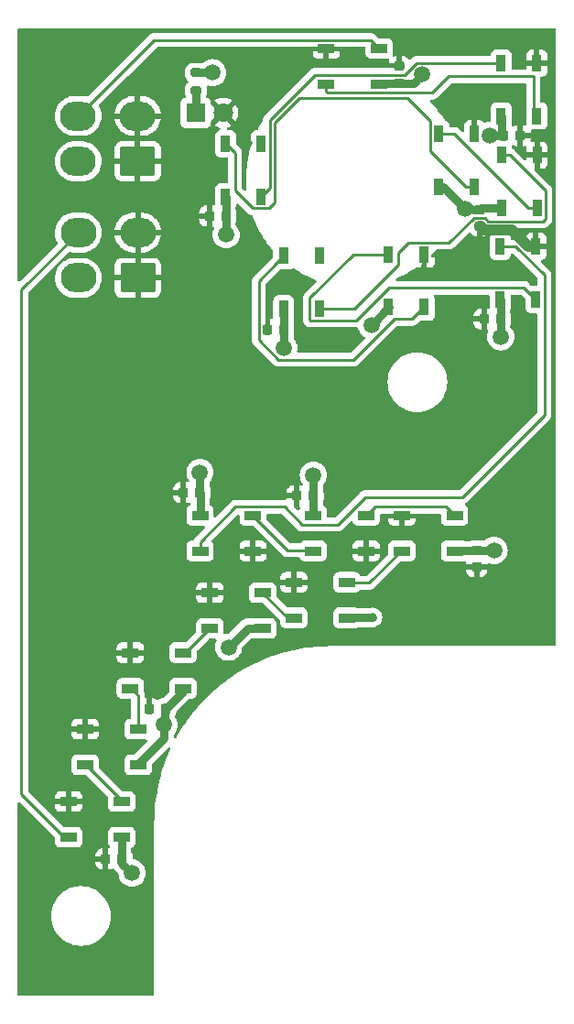
<source format=gbr>
%TF.GenerationSoftware,KiCad,Pcbnew,(6.0.9)*%
%TF.CreationDate,2023-04-01T15:16:26-08:00*%
%TF.ProjectId,OBOGS PANEL,4f424f47-5320-4504-914e-454c2e6b6963,3*%
%TF.SameCoordinates,Original*%
%TF.FileFunction,Copper,L1,Top*%
%TF.FilePolarity,Positive*%
%FSLAX46Y46*%
G04 Gerber Fmt 4.6, Leading zero omitted, Abs format (unit mm)*
G04 Created by KiCad (PCBNEW (6.0.9)) date 2023-04-01 15:16:26*
%MOMM*%
%LPD*%
G01*
G04 APERTURE LIST*
G04 Aperture macros list*
%AMRoundRect*
0 Rectangle with rounded corners*
0 $1 Rounding radius*
0 $2 $3 $4 $5 $6 $7 $8 $9 X,Y pos of 4 corners*
0 Add a 4 corners polygon primitive as box body*
4,1,4,$2,$3,$4,$5,$6,$7,$8,$9,$2,$3,0*
0 Add four circle primitives for the rounded corners*
1,1,$1+$1,$2,$3*
1,1,$1+$1,$4,$5*
1,1,$1+$1,$6,$7*
1,1,$1+$1,$8,$9*
0 Add four rect primitives between the rounded corners*
20,1,$1+$1,$2,$3,$4,$5,0*
20,1,$1+$1,$4,$5,$6,$7,0*
20,1,$1+$1,$6,$7,$8,$9,0*
20,1,$1+$1,$8,$9,$2,$3,0*%
G04 Aperture macros list end*
%TA.AperFunction,SMDPad,CuDef*%
%ADD10RoundRect,0.225000X-0.225000X-0.250000X0.225000X-0.250000X0.225000X0.250000X-0.225000X0.250000X0*%
%TD*%
%TA.AperFunction,SMDPad,CuDef*%
%ADD11RoundRect,0.225000X0.250000X-0.225000X0.250000X0.225000X-0.250000X0.225000X-0.250000X-0.225000X0*%
%TD*%
%TA.AperFunction,SMDPad,CuDef*%
%ADD12RoundRect,0.225000X0.225000X0.250000X-0.225000X0.250000X-0.225000X-0.250000X0.225000X-0.250000X0*%
%TD*%
%TA.AperFunction,SMDPad,CuDef*%
%ADD13RoundRect,0.225000X-0.250000X0.225000X-0.250000X-0.225000X0.250000X-0.225000X0.250000X0.225000X0*%
%TD*%
%TA.AperFunction,SMDPad,CuDef*%
%ADD14R,1.500000X0.900000*%
%TD*%
%TA.AperFunction,SMDPad,CuDef*%
%ADD15R,0.900000X1.500000*%
%TD*%
%TA.AperFunction,SMDPad,CuDef*%
%ADD16RoundRect,0.200000X0.275000X-0.200000X0.275000X0.200000X-0.275000X0.200000X-0.275000X-0.200000X0*%
%TD*%
%TA.AperFunction,ComponentPad*%
%ADD17R,1.800000X1.800000*%
%TD*%
%TA.AperFunction,ComponentPad*%
%ADD18C,1.800000*%
%TD*%
%TA.AperFunction,ComponentPad*%
%ADD19RoundRect,0.250001X1.399999X-1.099999X1.399999X1.099999X-1.399999X1.099999X-1.399999X-1.099999X0*%
%TD*%
%TA.AperFunction,ComponentPad*%
%ADD20O,3.300000X2.700000*%
%TD*%
%TA.AperFunction,ViaPad*%
%ADD21C,1.500000*%
%TD*%
%TA.AperFunction,ViaPad*%
%ADD22C,0.800000*%
%TD*%
%TA.AperFunction,Conductor*%
%ADD23C,1.000000*%
%TD*%
%TA.AperFunction,Conductor*%
%ADD24C,0.250000*%
%TD*%
%TA.AperFunction,Conductor*%
%ADD25C,0.750000*%
%TD*%
G04 APERTURE END LIST*
D10*
%TO.P,C2,1*%
%TO.N,/LED+5V*%
X176885300Y-58747660D03*
%TO.P,C2,2*%
%TO.N,/LEDGND*%
X178435300Y-58747660D03*
%TD*%
D11*
%TO.P,C3,1*%
%TO.N,/LED+5V*%
X201881740Y-59684920D03*
%TO.P,C3,2*%
%TO.N,/LEDGND*%
X201881740Y-58134920D03*
%TD*%
D12*
%TO.P,C4,1*%
%TO.N,/LED+5V*%
X205636160Y-51315620D03*
%TO.P,C4,2*%
%TO.N,/LEDGND*%
X204086160Y-51315620D03*
%TD*%
D13*
%TO.P,C5,1*%
%TO.N,/LED+5V*%
X194447160Y-44919900D03*
%TO.P,C5,2*%
%TO.N,/LEDGND*%
X194447160Y-46469900D03*
%TD*%
D11*
%TO.P,C6,1*%
%TO.N,/LED+5V*%
X201602340Y-91201840D03*
%TO.P,C6,2*%
%TO.N,/LEDGND*%
X201602340Y-89651840D03*
%TD*%
D10*
%TO.P,C7,1*%
%TO.N,/LED+5V*%
X184944720Y-84607400D03*
%TO.P,C7,2*%
%TO.N,/LEDGND*%
X186494720Y-84607400D03*
%TD*%
%TO.P,C8,1*%
%TO.N,/LED+5V*%
X174464380Y-84322920D03*
%TO.P,C8,2*%
%TO.N,/LEDGND*%
X176014380Y-84322920D03*
%TD*%
%TO.P,C9,1*%
%TO.N,/LED+5V*%
X171314780Y-104292400D03*
%TO.P,C9,2*%
%TO.N,/LEDGND*%
X172864780Y-104292400D03*
%TD*%
%TO.P,C10,1*%
%TO.N,/LED+5V*%
X167268560Y-118188740D03*
%TO.P,C10,2*%
%TO.N,/LEDGND*%
X168818560Y-118188740D03*
%TD*%
D14*
%TO.P,D1,1*%
%TO.N,/LED+5V*%
X187694000Y-43257200D03*
%TO.P,D1,2*%
%TO.N,Net-(D1-Pad2)*%
X187694000Y-46557200D03*
%TO.P,D1,3*%
%TO.N,/LEDGND*%
X192594000Y-46557200D03*
%TO.P,D1,4*%
%TO.N,/DATAIN*%
X192594000Y-43257200D03*
%TD*%
D15*
%TO.P,D2,1*%
%TO.N,/LED+5V*%
X207162000Y-44602400D03*
%TO.P,D2,2*%
%TO.N,Net-(D2-Pad2)*%
X203862000Y-44602400D03*
%TO.P,D2,3*%
%TO.N,/LEDGND*%
X203862000Y-49502400D03*
%TO.P,D2,4*%
%TO.N,Net-(D1-Pad2)*%
X207162000Y-49502400D03*
%TD*%
%TO.P,D3,1*%
%TO.N,/LED+5V*%
X181685000Y-52058400D03*
%TO.P,D3,2*%
%TO.N,Net-(D3-Pad2)*%
X178385000Y-52058400D03*
%TO.P,D3,3*%
%TO.N,/LEDGND*%
X178385000Y-56958400D03*
%TO.P,D3,4*%
%TO.N,Net-(D2-Pad2)*%
X181685000Y-56958400D03*
%TD*%
%TO.P,D4,1*%
%TO.N,/LED+5V*%
X201396000Y-51144000D03*
%TO.P,D4,2*%
%TO.N,Net-(D4-Pad2)*%
X198096000Y-51144000D03*
%TO.P,D4,3*%
%TO.N,/LEDGND*%
X198096000Y-56044000D03*
%TO.P,D4,4*%
%TO.N,Net-(D3-Pad2)*%
X201396000Y-56044000D03*
%TD*%
%TO.P,D5,1*%
%TO.N,/LED+5V*%
X207187000Y-53125200D03*
%TO.P,D5,2*%
%TO.N,Net-(D5-Pad2)*%
X203887000Y-53125200D03*
%TO.P,D5,3*%
%TO.N,/LEDGND*%
X203887000Y-58025200D03*
%TO.P,D5,4*%
%TO.N,Net-(D4-Pad2)*%
X207187000Y-58025200D03*
%TD*%
%TO.P,D6,1*%
%TO.N,/LED+5V*%
X187045000Y-62433200D03*
%TO.P,D6,2*%
%TO.N,Net-(D6-Pad2)*%
X183745000Y-62433200D03*
%TO.P,D6,3*%
%TO.N,/LEDGND*%
X183745000Y-67333200D03*
%TO.P,D6,4*%
%TO.N,Net-(D5-Pad2)*%
X187045000Y-67333200D03*
%TD*%
%TO.P,D7,1*%
%TO.N,/LED+5V*%
X196748000Y-62280800D03*
%TO.P,D7,2*%
%TO.N,Net-(D7-Pad2)*%
X193448000Y-62280800D03*
%TO.P,D7,3*%
%TO.N,/LEDGND*%
X193448000Y-67180800D03*
%TO.P,D7,4*%
%TO.N,Net-(D6-Pad2)*%
X196748000Y-67180800D03*
%TD*%
%TO.P,D8,1*%
%TO.N,/LED+5V*%
X207085000Y-61558000D03*
%TO.P,D8,2*%
%TO.N,Net-(D8-Pad2)*%
X203785000Y-61558000D03*
%TO.P,D8,3*%
%TO.N,/LEDGND*%
X203785000Y-66458000D03*
%TO.P,D8,4*%
%TO.N,Net-(D7-Pad2)*%
X207085000Y-66458000D03*
%TD*%
D14*
%TO.P,D9,1*%
%TO.N,/LED+5V*%
X180922000Y-89711600D03*
%TO.P,D9,2*%
%TO.N,Net-(D10-Pad4)*%
X180922000Y-86411600D03*
%TO.P,D9,3*%
%TO.N,/LEDGND*%
X176022000Y-86411600D03*
%TO.P,D9,4*%
%TO.N,Net-(D8-Pad2)*%
X176022000Y-89711600D03*
%TD*%
%TO.P,D10,1*%
%TO.N,/LED+5V*%
X191387000Y-89711600D03*
%TO.P,D10,2*%
%TO.N,Net-(D10-Pad2)*%
X191387000Y-86411600D03*
%TO.P,D10,3*%
%TO.N,/LEDGND*%
X186487000Y-86411600D03*
%TO.P,D10,4*%
%TO.N,Net-(D10-Pad4)*%
X186487000Y-89711600D03*
%TD*%
%TO.P,D11,1*%
%TO.N,/LED+5V*%
X194666000Y-86411600D03*
%TO.P,D11,2*%
%TO.N,Net-(D11-Pad2)*%
X194666000Y-89711600D03*
%TO.P,D11,3*%
%TO.N,/LEDGND*%
X199566000Y-89711600D03*
%TO.P,D11,4*%
%TO.N,Net-(D10-Pad2)*%
X199566000Y-86411600D03*
%TD*%
%TO.P,D13,1*%
%TO.N,/LED+5V*%
X176936000Y-93574400D03*
%TO.P,D13,2*%
%TO.N,Net-(D13-Pad2)*%
X176936000Y-96874400D03*
%TO.P,D13,3*%
%TO.N,/LEDGND*%
X181836000Y-96874400D03*
%TO.P,D13,4*%
%TO.N,Net-(D12-Pad2)*%
X181836000Y-93574400D03*
%TD*%
%TO.P,D14,1*%
%TO.N,/LED+5V*%
X169570000Y-99112000D03*
%TO.P,D14,2*%
%TO.N,Net-(D14-Pad2)*%
X169570000Y-102412000D03*
%TO.P,D14,3*%
%TO.N,/LEDGND*%
X174470000Y-102412000D03*
%TO.P,D14,4*%
%TO.N,Net-(D13-Pad2)*%
X174470000Y-99112000D03*
%TD*%
%TO.P,D15,1*%
%TO.N,/LED+5V*%
X165382000Y-106173000D03*
%TO.P,D15,2*%
%TO.N,Net-(D15-Pad2)*%
X165382000Y-109473000D03*
%TO.P,D15,3*%
%TO.N,/LEDGND*%
X170282000Y-109473000D03*
%TO.P,D15,4*%
%TO.N,Net-(D14-Pad2)*%
X170282000Y-106173000D03*
%TD*%
%TO.P,D16,1*%
%TO.N,/LED+5V*%
X163881000Y-112878000D03*
%TO.P,D16,2*%
%TO.N,/DATAOUT*%
X163881000Y-116178000D03*
%TO.P,D16,3*%
%TO.N,/LEDGND*%
X168781000Y-116178000D03*
%TO.P,D16,4*%
%TO.N,Net-(D15-Pad2)*%
X168781000Y-112878000D03*
%TD*%
%TO.P,D12,1*%
%TO.N,/LED+5V*%
X184709000Y-92609200D03*
%TO.P,D12,2*%
%TO.N,Net-(D12-Pad2)*%
X184709000Y-95909200D03*
%TO.P,D12,3*%
%TO.N,/LEDGND*%
X189609000Y-95909200D03*
%TO.P,D12,4*%
%TO.N,Net-(D11-Pad2)*%
X189609000Y-92609200D03*
%TD*%
D10*
%TO.P,C11,1*%
%TO.N,/LED+5V*%
X182216660Y-69220080D03*
%TO.P,C11,2*%
%TO.N,/LEDGND*%
X183766660Y-69220080D03*
%TD*%
%TO.P,C12,1*%
%TO.N,/LED+5V*%
X202272700Y-68267580D03*
%TO.P,C12,2*%
%TO.N,/LEDGND*%
X203822700Y-68267580D03*
%TD*%
D16*
%TO.P,R1,1*%
%TO.N,Net-(D17-Pad1)*%
X175635920Y-47151560D03*
%TO.P,R1,2*%
%TO.N,/LEDGND*%
X175635920Y-45501560D03*
%TD*%
D17*
%TO.P,D17,1*%
%TO.N,Net-(D17-Pad1)*%
X175613060Y-49209960D03*
D18*
%TO.P,D17,2*%
%TO.N,/LED+5V*%
X178153060Y-49209960D03*
%TD*%
D19*
%TO.P,J1,1*%
%TO.N,/LED+5V*%
X170251120Y-53695600D03*
D20*
%TO.P,J1,2*%
X170251120Y-49495600D03*
%TO.P,J1,3*%
%TO.N,/LEDGND*%
X164751120Y-53695600D03*
%TO.P,J1,4*%
%TO.N,/DATAIN*%
X164751120Y-49495600D03*
%TD*%
D19*
%TO.P,J2,1*%
%TO.N,/LED+5V*%
X170266360Y-64475360D03*
D20*
%TO.P,J2,2*%
X170266360Y-60275360D03*
%TO.P,J2,3*%
%TO.N,/LEDGND*%
X164766360Y-64475360D03*
%TO.P,J2,4*%
%TO.N,/DATAOUT*%
X164766360Y-60275360D03*
%TD*%
D21*
%TO.N,/LEDGND*%
X177177700Y-45501560D03*
X169738040Y-119484140D03*
X191851280Y-68806060D03*
X196547740Y-45679360D03*
D22*
X191960500Y-95851980D03*
D21*
X186499500Y-82692240D03*
X200543160Y-58112660D03*
X203215240Y-89654380D03*
X183761380Y-70949820D03*
X176014380Y-82433160D03*
X203832460Y-69916040D03*
X178645820Y-98605340D03*
X172707300Y-105785920D03*
X178429920Y-60479940D03*
X202821540Y-51315620D03*
%TD*%
D23*
%TO.N,/LED+5V*%
X206366738Y-61558000D02*
X204865844Y-60057106D01*
X201931750Y-59734930D02*
X201881740Y-59734930D01*
X207035000Y-61558000D02*
X206366738Y-61558000D01*
X204865844Y-60057106D02*
X202253926Y-60057106D01*
X202253926Y-60057106D02*
X201931750Y-59734930D01*
D24*
%TO.N,Net-(D1-Pad2)*%
X187787480Y-47350680D02*
X197499320Y-47350680D01*
X187694000Y-46507200D02*
X187694000Y-47257200D01*
X197499320Y-47350680D02*
X199000000Y-45850000D01*
X199000000Y-45850000D02*
X206850000Y-45850000D01*
X206850000Y-45850000D02*
X206850000Y-49240400D01*
X206850000Y-49240400D02*
X207112000Y-49502400D01*
X187694000Y-47257200D02*
X187787480Y-47350680D01*
%TO.N,/DATAIN*%
X191768999Y-42482199D02*
X171764521Y-42482199D01*
X192594000Y-43307200D02*
X191768999Y-42482199D01*
X171764521Y-42482199D02*
X164751120Y-49495600D01*
D25*
%TO.N,/LEDGND*%
X203215240Y-89654380D02*
X203227940Y-89651840D01*
X191960500Y-95851980D02*
X191953280Y-95859200D01*
X178429920Y-60479940D02*
X178435300Y-60510720D01*
X191851280Y-68806060D02*
X191869060Y-68806060D01*
X183761380Y-70949820D02*
X183779160Y-70932040D01*
X203832460Y-69916040D02*
X203835000Y-69913500D01*
X200543160Y-58112660D02*
X200565420Y-58134920D01*
X202821540Y-51315620D02*
X202679300Y-51315620D01*
X196547740Y-45679360D02*
X196547740Y-45679360D01*
X172707300Y-105785920D02*
X172864780Y-105643680D01*
X169738040Y-119484140D02*
X169689780Y-119491760D01*
X178645820Y-98605340D02*
X178645820Y-98605340D01*
X186499500Y-82692240D02*
X186494720Y-82697020D01*
X176014380Y-82433160D02*
X176014380Y-82433160D01*
X177177700Y-45501560D02*
X177177700Y-45501560D01*
X175635920Y-45501560D02*
X177177700Y-45501560D01*
X174470000Y-102687180D02*
X172864780Y-104292400D01*
X201881740Y-58134920D02*
X200543160Y-58112660D01*
X203912000Y-49502400D02*
X203912000Y-51141460D01*
X176014380Y-86453980D02*
X176022000Y-86461600D01*
X186487000Y-84615120D02*
X186494720Y-84607400D01*
X181836000Y-96824400D02*
X180426760Y-96824400D01*
X195782600Y-46444500D02*
X196547740Y-45679360D01*
X186494720Y-84607400D02*
X186499500Y-82692240D01*
X178435000Y-56958400D02*
X178435000Y-58747360D01*
X192594000Y-46507200D02*
X194409860Y-46507200D01*
X201991460Y-58025200D02*
X201881740Y-58134920D01*
X183779160Y-69220080D02*
X183761380Y-70949820D01*
X194409860Y-46507200D02*
X194447160Y-46469900D01*
X178435000Y-58747360D02*
X178435300Y-58747660D01*
X172707300Y-106997700D02*
X172707300Y-105785920D01*
X193498000Y-67177120D02*
X191851280Y-68806060D01*
X176022000Y-86461600D02*
X176022000Y-84330540D01*
X203912000Y-51141460D02*
X204086160Y-51315620D01*
X168818560Y-118188740D02*
X168818560Y-118620540D01*
X180426760Y-96824400D02*
X178645820Y-98605340D01*
X203835000Y-66458000D02*
X203832460Y-69916040D01*
X193498000Y-67180800D02*
X193498000Y-67177120D01*
X189609000Y-95859200D02*
X191960500Y-95851980D01*
X198146000Y-56044000D02*
X198474500Y-56044000D01*
X203937000Y-58025200D02*
X201991460Y-58025200D01*
X168781000Y-116128000D02*
X168781000Y-118151180D01*
X201592580Y-89661600D02*
X201602340Y-89651840D01*
X168818560Y-118620540D02*
X169738040Y-119484140D01*
X199566000Y-89661600D02*
X201592580Y-89661600D01*
X170282000Y-109423000D02*
X172707300Y-106997700D01*
X194447160Y-46469900D02*
X195782600Y-46469900D01*
X176022000Y-84330540D02*
X176014380Y-84322920D01*
X195782600Y-46469900D02*
X195782600Y-46444500D01*
X183795000Y-67333200D02*
X183795000Y-69204240D01*
X172864780Y-104292400D02*
X172707300Y-105785920D01*
X204086160Y-51315620D02*
X202821540Y-51315620D01*
X176014380Y-84322920D02*
X176014380Y-82433160D01*
X186487000Y-86461600D02*
X186487000Y-84615120D01*
X174470000Y-102362000D02*
X174470000Y-102687180D01*
X183795000Y-69204240D02*
X183779160Y-69220080D01*
X201602340Y-89651840D02*
X203215240Y-89654380D01*
X178435300Y-58747660D02*
X178429920Y-60479940D01*
X168818560Y-118188740D02*
X168781000Y-118151180D01*
X198474500Y-56044000D02*
X200543160Y-58112660D01*
D24*
%TO.N,Net-(D2-Pad2)*%
X196033698Y-44602400D02*
X194941198Y-45694900D01*
X193969326Y-45694900D02*
X193956625Y-45682199D01*
X193956625Y-45682199D02*
X186683999Y-45682199D01*
X186683999Y-45682199D02*
X182460001Y-49906197D01*
X203912000Y-44602400D02*
X196033698Y-44602400D01*
X194941198Y-45694900D02*
X193969326Y-45694900D01*
X182460001Y-56133399D02*
X181635000Y-56958400D01*
X182460001Y-49906197D02*
X182460001Y-56133399D01*
%TO.N,Net-(D3-Pad2)*%
X182395001Y-58033401D02*
X180874999Y-58033401D01*
X179260001Y-52883401D02*
X178435000Y-52058400D01*
X180874999Y-58033401D02*
X179260001Y-56418403D01*
X197320999Y-49920999D02*
X195200690Y-47800690D01*
X182910011Y-57518391D02*
X182395001Y-58033401D01*
X182910011Y-50092597D02*
X182910011Y-57518391D01*
X195200690Y-47800690D02*
X185201918Y-47800690D01*
X185201918Y-47800690D02*
X182910011Y-50092597D01*
X179260001Y-56418403D02*
X179260001Y-52883401D01*
X200596000Y-56044000D02*
X197320999Y-52768999D01*
X197320999Y-52768999D02*
X197320999Y-49920999D01*
X201346000Y-56044000D02*
X200596000Y-56044000D01*
%TO.N,Net-(D4-Pad2)*%
X206387000Y-58025200D02*
X199505800Y-51144000D01*
X199505800Y-51144000D02*
X198146000Y-51144000D01*
X207137000Y-58025200D02*
X206387000Y-58025200D01*
%TO.N,Net-(D5-Pad2)*%
X202359574Y-58909920D02*
X201336902Y-58909920D01*
X202681750Y-59232096D02*
X202359574Y-58909920D01*
X207765106Y-59232096D02*
X202681750Y-59232096D01*
X195244201Y-61205799D02*
X194323001Y-62126999D01*
X194323001Y-63290801D02*
X190280602Y-67333200D01*
X203937000Y-53125200D02*
X204687000Y-53125200D01*
X201336902Y-58909920D02*
X199041023Y-61205799D01*
X207962001Y-56400201D02*
X207962001Y-59035201D01*
X207962001Y-59035201D02*
X207765106Y-59232096D01*
X194323001Y-62126999D02*
X194323001Y-63290801D01*
X204687000Y-53125200D02*
X207962001Y-56400201D01*
X190280602Y-67333200D02*
X186995000Y-67333200D01*
X199041023Y-61205799D02*
X195244201Y-61205799D01*
%TO.N,Net-(D6-Pad2)*%
X181441650Y-64786550D02*
X183105144Y-63123056D01*
X196698000Y-67180800D02*
X195622999Y-68255801D01*
X183245379Y-72024821D02*
X181441650Y-70221092D01*
X190223521Y-72024821D02*
X183245379Y-72024821D01*
X193992541Y-68255801D02*
X190223521Y-72024821D01*
X183105144Y-63123056D02*
X183795000Y-62433200D01*
X181441650Y-70221092D02*
X181441650Y-64786550D01*
X195622999Y-68255801D02*
X193992541Y-68255801D01*
%TO.N,Net-(D7-Pad2)*%
X186169999Y-68343201D02*
X186234999Y-68408201D01*
X186234999Y-68408201D02*
X190435597Y-68408201D01*
X193460799Y-65382999D02*
X205959999Y-65382999D01*
X193498000Y-62280800D02*
X190212398Y-62280800D01*
X190212398Y-62280800D02*
X186169999Y-66323199D01*
X205959999Y-65382999D02*
X207035000Y-66458000D01*
X190435597Y-68408201D02*
X193460799Y-65382999D01*
X186169999Y-66323199D02*
X186169999Y-68343201D01*
%TO.N,Net-(D8-Pad2)*%
X200250000Y-84750000D02*
X207860001Y-77139999D01*
X179297001Y-85636599D02*
X183826997Y-85636599D01*
X205199998Y-61558000D02*
X203835000Y-61558000D01*
X207860001Y-77139999D02*
X207860001Y-64218003D01*
X188726997Y-87286601D02*
X191263598Y-84750000D01*
X185476999Y-87286601D02*
X188726997Y-87286601D01*
X191263598Y-84750000D02*
X200250000Y-84750000D01*
X183826997Y-85636599D02*
X185476999Y-87286601D01*
X207860001Y-64218003D02*
X205199998Y-61558000D01*
X176022000Y-88911600D02*
X179297001Y-85636599D01*
X176022000Y-89661600D02*
X176022000Y-88911600D01*
%TO.N,Net-(D10-Pad4)*%
X186487000Y-89661600D02*
X184122000Y-89661600D01*
X184122000Y-89661600D02*
X180922000Y-86461600D01*
%TO.N,Net-(D10-Pad2)*%
X199566000Y-86461600D02*
X198740999Y-85636599D01*
X192212001Y-85636599D02*
X191387000Y-86461600D01*
X198740999Y-85636599D02*
X192212001Y-85636599D01*
%TO.N,Net-(D11-Pad2)*%
X191668400Y-92659200D02*
X189609000Y-92659200D01*
X194666000Y-89661600D02*
X191668400Y-92659200D01*
%TO.N,Net-(D12-Pad2)*%
X184070800Y-95859200D02*
X181836000Y-93624400D01*
X184709000Y-95859200D02*
X184070800Y-95859200D01*
%TO.N,Net-(D13-Pad2)*%
X174470000Y-99162000D02*
X174598400Y-99162000D01*
X174598400Y-99162000D02*
X176936000Y-96824400D01*
%TO.N,Net-(D14-Pad2)*%
X170282000Y-106223000D02*
X170282000Y-103074000D01*
X170282000Y-103074000D02*
X169570000Y-102362000D01*
%TO.N,Net-(D15-Pad2)*%
X168781000Y-112822000D02*
X165382000Y-109423000D01*
X168781000Y-112928000D02*
X168781000Y-112822000D01*
%TO.N,/DATAOUT*%
X159491680Y-65550040D02*
X164766360Y-60275360D01*
X163448200Y-116128000D02*
X159491680Y-112171480D01*
X163881000Y-116128000D02*
X163448200Y-116128000D01*
X159491680Y-112171480D02*
X159491680Y-65550040D01*
D25*
%TO.N,Net-(D17-Pad1)*%
X175635920Y-47151560D02*
X175635920Y-49187100D01*
X175635920Y-49187100D02*
X175613060Y-49209960D01*
%TD*%
%TA.AperFunction,Conductor*%
%TO.N,/LED+5V*%
G36*
X208882021Y-41422502D02*
G01*
X208928514Y-41476158D01*
X208939900Y-41528500D01*
X208939900Y-98374700D01*
X208919898Y-98442821D01*
X208866242Y-98489314D01*
X208813900Y-98500700D01*
X188216450Y-98500700D01*
X188195545Y-98498954D01*
X188180544Y-98496430D01*
X188180541Y-98496430D01*
X188175752Y-98495624D01*
X188169779Y-98495551D01*
X188168069Y-98495530D01*
X188168064Y-98495530D01*
X188163200Y-98495471D01*
X188158861Y-98496092D01*
X188155499Y-98496241D01*
X187383421Y-98514620D01*
X187381913Y-98514728D01*
X187381910Y-98514728D01*
X186994414Y-98542443D01*
X186605408Y-98570265D01*
X186240744Y-98613866D01*
X185832418Y-98662687D01*
X185832403Y-98662689D01*
X185830924Y-98662866D01*
X185829445Y-98663115D01*
X185829429Y-98663117D01*
X185321157Y-98748587D01*
X185061724Y-98792213D01*
X184299549Y-98958014D01*
X184298101Y-98958402D01*
X183547547Y-99159512D01*
X183547527Y-99159518D01*
X183546127Y-99159893D01*
X182803164Y-99397392D01*
X182683587Y-99441992D01*
X182073744Y-99669451D01*
X182073727Y-99669458D01*
X182072343Y-99669974D01*
X181355320Y-99977022D01*
X181354008Y-99977659D01*
X181353989Y-99977668D01*
X180938758Y-100179375D01*
X180653719Y-100317838D01*
X180652409Y-100318553D01*
X180652396Y-100318560D01*
X179970443Y-100690935D01*
X179970427Y-100690944D01*
X179969129Y-100691653D01*
X179303102Y-101097617D01*
X179301888Y-101098438D01*
X179301875Y-101098447D01*
X178961884Y-101328560D01*
X178657145Y-101534813D01*
X178655940Y-101535715D01*
X178655926Y-101535725D01*
X178243739Y-101844285D01*
X178032723Y-102002250D01*
X177431250Y-102498868D01*
X176854088Y-103023543D01*
X176302544Y-103575087D01*
X175777869Y-104152249D01*
X175776935Y-104153381D01*
X175776930Y-104153386D01*
X175415497Y-104591132D01*
X175281251Y-104753722D01*
X175280355Y-104754919D01*
X174814726Y-105376925D01*
X174814716Y-105376939D01*
X174813814Y-105378144D01*
X174689892Y-105561239D01*
X174393056Y-105999814D01*
X174376618Y-106024101D01*
X173970653Y-106690128D01*
X173840674Y-106928167D01*
X173827388Y-106952499D01*
X173777186Y-107002701D01*
X173707811Y-107017793D01*
X173641291Y-106992982D01*
X173598744Y-106936147D01*
X173590800Y-106892114D01*
X173590800Y-106734397D01*
X173610802Y-106666276D01*
X173627705Y-106645302D01*
X173675049Y-106597958D01*
X173790649Y-106432865D01*
X173798199Y-106422082D01*
X173798200Y-106422080D01*
X173801356Y-106417573D01*
X173803679Y-106412591D01*
X173803682Y-106412586D01*
X173892095Y-106222981D01*
X173894420Y-106217996D01*
X173951415Y-106005291D01*
X173970607Y-105785920D01*
X173951415Y-105566549D01*
X173894420Y-105353844D01*
X173835994Y-105228548D01*
X173803682Y-105159254D01*
X173803679Y-105159249D01*
X173801356Y-105154267D01*
X173798199Y-105149759D01*
X173798196Y-105149753D01*
X173728123Y-105049678D01*
X173705435Y-104982404D01*
X173724076Y-104911293D01*
X173755240Y-104860735D01*
X173755242Y-104860730D01*
X173759082Y-104854501D01*
X173812929Y-104692157D01*
X173819601Y-104627040D01*
X173846443Y-104561313D01*
X173855850Y-104550788D01*
X174999232Y-103407405D01*
X175061544Y-103373380D01*
X175088327Y-103370500D01*
X175268134Y-103370500D01*
X175330316Y-103363745D01*
X175466705Y-103312615D01*
X175583261Y-103225261D01*
X175670615Y-103108705D01*
X175721745Y-102972316D01*
X175728500Y-102910134D01*
X175728500Y-101913866D01*
X175721745Y-101851684D01*
X175670615Y-101715295D01*
X175583261Y-101598739D01*
X175466705Y-101511385D01*
X175330316Y-101460255D01*
X175268134Y-101453500D01*
X173671866Y-101453500D01*
X173609684Y-101460255D01*
X173473295Y-101511385D01*
X173356739Y-101598739D01*
X173269385Y-101715295D01*
X173218255Y-101851684D01*
X173211500Y-101913866D01*
X173211500Y-102644032D01*
X173191498Y-102712153D01*
X173174595Y-102733128D01*
X172631338Y-103276384D01*
X172569026Y-103310409D01*
X172555251Y-103312614D01*
X172534394Y-103314778D01*
X172495618Y-103318801D01*
X172495613Y-103318802D01*
X172488761Y-103319513D01*
X172478465Y-103322948D01*
X172333456Y-103371327D01*
X172333454Y-103371328D01*
X172326512Y-103373644D01*
X172320288Y-103377496D01*
X172320287Y-103377496D01*
X172187928Y-103459402D01*
X172181067Y-103463648D01*
X172175894Y-103468830D01*
X172170157Y-103473377D01*
X172168725Y-103471570D01*
X172116205Y-103500302D01*
X172045385Y-103495292D01*
X172008927Y-103471901D01*
X172008097Y-103472952D01*
X171990940Y-103459402D01*
X171857900Y-103377396D01*
X171844719Y-103371249D01*
X171695966Y-103321909D01*
X171682590Y-103319042D01*
X171591683Y-103309728D01*
X171586654Y-103309471D01*
X171571656Y-103313875D01*
X171570451Y-103315265D01*
X171568780Y-103322948D01*
X171568780Y-104420400D01*
X171548778Y-104488521D01*
X171495122Y-104535014D01*
X171442780Y-104546400D01*
X171186780Y-104546400D01*
X171118659Y-104526398D01*
X171072166Y-104472742D01*
X171060780Y-104420400D01*
X171060780Y-103327515D01*
X171056305Y-103312276D01*
X171054915Y-103311071D01*
X171047232Y-103309400D01*
X171041500Y-103309400D01*
X170973379Y-103289398D01*
X170926886Y-103235742D01*
X170915500Y-103183400D01*
X170915500Y-103152767D01*
X170916027Y-103141584D01*
X170917702Y-103134091D01*
X170915562Y-103066014D01*
X170915500Y-103062055D01*
X170915500Y-103034144D01*
X170914995Y-103030144D01*
X170914062Y-103018301D01*
X170912922Y-102982030D01*
X170912673Y-102974111D01*
X170907021Y-102954657D01*
X170903013Y-102935300D01*
X170901468Y-102923070D01*
X170901468Y-102923069D01*
X170900474Y-102915203D01*
X170897114Y-102906717D01*
X170884196Y-102874088D01*
X170880351Y-102862858D01*
X170870229Y-102828017D01*
X170870229Y-102828016D01*
X170868018Y-102820407D01*
X170863985Y-102813588D01*
X170863983Y-102813583D01*
X170857707Y-102802972D01*
X170849012Y-102785224D01*
X170841552Y-102766383D01*
X170842295Y-102766088D01*
X170828500Y-102712353D01*
X170828500Y-101913866D01*
X170821745Y-101851684D01*
X170770615Y-101715295D01*
X170683261Y-101598739D01*
X170566705Y-101511385D01*
X170430316Y-101460255D01*
X170368134Y-101453500D01*
X168771866Y-101453500D01*
X168709684Y-101460255D01*
X168573295Y-101511385D01*
X168456739Y-101598739D01*
X168369385Y-101715295D01*
X168318255Y-101851684D01*
X168311500Y-101913866D01*
X168311500Y-102910134D01*
X168318255Y-102972316D01*
X168369385Y-103108705D01*
X168456739Y-103225261D01*
X168573295Y-103312615D01*
X168709684Y-103363745D01*
X168771866Y-103370500D01*
X169522500Y-103370500D01*
X169590621Y-103390502D01*
X169637114Y-103444158D01*
X169648500Y-103496500D01*
X169648500Y-105088500D01*
X169628498Y-105156621D01*
X169574842Y-105203114D01*
X169522500Y-105214500D01*
X169483866Y-105214500D01*
X169421684Y-105221255D01*
X169285295Y-105272385D01*
X169168739Y-105359739D01*
X169081385Y-105476295D01*
X169030255Y-105612684D01*
X169023500Y-105674866D01*
X169023500Y-106671134D01*
X169030255Y-106733316D01*
X169081385Y-106869705D01*
X169168739Y-106986261D01*
X169285295Y-107073615D01*
X169421684Y-107124745D01*
X169483866Y-107131500D01*
X171019853Y-107131500D01*
X171087974Y-107151502D01*
X171134467Y-107205158D01*
X171144571Y-107275432D01*
X171115077Y-107340012D01*
X171108953Y-107346590D01*
X170504139Y-107951403D01*
X169977947Y-108477595D01*
X169915635Y-108511621D01*
X169888852Y-108514500D01*
X169483866Y-108514500D01*
X169421684Y-108521255D01*
X169285295Y-108572385D01*
X169168739Y-108659739D01*
X169081385Y-108776295D01*
X169030255Y-108912684D01*
X169023500Y-108974866D01*
X169023500Y-109971134D01*
X169030255Y-110033316D01*
X169081385Y-110169705D01*
X169168739Y-110286261D01*
X169285295Y-110373615D01*
X169421684Y-110424745D01*
X169483866Y-110431500D01*
X171080134Y-110431500D01*
X171142316Y-110424745D01*
X171278705Y-110373615D01*
X171395261Y-110286261D01*
X171482615Y-110169705D01*
X171533745Y-110033316D01*
X171540500Y-109971134D01*
X171540500Y-109466148D01*
X171560502Y-109398027D01*
X171577405Y-109377053D01*
X173083161Y-107871297D01*
X173145473Y-107837271D01*
X173216288Y-107842336D01*
X173273124Y-107884883D01*
X173297935Y-107951403D01*
X173285591Y-108015447D01*
X173256684Y-108074954D01*
X173256667Y-108074991D01*
X173256022Y-108076319D01*
X172948975Y-108793342D01*
X172948459Y-108794726D01*
X172948452Y-108794743D01*
X172870518Y-109003694D01*
X172676393Y-109524163D01*
X172600944Y-109760188D01*
X172533512Y-109971134D01*
X172438893Y-110267126D01*
X172438518Y-110268526D01*
X172438512Y-110268546D01*
X172384960Y-110468405D01*
X172237014Y-111020548D01*
X172071213Y-111782723D01*
X172043760Y-111945980D01*
X171957424Y-112459405D01*
X171941866Y-112551923D01*
X171941689Y-112553402D01*
X171941687Y-112553417D01*
X171920263Y-112732605D01*
X171849265Y-113326407D01*
X171841831Y-113430351D01*
X171812938Y-113834328D01*
X171793620Y-114104420D01*
X171787292Y-114370272D01*
X171775584Y-114862096D01*
X171775256Y-114867887D01*
X171774623Y-114871647D01*
X171774470Y-114884199D01*
X171775160Y-114889015D01*
X171778356Y-114911332D01*
X171779629Y-114929390D01*
X171755279Y-130683695D01*
X171735172Y-130751784D01*
X171681444Y-130798194D01*
X171629279Y-130809500D01*
X159282901Y-130809500D01*
X159214780Y-130789498D01*
X159168287Y-130735842D01*
X159156901Y-130683500D01*
X159156901Y-123433097D01*
X162242653Y-123433097D01*
X162260930Y-123765201D01*
X162261591Y-123768928D01*
X162261591Y-123768932D01*
X162307515Y-124028057D01*
X162318972Y-124092703D01*
X162415939Y-124410860D01*
X162417470Y-124414324D01*
X162417473Y-124414331D01*
X162500227Y-124601516D01*
X162550426Y-124715064D01*
X162552362Y-124718318D01*
X162552365Y-124718324D01*
X162718546Y-124997649D01*
X162720485Y-125000908D01*
X162923653Y-125264251D01*
X163156986Y-125501279D01*
X163417106Y-125708558D01*
X163700243Y-125883086D01*
X164002297Y-126022335D01*
X164005897Y-126023494D01*
X164005904Y-126023497D01*
X164315283Y-126123125D01*
X164315286Y-126123126D01*
X164318892Y-126124287D01*
X164322608Y-126125006D01*
X164322616Y-126125008D01*
X164641724Y-126186748D01*
X164641730Y-126186749D01*
X164645442Y-126187467D01*
X164649218Y-126187734D01*
X164649223Y-126187735D01*
X164749924Y-126194864D01*
X164908151Y-126206067D01*
X165089792Y-126206067D01*
X165091658Y-126205955D01*
X165091675Y-126205954D01*
X165334385Y-126191322D01*
X165334392Y-126191321D01*
X165338160Y-126191094D01*
X165522558Y-126157416D01*
X165661627Y-126132018D01*
X165661632Y-126132017D01*
X165665354Y-126131337D01*
X165668966Y-126130216D01*
X165668972Y-126130214D01*
X165888984Y-126061899D01*
X165983000Y-126032706D01*
X166286495Y-125896628D01*
X166427602Y-125811675D01*
X166568191Y-125727033D01*
X166568197Y-125727029D01*
X166571444Y-125725074D01*
X166574428Y-125722747D01*
X166574435Y-125722742D01*
X166830732Y-125522861D01*
X166830739Y-125522855D01*
X166833720Y-125520530D01*
X167069523Y-125285959D01*
X167275437Y-125024758D01*
X167448480Y-124740711D01*
X167503540Y-124619613D01*
X167584577Y-124441384D01*
X167584580Y-124441376D01*
X167586146Y-124437932D01*
X167686439Y-124120807D01*
X167747908Y-123793931D01*
X167769661Y-123462037D01*
X167751384Y-123129933D01*
X167745633Y-123097480D01*
X167694003Y-122806161D01*
X167693342Y-122802431D01*
X167596375Y-122484274D01*
X167594844Y-122480810D01*
X167594841Y-122480803D01*
X167463420Y-122183536D01*
X167461888Y-122180070D01*
X167448680Y-122157868D01*
X167293768Y-121897485D01*
X167293767Y-121897484D01*
X167291829Y-121894226D01*
X167088661Y-121630883D01*
X166855328Y-121393855D01*
X166595208Y-121186576D01*
X166312071Y-121012048D01*
X166010017Y-120872799D01*
X166006417Y-120871640D01*
X166006410Y-120871637D01*
X165697031Y-120772009D01*
X165697028Y-120772008D01*
X165693422Y-120770847D01*
X165689706Y-120770128D01*
X165689698Y-120770126D01*
X165370590Y-120708386D01*
X165370584Y-120708385D01*
X165366872Y-120707667D01*
X165363096Y-120707400D01*
X165363091Y-120707399D01*
X165262390Y-120700270D01*
X165104163Y-120689067D01*
X164922522Y-120689067D01*
X164920656Y-120689179D01*
X164920639Y-120689180D01*
X164677929Y-120703812D01*
X164677922Y-120703813D01*
X164674154Y-120704040D01*
X164489756Y-120737718D01*
X164350687Y-120763116D01*
X164350682Y-120763117D01*
X164346960Y-120763797D01*
X164343348Y-120764918D01*
X164343342Y-120764920D01*
X164123330Y-120833235D01*
X164029314Y-120862428D01*
X163725819Y-120998506D01*
X163584712Y-121083459D01*
X163444123Y-121168101D01*
X163444117Y-121168105D01*
X163440870Y-121170060D01*
X163437886Y-121172387D01*
X163437879Y-121172392D01*
X163181582Y-121372273D01*
X163181575Y-121372279D01*
X163178594Y-121374604D01*
X162942791Y-121609175D01*
X162736877Y-121870376D01*
X162563834Y-122154423D01*
X162562268Y-122157868D01*
X162427737Y-122453750D01*
X162427734Y-122453758D01*
X162426168Y-122457202D01*
X162325875Y-122774327D01*
X162264406Y-123101203D01*
X162242653Y-123433097D01*
X159156901Y-123433097D01*
X159156901Y-118484178D01*
X166310560Y-118484178D01*
X166310897Y-118490693D01*
X166320454Y-118582797D01*
X166323348Y-118596196D01*
X166372941Y-118744847D01*
X166379115Y-118758026D01*
X166461348Y-118890913D01*
X166470384Y-118902314D01*
X166580989Y-119012726D01*
X166592400Y-119021738D01*
X166725440Y-119103744D01*
X166738621Y-119109891D01*
X166887374Y-119159231D01*
X166900750Y-119162098D01*
X166991657Y-119171412D01*
X166996686Y-119171669D01*
X167011684Y-119167265D01*
X167012889Y-119165875D01*
X167014560Y-119158192D01*
X167014560Y-118460855D01*
X167010085Y-118445616D01*
X167008695Y-118444411D01*
X167001012Y-118442740D01*
X166328675Y-118442740D01*
X166313436Y-118447215D01*
X166312231Y-118448605D01*
X166310560Y-118456288D01*
X166310560Y-118484178D01*
X159156901Y-118484178D01*
X159156901Y-117916625D01*
X166310560Y-117916625D01*
X166315035Y-117931864D01*
X166316425Y-117933069D01*
X166324108Y-117934740D01*
X166996445Y-117934740D01*
X167011684Y-117930265D01*
X167012889Y-117928875D01*
X167014560Y-117921192D01*
X167014560Y-117223855D01*
X167010085Y-117208616D01*
X167008695Y-117207411D01*
X167001012Y-117205740D01*
X166998122Y-117205740D01*
X166991607Y-117206077D01*
X166899503Y-117215634D01*
X166886104Y-117218528D01*
X166737453Y-117268121D01*
X166724274Y-117274295D01*
X166591387Y-117356528D01*
X166579986Y-117365564D01*
X166469574Y-117476169D01*
X166460562Y-117487580D01*
X166378556Y-117620620D01*
X166372409Y-117633801D01*
X166323069Y-117782554D01*
X166320202Y-117795930D01*
X166310888Y-117886837D01*
X166310560Y-117893254D01*
X166310560Y-117916625D01*
X159156901Y-117916625D01*
X159156901Y-113036795D01*
X159176903Y-112968674D01*
X159230559Y-112922181D01*
X159300833Y-112912077D01*
X159365413Y-112941571D01*
X159371996Y-112947700D01*
X162585595Y-116161299D01*
X162619621Y-116223611D01*
X162622500Y-116250394D01*
X162622500Y-116676134D01*
X162629255Y-116738316D01*
X162680385Y-116874705D01*
X162767739Y-116991261D01*
X162884295Y-117078615D01*
X163020684Y-117129745D01*
X163082866Y-117136500D01*
X164679134Y-117136500D01*
X164741316Y-117129745D01*
X164877705Y-117078615D01*
X164994261Y-116991261D01*
X165081615Y-116874705D01*
X165132745Y-116738316D01*
X165139500Y-116676134D01*
X167522500Y-116676134D01*
X167529255Y-116738316D01*
X167580385Y-116874705D01*
X167667739Y-116991261D01*
X167673041Y-116995235D01*
X167706501Y-117056510D01*
X167701436Y-117127325D01*
X167658889Y-117184161D01*
X167592369Y-117208972D01*
X167570537Y-117208637D01*
X167545461Y-117206068D01*
X167540434Y-117205811D01*
X167525436Y-117210215D01*
X167524231Y-117211605D01*
X167522560Y-117219288D01*
X167522560Y-119153625D01*
X167527035Y-119168864D01*
X167528425Y-119170069D01*
X167536108Y-119171740D01*
X167538998Y-119171740D01*
X167545513Y-119171403D01*
X167637617Y-119161846D01*
X167651016Y-119158952D01*
X167799667Y-119109359D01*
X167812846Y-119103185D01*
X167896155Y-119051632D01*
X167964607Y-119032794D01*
X168032377Y-119053955D01*
X168072877Y-119098084D01*
X168089034Y-119127479D01*
X168093352Y-119132483D01*
X168093895Y-119133264D01*
X168094238Y-119133805D01*
X168095599Y-119135719D01*
X168095994Y-119136218D01*
X168096550Y-119136984D01*
X168099856Y-119142709D01*
X168104277Y-119147619D01*
X168154916Y-119203859D01*
X168156669Y-119205848D01*
X168179954Y-119232829D01*
X168182355Y-119235084D01*
X168182897Y-119235593D01*
X168190259Y-119243111D01*
X168224126Y-119280725D01*
X168229472Y-119284609D01*
X168247838Y-119297953D01*
X168260038Y-119308046D01*
X168442102Y-119479045D01*
X168478062Y-119540261D01*
X168481362Y-119559905D01*
X168493925Y-119703511D01*
X168550920Y-119916216D01*
X168553245Y-119921201D01*
X168641658Y-120110806D01*
X168641661Y-120110811D01*
X168643984Y-120115793D01*
X168770291Y-120296178D01*
X168926002Y-120451889D01*
X169106386Y-120578196D01*
X169305964Y-120671260D01*
X169518669Y-120728255D01*
X169738040Y-120747447D01*
X169957411Y-120728255D01*
X170170116Y-120671260D01*
X170369694Y-120578196D01*
X170550078Y-120451889D01*
X170705789Y-120296178D01*
X170832096Y-120115793D01*
X170834419Y-120110811D01*
X170834422Y-120110806D01*
X170922835Y-119921201D01*
X170925160Y-119916216D01*
X170982155Y-119703511D01*
X171001347Y-119484140D01*
X170982155Y-119264769D01*
X170925160Y-119052064D01*
X170855331Y-118902314D01*
X170834422Y-118857474D01*
X170834419Y-118857469D01*
X170832096Y-118852487D01*
X170799015Y-118805242D01*
X170708948Y-118676613D01*
X170708946Y-118676610D01*
X170705789Y-118672102D01*
X170550078Y-118516391D01*
X170504074Y-118484178D01*
X170470765Y-118460855D01*
X170369694Y-118390084D01*
X170170116Y-118297020D01*
X169957411Y-118240025D01*
X169942126Y-118238688D01*
X169892078Y-118234309D01*
X169825960Y-118208445D01*
X169784320Y-118150942D01*
X169777060Y-118108788D01*
X169777060Y-117890008D01*
X169766447Y-117787721D01*
X169712316Y-117625472D01*
X169683356Y-117578673D01*
X169664500Y-117512370D01*
X169664500Y-117208382D01*
X169684502Y-117140261D01*
X169738158Y-117093768D01*
X169746269Y-117090401D01*
X169769293Y-117081769D01*
X169769297Y-117081767D01*
X169777705Y-117078615D01*
X169894261Y-116991261D01*
X169981615Y-116874705D01*
X170032745Y-116738316D01*
X170039500Y-116676134D01*
X170039500Y-115679866D01*
X170032745Y-115617684D01*
X169981615Y-115481295D01*
X169894261Y-115364739D01*
X169777705Y-115277385D01*
X169641316Y-115226255D01*
X169579134Y-115219500D01*
X167982866Y-115219500D01*
X167920684Y-115226255D01*
X167784295Y-115277385D01*
X167667739Y-115364739D01*
X167580385Y-115481295D01*
X167529255Y-115617684D01*
X167522500Y-115679866D01*
X167522500Y-116676134D01*
X165139500Y-116676134D01*
X165139500Y-115679866D01*
X165132745Y-115617684D01*
X165081615Y-115481295D01*
X164994261Y-115364739D01*
X164877705Y-115277385D01*
X164741316Y-115226255D01*
X164679134Y-115219500D01*
X163487795Y-115219500D01*
X163419674Y-115199498D01*
X163398700Y-115182595D01*
X161588774Y-113372669D01*
X162623001Y-113372669D01*
X162623371Y-113379490D01*
X162628895Y-113430352D01*
X162632521Y-113445604D01*
X162677676Y-113566054D01*
X162686214Y-113581649D01*
X162762715Y-113683724D01*
X162775276Y-113696285D01*
X162877351Y-113772786D01*
X162892946Y-113781324D01*
X163013394Y-113826478D01*
X163028649Y-113830105D01*
X163079514Y-113835631D01*
X163086328Y-113836000D01*
X163608885Y-113836000D01*
X163624124Y-113831525D01*
X163625329Y-113830135D01*
X163627000Y-113822452D01*
X163627000Y-113817884D01*
X164135000Y-113817884D01*
X164139475Y-113833123D01*
X164140865Y-113834328D01*
X164148548Y-113835999D01*
X164675669Y-113835999D01*
X164682490Y-113835629D01*
X164733352Y-113830105D01*
X164748604Y-113826479D01*
X164869054Y-113781324D01*
X164884649Y-113772786D01*
X164986724Y-113696285D01*
X164999285Y-113683724D01*
X165075786Y-113581649D01*
X165084324Y-113566054D01*
X165129478Y-113445606D01*
X165133105Y-113430351D01*
X165138631Y-113379486D01*
X165139000Y-113372672D01*
X165139000Y-113150115D01*
X165134525Y-113134876D01*
X165133135Y-113133671D01*
X165125452Y-113132000D01*
X164153115Y-113132000D01*
X164137876Y-113136475D01*
X164136671Y-113137865D01*
X164135000Y-113145548D01*
X164135000Y-113817884D01*
X163627000Y-113817884D01*
X163627000Y-113150115D01*
X163622525Y-113134876D01*
X163621135Y-113133671D01*
X163613452Y-113132000D01*
X162641116Y-113132000D01*
X162625877Y-113136475D01*
X162624672Y-113137865D01*
X162623001Y-113145548D01*
X162623001Y-113372669D01*
X161588774Y-113372669D01*
X160821990Y-112605885D01*
X162623000Y-112605885D01*
X162627475Y-112621124D01*
X162628865Y-112622329D01*
X162636548Y-112624000D01*
X163608885Y-112624000D01*
X163624124Y-112619525D01*
X163625329Y-112618135D01*
X163627000Y-112610452D01*
X163627000Y-112605885D01*
X164135000Y-112605885D01*
X164139475Y-112621124D01*
X164140865Y-112622329D01*
X164148548Y-112624000D01*
X165120884Y-112624000D01*
X165136123Y-112619525D01*
X165137328Y-112618135D01*
X165138999Y-112610452D01*
X165138999Y-112383331D01*
X165138629Y-112376510D01*
X165133105Y-112325648D01*
X165129479Y-112310396D01*
X165084324Y-112189946D01*
X165075786Y-112174351D01*
X164999285Y-112072276D01*
X164986724Y-112059715D01*
X164884649Y-111983214D01*
X164869054Y-111974676D01*
X164748606Y-111929522D01*
X164733351Y-111925895D01*
X164682486Y-111920369D01*
X164675672Y-111920000D01*
X164153115Y-111920000D01*
X164137876Y-111924475D01*
X164136671Y-111925865D01*
X164135000Y-111933548D01*
X164135000Y-112605885D01*
X163627000Y-112605885D01*
X163627000Y-111938116D01*
X163622525Y-111922877D01*
X163621135Y-111921672D01*
X163613452Y-111920001D01*
X163086331Y-111920001D01*
X163079510Y-111920371D01*
X163028648Y-111925895D01*
X163013396Y-111929521D01*
X162892946Y-111974676D01*
X162877351Y-111983214D01*
X162775276Y-112059715D01*
X162762715Y-112072276D01*
X162686214Y-112174351D01*
X162677676Y-112189946D01*
X162632522Y-112310394D01*
X162628895Y-112325649D01*
X162623369Y-112376514D01*
X162623000Y-112383328D01*
X162623000Y-112605885D01*
X160821990Y-112605885D01*
X160162085Y-111945980D01*
X160128059Y-111883668D01*
X160125180Y-111856885D01*
X160125180Y-109971134D01*
X164123500Y-109971134D01*
X164130255Y-110033316D01*
X164181385Y-110169705D01*
X164268739Y-110286261D01*
X164385295Y-110373615D01*
X164521684Y-110424745D01*
X164583866Y-110431500D01*
X165442406Y-110431500D01*
X165510527Y-110451502D01*
X165531501Y-110468405D01*
X167485595Y-112422500D01*
X167519621Y-112484812D01*
X167522500Y-112511595D01*
X167522500Y-113376134D01*
X167529255Y-113438316D01*
X167580385Y-113574705D01*
X167667739Y-113691261D01*
X167784295Y-113778615D01*
X167920684Y-113829745D01*
X167982866Y-113836500D01*
X169579134Y-113836500D01*
X169641316Y-113829745D01*
X169777705Y-113778615D01*
X169894261Y-113691261D01*
X169981615Y-113574705D01*
X170032745Y-113438316D01*
X170039500Y-113376134D01*
X170039500Y-112379866D01*
X170032745Y-112317684D01*
X169981615Y-112181295D01*
X169894261Y-112064739D01*
X169777705Y-111977385D01*
X169641316Y-111926255D01*
X169579134Y-111919500D01*
X168826594Y-111919500D01*
X168758473Y-111899498D01*
X168737499Y-111882595D01*
X166677405Y-109822500D01*
X166643379Y-109760188D01*
X166640500Y-109733405D01*
X166640500Y-108974866D01*
X166633745Y-108912684D01*
X166582615Y-108776295D01*
X166495261Y-108659739D01*
X166378705Y-108572385D01*
X166242316Y-108521255D01*
X166180134Y-108514500D01*
X164583866Y-108514500D01*
X164521684Y-108521255D01*
X164385295Y-108572385D01*
X164268739Y-108659739D01*
X164181385Y-108776295D01*
X164130255Y-108912684D01*
X164123500Y-108974866D01*
X164123500Y-109971134D01*
X160125180Y-109971134D01*
X160125180Y-106667669D01*
X164124001Y-106667669D01*
X164124371Y-106674490D01*
X164129895Y-106725352D01*
X164133521Y-106740604D01*
X164178676Y-106861054D01*
X164187214Y-106876649D01*
X164263715Y-106978724D01*
X164276276Y-106991285D01*
X164378351Y-107067786D01*
X164393946Y-107076324D01*
X164514394Y-107121478D01*
X164529649Y-107125105D01*
X164580514Y-107130631D01*
X164587328Y-107131000D01*
X165109885Y-107131000D01*
X165125124Y-107126525D01*
X165126329Y-107125135D01*
X165128000Y-107117452D01*
X165128000Y-107112884D01*
X165636000Y-107112884D01*
X165640475Y-107128123D01*
X165641865Y-107129328D01*
X165649548Y-107130999D01*
X166176669Y-107130999D01*
X166183490Y-107130629D01*
X166234352Y-107125105D01*
X166249604Y-107121479D01*
X166370054Y-107076324D01*
X166385649Y-107067786D01*
X166487724Y-106991285D01*
X166500285Y-106978724D01*
X166576786Y-106876649D01*
X166585324Y-106861054D01*
X166630478Y-106740606D01*
X166634105Y-106725351D01*
X166639631Y-106674486D01*
X166640000Y-106667672D01*
X166640000Y-106445115D01*
X166635525Y-106429876D01*
X166634135Y-106428671D01*
X166626452Y-106427000D01*
X165654115Y-106427000D01*
X165638876Y-106431475D01*
X165637671Y-106432865D01*
X165636000Y-106440548D01*
X165636000Y-107112884D01*
X165128000Y-107112884D01*
X165128000Y-106445115D01*
X165123525Y-106429876D01*
X165122135Y-106428671D01*
X165114452Y-106427000D01*
X164142116Y-106427000D01*
X164126877Y-106431475D01*
X164125672Y-106432865D01*
X164124001Y-106440548D01*
X164124001Y-106667669D01*
X160125180Y-106667669D01*
X160125180Y-105900885D01*
X164124000Y-105900885D01*
X164128475Y-105916124D01*
X164129865Y-105917329D01*
X164137548Y-105919000D01*
X165109885Y-105919000D01*
X165125124Y-105914525D01*
X165126329Y-105913135D01*
X165128000Y-105905452D01*
X165128000Y-105900885D01*
X165636000Y-105900885D01*
X165640475Y-105916124D01*
X165641865Y-105917329D01*
X165649548Y-105919000D01*
X166621884Y-105919000D01*
X166637123Y-105914525D01*
X166638328Y-105913135D01*
X166639999Y-105905452D01*
X166639999Y-105678331D01*
X166639629Y-105671510D01*
X166634105Y-105620648D01*
X166630479Y-105605396D01*
X166585324Y-105484946D01*
X166576786Y-105469351D01*
X166500285Y-105367276D01*
X166487724Y-105354715D01*
X166385649Y-105278214D01*
X166370054Y-105269676D01*
X166249606Y-105224522D01*
X166234351Y-105220895D01*
X166183486Y-105215369D01*
X166176672Y-105215000D01*
X165654115Y-105215000D01*
X165638876Y-105219475D01*
X165637671Y-105220865D01*
X165636000Y-105228548D01*
X165636000Y-105900885D01*
X165128000Y-105900885D01*
X165128000Y-105233116D01*
X165123525Y-105217877D01*
X165122135Y-105216672D01*
X165114452Y-105215001D01*
X164587331Y-105215001D01*
X164580510Y-105215371D01*
X164529648Y-105220895D01*
X164514396Y-105224521D01*
X164393946Y-105269676D01*
X164378351Y-105278214D01*
X164276276Y-105354715D01*
X164263715Y-105367276D01*
X164187214Y-105469351D01*
X164178676Y-105484946D01*
X164133522Y-105605394D01*
X164129895Y-105620649D01*
X164124369Y-105671514D01*
X164124000Y-105678328D01*
X164124000Y-105900885D01*
X160125180Y-105900885D01*
X160125180Y-99606669D01*
X168312001Y-99606669D01*
X168312371Y-99613490D01*
X168317895Y-99664352D01*
X168321521Y-99679604D01*
X168366676Y-99800054D01*
X168375214Y-99815649D01*
X168451715Y-99917724D01*
X168464276Y-99930285D01*
X168566351Y-100006786D01*
X168581946Y-100015324D01*
X168702394Y-100060478D01*
X168717649Y-100064105D01*
X168768514Y-100069631D01*
X168775328Y-100070000D01*
X169297885Y-100070000D01*
X169313124Y-100065525D01*
X169314329Y-100064135D01*
X169316000Y-100056452D01*
X169316000Y-100051884D01*
X169824000Y-100051884D01*
X169828475Y-100067123D01*
X169829865Y-100068328D01*
X169837548Y-100069999D01*
X170364669Y-100069999D01*
X170371490Y-100069629D01*
X170422352Y-100064105D01*
X170437604Y-100060479D01*
X170558054Y-100015324D01*
X170573649Y-100006786D01*
X170675724Y-99930285D01*
X170688285Y-99917724D01*
X170764786Y-99815649D01*
X170773324Y-99800054D01*
X170818478Y-99679606D01*
X170822105Y-99664351D01*
X170827631Y-99613486D01*
X170827813Y-99610134D01*
X173211500Y-99610134D01*
X173218255Y-99672316D01*
X173269385Y-99808705D01*
X173356739Y-99925261D01*
X173473295Y-100012615D01*
X173609684Y-100063745D01*
X173671866Y-100070500D01*
X175268134Y-100070500D01*
X175330316Y-100063745D01*
X175466705Y-100012615D01*
X175583261Y-99925261D01*
X175670615Y-99808705D01*
X175721745Y-99672316D01*
X175728500Y-99610134D01*
X175728500Y-98979994D01*
X175748502Y-98911873D01*
X175765405Y-98890899D01*
X176786499Y-97869805D01*
X176848811Y-97835779D01*
X176875594Y-97832900D01*
X177419633Y-97832900D01*
X177487754Y-97852902D01*
X177534247Y-97906558D01*
X177544351Y-97976832D01*
X177533828Y-98012149D01*
X177461026Y-98168274D01*
X177461023Y-98168282D01*
X177458700Y-98173264D01*
X177401705Y-98385969D01*
X177382513Y-98605340D01*
X177401705Y-98824711D01*
X177458700Y-99037416D01*
X177461025Y-99042401D01*
X177549438Y-99232006D01*
X177549441Y-99232011D01*
X177551764Y-99236993D01*
X177554920Y-99241500D01*
X177554921Y-99241502D01*
X177666200Y-99400424D01*
X177678071Y-99417378D01*
X177833782Y-99573089D01*
X177838291Y-99576246D01*
X177838293Y-99576248D01*
X177891480Y-99613490D01*
X178014166Y-99699396D01*
X178213744Y-99792460D01*
X178426449Y-99849455D01*
X178645820Y-99868647D01*
X178865191Y-99849455D01*
X179077896Y-99792460D01*
X179277474Y-99699396D01*
X179400160Y-99613490D01*
X179453347Y-99576248D01*
X179453349Y-99576246D01*
X179457858Y-99573089D01*
X179613569Y-99417378D01*
X179625441Y-99400424D01*
X179736719Y-99241502D01*
X179736720Y-99241500D01*
X179739876Y-99236993D01*
X179742199Y-99232011D01*
X179742202Y-99232006D01*
X179830615Y-99042401D01*
X179832940Y-99037416D01*
X179889935Y-98824711D01*
X179906458Y-98635848D01*
X179932321Y-98569729D01*
X179942884Y-98557734D01*
X180699990Y-97800628D01*
X180762302Y-97766602D01*
X180833117Y-97771667D01*
X180837506Y-97773674D01*
X180839295Y-97775015D01*
X180975684Y-97826145D01*
X181037866Y-97832900D01*
X182634134Y-97832900D01*
X182696316Y-97826145D01*
X182832705Y-97775015D01*
X182949261Y-97687661D01*
X183036615Y-97571105D01*
X183087745Y-97434716D01*
X183094500Y-97372534D01*
X183094500Y-96376266D01*
X183087745Y-96314084D01*
X183036615Y-96177695D01*
X182949261Y-96061139D01*
X182832705Y-95973785D01*
X182696316Y-95922655D01*
X182634134Y-95915900D01*
X181037866Y-95915900D01*
X180975684Y-95922655D01*
X180948404Y-95932882D01*
X180904174Y-95940900D01*
X180506217Y-95940900D01*
X180486505Y-95939349D01*
X180479768Y-95938282D01*
X180479769Y-95938282D01*
X180473253Y-95937250D01*
X180466666Y-95937595D01*
X180466662Y-95937595D01*
X180406910Y-95940727D01*
X180400315Y-95940900D01*
X180380454Y-95940900D01*
X180360691Y-95942977D01*
X180354132Y-95943493D01*
X180312493Y-95945675D01*
X180294389Y-95946624D01*
X180294388Y-95946624D01*
X180287789Y-95946970D01*
X180281405Y-95948681D01*
X180281403Y-95948681D01*
X180274834Y-95950441D01*
X180255399Y-95954043D01*
X180248629Y-95954755D01*
X180248625Y-95954756D01*
X180242058Y-95955446D01*
X180178852Y-95975982D01*
X180172605Y-95977833D01*
X180108398Y-95995038D01*
X180102523Y-95998031D01*
X180102516Y-95998034D01*
X180096446Y-96001127D01*
X180078191Y-96008688D01*
X180071715Y-96010793D01*
X180071711Y-96010795D01*
X180065429Y-96012836D01*
X180059714Y-96016135D01*
X180059704Y-96016140D01*
X180007899Y-96046051D01*
X180002127Y-96049186D01*
X179942921Y-96079352D01*
X179937787Y-96083509D01*
X179937786Y-96083510D01*
X179932497Y-96087793D01*
X179916209Y-96098988D01*
X179904591Y-96105696D01*
X179899685Y-96110113D01*
X179899680Y-96110117D01*
X179855222Y-96150147D01*
X179850207Y-96154431D01*
X179843070Y-96160211D01*
X179834775Y-96166928D01*
X179820739Y-96180964D01*
X179815954Y-96185505D01*
X179766575Y-96229966D01*
X179762695Y-96235306D01*
X179762688Y-96235314D01*
X179758687Y-96240822D01*
X179745846Y-96255857D01*
X178693426Y-97308276D01*
X178631114Y-97342302D01*
X178615311Y-97344702D01*
X178426449Y-97361225D01*
X178421137Y-97362649D01*
X178421128Y-97362650D01*
X178353112Y-97380875D01*
X178282135Y-97379186D01*
X178223339Y-97339392D01*
X178195391Y-97274128D01*
X178194500Y-97259169D01*
X178194500Y-96376266D01*
X178187745Y-96314084D01*
X178136615Y-96177695D01*
X178049261Y-96061139D01*
X177932705Y-95973785D01*
X177796316Y-95922655D01*
X177734134Y-95915900D01*
X176137866Y-95915900D01*
X176075684Y-95922655D01*
X175939295Y-95973785D01*
X175822739Y-96061139D01*
X175735385Y-96177695D01*
X175684255Y-96314084D01*
X175677500Y-96376266D01*
X175677500Y-97134805D01*
X175657498Y-97202926D01*
X175640595Y-97223901D01*
X174747899Y-98116596D01*
X174685587Y-98150621D01*
X174658804Y-98153500D01*
X173671866Y-98153500D01*
X173609684Y-98160255D01*
X173473295Y-98211385D01*
X173356739Y-98298739D01*
X173269385Y-98415295D01*
X173218255Y-98551684D01*
X173211500Y-98613866D01*
X173211500Y-99610134D01*
X170827813Y-99610134D01*
X170828000Y-99606672D01*
X170828000Y-99384115D01*
X170823525Y-99368876D01*
X170822135Y-99367671D01*
X170814452Y-99366000D01*
X169842115Y-99366000D01*
X169826876Y-99370475D01*
X169825671Y-99371865D01*
X169824000Y-99379548D01*
X169824000Y-100051884D01*
X169316000Y-100051884D01*
X169316000Y-99384115D01*
X169311525Y-99368876D01*
X169310135Y-99367671D01*
X169302452Y-99366000D01*
X168330116Y-99366000D01*
X168314877Y-99370475D01*
X168313672Y-99371865D01*
X168312001Y-99379548D01*
X168312001Y-99606669D01*
X160125180Y-99606669D01*
X160125180Y-98839885D01*
X168312000Y-98839885D01*
X168316475Y-98855124D01*
X168317865Y-98856329D01*
X168325548Y-98858000D01*
X169297885Y-98858000D01*
X169313124Y-98853525D01*
X169314329Y-98852135D01*
X169316000Y-98844452D01*
X169316000Y-98839885D01*
X169824000Y-98839885D01*
X169828475Y-98855124D01*
X169829865Y-98856329D01*
X169837548Y-98858000D01*
X170809884Y-98858000D01*
X170825123Y-98853525D01*
X170826328Y-98852135D01*
X170827999Y-98844452D01*
X170827999Y-98617331D01*
X170827629Y-98610510D01*
X170822105Y-98559648D01*
X170818479Y-98544396D01*
X170773324Y-98423946D01*
X170764786Y-98408351D01*
X170688285Y-98306276D01*
X170675724Y-98293715D01*
X170573649Y-98217214D01*
X170558054Y-98208676D01*
X170437606Y-98163522D01*
X170422351Y-98159895D01*
X170371486Y-98154369D01*
X170364672Y-98154000D01*
X169842115Y-98154000D01*
X169826876Y-98158475D01*
X169825671Y-98159865D01*
X169824000Y-98167548D01*
X169824000Y-98839885D01*
X169316000Y-98839885D01*
X169316000Y-98172116D01*
X169311525Y-98156877D01*
X169310135Y-98155672D01*
X169302452Y-98154001D01*
X168775331Y-98154001D01*
X168768510Y-98154371D01*
X168717648Y-98159895D01*
X168702396Y-98163521D01*
X168581946Y-98208676D01*
X168566351Y-98217214D01*
X168464276Y-98293715D01*
X168451715Y-98306276D01*
X168375214Y-98408351D01*
X168366676Y-98423946D01*
X168321522Y-98544394D01*
X168317895Y-98559649D01*
X168312369Y-98610514D01*
X168312000Y-98617328D01*
X168312000Y-98839885D01*
X160125180Y-98839885D01*
X160125180Y-94069069D01*
X175678001Y-94069069D01*
X175678371Y-94075890D01*
X175683895Y-94126752D01*
X175687521Y-94142004D01*
X175732676Y-94262454D01*
X175741214Y-94278049D01*
X175817715Y-94380124D01*
X175830276Y-94392685D01*
X175932351Y-94469186D01*
X175947946Y-94477724D01*
X176068394Y-94522878D01*
X176083649Y-94526505D01*
X176134514Y-94532031D01*
X176141328Y-94532400D01*
X176663885Y-94532400D01*
X176679124Y-94527925D01*
X176680329Y-94526535D01*
X176682000Y-94518852D01*
X176682000Y-94514284D01*
X177190000Y-94514284D01*
X177194475Y-94529523D01*
X177195865Y-94530728D01*
X177203548Y-94532399D01*
X177730669Y-94532399D01*
X177737490Y-94532029D01*
X177788352Y-94526505D01*
X177803604Y-94522879D01*
X177924054Y-94477724D01*
X177939649Y-94469186D01*
X178041724Y-94392685D01*
X178054285Y-94380124D01*
X178130786Y-94278049D01*
X178139324Y-94262454D01*
X178184478Y-94142006D01*
X178188105Y-94126751D01*
X178193631Y-94075886D01*
X178193813Y-94072534D01*
X180577500Y-94072534D01*
X180584255Y-94134716D01*
X180635385Y-94271105D01*
X180722739Y-94387661D01*
X180839295Y-94475015D01*
X180975684Y-94526145D01*
X181037866Y-94532900D01*
X181796406Y-94532900D01*
X181864527Y-94552902D01*
X181885501Y-94569805D01*
X183413595Y-96097899D01*
X183447621Y-96160211D01*
X183450500Y-96186994D01*
X183450500Y-96407334D01*
X183457255Y-96469516D01*
X183508385Y-96605905D01*
X183595739Y-96722461D01*
X183712295Y-96809815D01*
X183848684Y-96860945D01*
X183910866Y-96867700D01*
X185507134Y-96867700D01*
X185569316Y-96860945D01*
X185705705Y-96809815D01*
X185822261Y-96722461D01*
X185909615Y-96605905D01*
X185960745Y-96469516D01*
X185967500Y-96407334D01*
X188350500Y-96407334D01*
X188357255Y-96469516D01*
X188408385Y-96605905D01*
X188495739Y-96722461D01*
X188612295Y-96809815D01*
X188748684Y-96860945D01*
X188810866Y-96867700D01*
X190407134Y-96867700D01*
X190469316Y-96860945D01*
X190605705Y-96809815D01*
X190666301Y-96764400D01*
X190732808Y-96739552D01*
X190741480Y-96739227D01*
X191195402Y-96737833D01*
X191737017Y-96736170D01*
X191763595Y-96738922D01*
X191865013Y-96760480D01*
X192055987Y-96760480D01*
X192062439Y-96759108D01*
X192062444Y-96759108D01*
X192157404Y-96738923D01*
X192242788Y-96720774D01*
X192255126Y-96715281D01*
X192411222Y-96645783D01*
X192411224Y-96645782D01*
X192417252Y-96643098D01*
X192571753Y-96530846D01*
X192699540Y-96388924D01*
X192757814Y-96287990D01*
X192791723Y-96229259D01*
X192791724Y-96229258D01*
X192795027Y-96223536D01*
X192854042Y-96041908D01*
X192859148Y-95993332D01*
X192873314Y-95858545D01*
X192874004Y-95851980D01*
X192854042Y-95662052D01*
X192795027Y-95480424D01*
X192699540Y-95315036D01*
X192614783Y-95220903D01*
X192576175Y-95178025D01*
X192576174Y-95178024D01*
X192571753Y-95173114D01*
X192417252Y-95060862D01*
X192411224Y-95058178D01*
X192411222Y-95058177D01*
X192248819Y-94985871D01*
X192248818Y-94985871D01*
X192242788Y-94983186D01*
X192149388Y-94963333D01*
X192062444Y-94944852D01*
X192062439Y-94944852D01*
X192055987Y-94943480D01*
X191865013Y-94943480D01*
X191786222Y-94960228D01*
X191757058Y-94966427D01*
X191731248Y-94969180D01*
X190533632Y-94972856D01*
X190489019Y-94964840D01*
X190476716Y-94960228D01*
X190476708Y-94960226D01*
X190469316Y-94957455D01*
X190461466Y-94956602D01*
X190461465Y-94956602D01*
X190410531Y-94951069D01*
X190407134Y-94950700D01*
X188810866Y-94950700D01*
X188748684Y-94957455D01*
X188612295Y-95008585D01*
X188495739Y-95095939D01*
X188408385Y-95212495D01*
X188357255Y-95348884D01*
X188350500Y-95411066D01*
X188350500Y-96407334D01*
X185967500Y-96407334D01*
X185967500Y-95411066D01*
X185960745Y-95348884D01*
X185909615Y-95212495D01*
X185822261Y-95095939D01*
X185705705Y-95008585D01*
X185569316Y-94957455D01*
X185507134Y-94950700D01*
X184110395Y-94950700D01*
X184042274Y-94930698D01*
X184021300Y-94913795D01*
X183131405Y-94023900D01*
X183097379Y-93961588D01*
X183094500Y-93934805D01*
X183094500Y-93103869D01*
X183451001Y-93103869D01*
X183451371Y-93110690D01*
X183456895Y-93161552D01*
X183460521Y-93176804D01*
X183505676Y-93297254D01*
X183514214Y-93312849D01*
X183590715Y-93414924D01*
X183603276Y-93427485D01*
X183705351Y-93503986D01*
X183720946Y-93512524D01*
X183841394Y-93557678D01*
X183856649Y-93561305D01*
X183907514Y-93566831D01*
X183914328Y-93567200D01*
X184436885Y-93567200D01*
X184452124Y-93562725D01*
X184453329Y-93561335D01*
X184455000Y-93553652D01*
X184455000Y-93549084D01*
X184963000Y-93549084D01*
X184967475Y-93564323D01*
X184968865Y-93565528D01*
X184976548Y-93567199D01*
X185503669Y-93567199D01*
X185510490Y-93566829D01*
X185561352Y-93561305D01*
X185576604Y-93557679D01*
X185697054Y-93512524D01*
X185712649Y-93503986D01*
X185814724Y-93427485D01*
X185827285Y-93414924D01*
X185903786Y-93312849D01*
X185912324Y-93297254D01*
X185957478Y-93176806D01*
X185961105Y-93161551D01*
X185966631Y-93110686D01*
X185966813Y-93107334D01*
X188350500Y-93107334D01*
X188357255Y-93169516D01*
X188408385Y-93305905D01*
X188495739Y-93422461D01*
X188612295Y-93509815D01*
X188748684Y-93560945D01*
X188810866Y-93567700D01*
X190407134Y-93567700D01*
X190469316Y-93560945D01*
X190605705Y-93509815D01*
X190722261Y-93422461D01*
X190781713Y-93343135D01*
X190838573Y-93300620D01*
X190882539Y-93292700D01*
X191589633Y-93292700D01*
X191600816Y-93293227D01*
X191608309Y-93294902D01*
X191616235Y-93294653D01*
X191616236Y-93294653D01*
X191676386Y-93292762D01*
X191680345Y-93292700D01*
X191708256Y-93292700D01*
X191712191Y-93292203D01*
X191712256Y-93292195D01*
X191724093Y-93291262D01*
X191756351Y-93290248D01*
X191760370Y-93290122D01*
X191768289Y-93289873D01*
X191787743Y-93284221D01*
X191807100Y-93280213D01*
X191819330Y-93278668D01*
X191819331Y-93278668D01*
X191827197Y-93277674D01*
X191834568Y-93274755D01*
X191834570Y-93274755D01*
X191868312Y-93261396D01*
X191879542Y-93257551D01*
X191914383Y-93247429D01*
X191914384Y-93247429D01*
X191921993Y-93245218D01*
X191928812Y-93241185D01*
X191928817Y-93241183D01*
X191939428Y-93234907D01*
X191957176Y-93226212D01*
X191976017Y-93218752D01*
X192011787Y-93192764D01*
X192021707Y-93186248D01*
X192052935Y-93167780D01*
X192052938Y-93167778D01*
X192059762Y-93163742D01*
X192074083Y-93149421D01*
X192089117Y-93136580D01*
X192099094Y-93129331D01*
X192105507Y-93124672D01*
X192133698Y-93090595D01*
X192141688Y-93081816D01*
X193751226Y-91472278D01*
X200619340Y-91472278D01*
X200619677Y-91478793D01*
X200629234Y-91570897D01*
X200632128Y-91584296D01*
X200681721Y-91732947D01*
X200687895Y-91746126D01*
X200770128Y-91879013D01*
X200779164Y-91890414D01*
X200889769Y-92000826D01*
X200901180Y-92009838D01*
X201034220Y-92091844D01*
X201047401Y-92097991D01*
X201196154Y-92147331D01*
X201209530Y-92150198D01*
X201300437Y-92159512D01*
X201306853Y-92159840D01*
X201330225Y-92159840D01*
X201345464Y-92155365D01*
X201346669Y-92153975D01*
X201348340Y-92146292D01*
X201348340Y-92141725D01*
X201856340Y-92141725D01*
X201860815Y-92156964D01*
X201862205Y-92158169D01*
X201869888Y-92159840D01*
X201897778Y-92159840D01*
X201904293Y-92159503D01*
X201996397Y-92149946D01*
X202009796Y-92147052D01*
X202158447Y-92097459D01*
X202171626Y-92091285D01*
X202304513Y-92009052D01*
X202315914Y-92000016D01*
X202426326Y-91889411D01*
X202435338Y-91878000D01*
X202517344Y-91744960D01*
X202523491Y-91731779D01*
X202572831Y-91583026D01*
X202575698Y-91569650D01*
X202585012Y-91478743D01*
X202585269Y-91473714D01*
X202580865Y-91458716D01*
X202579475Y-91457511D01*
X202571792Y-91455840D01*
X201874455Y-91455840D01*
X201859216Y-91460315D01*
X201858011Y-91461705D01*
X201856340Y-91469388D01*
X201856340Y-92141725D01*
X201348340Y-92141725D01*
X201348340Y-91473955D01*
X201343865Y-91458716D01*
X201342475Y-91457511D01*
X201334792Y-91455840D01*
X200637455Y-91455840D01*
X200622216Y-91460315D01*
X200621011Y-91461705D01*
X200619340Y-91469388D01*
X200619340Y-91472278D01*
X193751226Y-91472278D01*
X194516499Y-90707005D01*
X194578811Y-90672979D01*
X194605594Y-90670100D01*
X195464134Y-90670100D01*
X195526316Y-90663345D01*
X195662705Y-90612215D01*
X195779261Y-90524861D01*
X195866615Y-90408305D01*
X195917745Y-90271916D01*
X195924500Y-90209734D01*
X198307500Y-90209734D01*
X198314255Y-90271916D01*
X198365385Y-90408305D01*
X198452739Y-90524861D01*
X198569295Y-90612215D01*
X198705684Y-90663345D01*
X198767866Y-90670100D01*
X200364134Y-90670100D01*
X200426316Y-90663345D01*
X200433714Y-90660572D01*
X200433721Y-90660570D01*
X200473822Y-90645537D01*
X200544629Y-90640354D01*
X200606997Y-90674276D01*
X200641126Y-90736531D01*
X200637643Y-90803187D01*
X200631849Y-90820654D01*
X200628982Y-90834030D01*
X200619668Y-90924937D01*
X200619411Y-90929966D01*
X200623815Y-90944964D01*
X200625205Y-90946169D01*
X200632888Y-90947840D01*
X202567225Y-90947840D01*
X202582464Y-90943365D01*
X202583669Y-90941975D01*
X202588219Y-90921057D01*
X202592682Y-90922028D01*
X202605342Y-90878913D01*
X202658998Y-90832420D01*
X202729272Y-90822316D01*
X202764589Y-90832839D01*
X202778174Y-90839174D01*
X202778182Y-90839177D01*
X202783164Y-90841500D01*
X202995869Y-90898495D01*
X203215240Y-90917687D01*
X203434611Y-90898495D01*
X203647316Y-90841500D01*
X203846894Y-90748436D01*
X203968416Y-90663345D01*
X204022767Y-90625288D01*
X204022769Y-90625286D01*
X204027278Y-90622129D01*
X204182989Y-90466418D01*
X204218649Y-90415491D01*
X204306139Y-90290542D01*
X204306140Y-90290540D01*
X204309296Y-90286033D01*
X204311619Y-90281051D01*
X204311622Y-90281046D01*
X204375597Y-90143849D01*
X204402360Y-90086456D01*
X204459355Y-89873751D01*
X204478547Y-89654380D01*
X204459355Y-89435009D01*
X204402360Y-89222304D01*
X204358825Y-89128942D01*
X204311622Y-89027714D01*
X204311619Y-89027709D01*
X204309296Y-89022727D01*
X204298950Y-89007951D01*
X204186148Y-88846853D01*
X204186146Y-88846850D01*
X204182989Y-88842342D01*
X204027278Y-88686631D01*
X204012869Y-88676541D01*
X203861502Y-88570553D01*
X203846894Y-88560324D01*
X203647316Y-88467260D01*
X203434611Y-88410265D01*
X203215240Y-88391073D01*
X202995869Y-88410265D01*
X202783164Y-88467260D01*
X202689802Y-88510795D01*
X202588574Y-88557998D01*
X202588569Y-88558001D01*
X202583587Y-88560324D01*
X202579080Y-88563480D01*
X202579078Y-88563481D01*
X202407713Y-88683472D01*
X202407710Y-88683474D01*
X202403202Y-88686631D01*
X202357351Y-88732482D01*
X202295039Y-88766508D01*
X202268057Y-88769387D01*
X202215403Y-88769304D01*
X202165526Y-88758207D01*
X202164441Y-88757538D01*
X202002097Y-88703691D01*
X201995260Y-88702991D01*
X201995258Y-88702990D01*
X201953939Y-88698757D01*
X201901072Y-88693340D01*
X201303608Y-88693340D01*
X201300362Y-88693677D01*
X201300358Y-88693677D01*
X201266257Y-88697215D01*
X201201321Y-88703953D01*
X201194780Y-88706135D01*
X201194781Y-88706135D01*
X201046016Y-88755767D01*
X201046014Y-88755768D01*
X201039072Y-88758084D01*
X201032849Y-88761935D01*
X201026218Y-88765041D01*
X201025112Y-88762680D01*
X200970894Y-88778100D01*
X200497826Y-88778100D01*
X200453596Y-88770082D01*
X200426316Y-88759855D01*
X200364134Y-88753100D01*
X198767866Y-88753100D01*
X198705684Y-88759855D01*
X198569295Y-88810985D01*
X198452739Y-88898339D01*
X198365385Y-89014895D01*
X198314255Y-89151284D01*
X198307500Y-89213466D01*
X198307500Y-90209734D01*
X195924500Y-90209734D01*
X195924500Y-89213466D01*
X195917745Y-89151284D01*
X195866615Y-89014895D01*
X195779261Y-88898339D01*
X195662705Y-88810985D01*
X195526316Y-88759855D01*
X195464134Y-88753100D01*
X193867866Y-88753100D01*
X193805684Y-88759855D01*
X193669295Y-88810985D01*
X193552739Y-88898339D01*
X193465385Y-89014895D01*
X193414255Y-89151284D01*
X193407500Y-89213466D01*
X193407500Y-89972006D01*
X193387498Y-90040127D01*
X193370595Y-90061101D01*
X191442900Y-91988795D01*
X191380588Y-92022821D01*
X191353805Y-92025700D01*
X190939382Y-92025700D01*
X190871261Y-92005698D01*
X190824768Y-91952042D01*
X190821401Y-91943931D01*
X190812769Y-91920907D01*
X190812767Y-91920903D01*
X190809615Y-91912495D01*
X190722261Y-91795939D01*
X190605705Y-91708585D01*
X190469316Y-91657455D01*
X190407134Y-91650700D01*
X188810866Y-91650700D01*
X188748684Y-91657455D01*
X188612295Y-91708585D01*
X188495739Y-91795939D01*
X188408385Y-91912495D01*
X188357255Y-92048884D01*
X188350500Y-92111066D01*
X188350500Y-93107334D01*
X185966813Y-93107334D01*
X185967000Y-93103872D01*
X185967000Y-92881315D01*
X185962525Y-92866076D01*
X185961135Y-92864871D01*
X185953452Y-92863200D01*
X184981115Y-92863200D01*
X184965876Y-92867675D01*
X184964671Y-92869065D01*
X184963000Y-92876748D01*
X184963000Y-93549084D01*
X184455000Y-93549084D01*
X184455000Y-92881315D01*
X184450525Y-92866076D01*
X184449135Y-92864871D01*
X184441452Y-92863200D01*
X183469116Y-92863200D01*
X183453877Y-92867675D01*
X183452672Y-92869065D01*
X183451001Y-92876748D01*
X183451001Y-93103869D01*
X183094500Y-93103869D01*
X183094500Y-93076266D01*
X183087745Y-93014084D01*
X183036615Y-92877695D01*
X182949261Y-92761139D01*
X182832705Y-92673785D01*
X182696316Y-92622655D01*
X182634134Y-92615900D01*
X181037866Y-92615900D01*
X180975684Y-92622655D01*
X180839295Y-92673785D01*
X180722739Y-92761139D01*
X180635385Y-92877695D01*
X180584255Y-93014084D01*
X180577500Y-93076266D01*
X180577500Y-94072534D01*
X178193813Y-94072534D01*
X178194000Y-94069072D01*
X178194000Y-93846515D01*
X178189525Y-93831276D01*
X178188135Y-93830071D01*
X178180452Y-93828400D01*
X177208115Y-93828400D01*
X177192876Y-93832875D01*
X177191671Y-93834265D01*
X177190000Y-93841948D01*
X177190000Y-94514284D01*
X176682000Y-94514284D01*
X176682000Y-93846515D01*
X176677525Y-93831276D01*
X176676135Y-93830071D01*
X176668452Y-93828400D01*
X175696116Y-93828400D01*
X175680877Y-93832875D01*
X175679672Y-93834265D01*
X175678001Y-93841948D01*
X175678001Y-94069069D01*
X160125180Y-94069069D01*
X160125180Y-93302285D01*
X175678000Y-93302285D01*
X175682475Y-93317524D01*
X175683865Y-93318729D01*
X175691548Y-93320400D01*
X176663885Y-93320400D01*
X176679124Y-93315925D01*
X176680329Y-93314535D01*
X176682000Y-93306852D01*
X176682000Y-93302285D01*
X177190000Y-93302285D01*
X177194475Y-93317524D01*
X177195865Y-93318729D01*
X177203548Y-93320400D01*
X178175884Y-93320400D01*
X178191123Y-93315925D01*
X178192328Y-93314535D01*
X178193999Y-93306852D01*
X178193999Y-93079731D01*
X178193629Y-93072910D01*
X178188105Y-93022048D01*
X178184479Y-93006796D01*
X178139324Y-92886346D01*
X178130786Y-92870751D01*
X178054285Y-92768676D01*
X178041724Y-92756115D01*
X177939649Y-92679614D01*
X177924054Y-92671076D01*
X177803606Y-92625922D01*
X177788351Y-92622295D01*
X177737486Y-92616769D01*
X177730672Y-92616400D01*
X177208115Y-92616400D01*
X177192876Y-92620875D01*
X177191671Y-92622265D01*
X177190000Y-92629948D01*
X177190000Y-93302285D01*
X176682000Y-93302285D01*
X176682000Y-92634516D01*
X176677525Y-92619277D01*
X176676135Y-92618072D01*
X176668452Y-92616401D01*
X176141331Y-92616401D01*
X176134510Y-92616771D01*
X176083648Y-92622295D01*
X176068396Y-92625921D01*
X175947946Y-92671076D01*
X175932351Y-92679614D01*
X175830276Y-92756115D01*
X175817715Y-92768676D01*
X175741214Y-92870751D01*
X175732676Y-92886346D01*
X175687522Y-93006794D01*
X175683895Y-93022049D01*
X175678369Y-93072914D01*
X175678000Y-93079728D01*
X175678000Y-93302285D01*
X160125180Y-93302285D01*
X160125180Y-92337085D01*
X183451000Y-92337085D01*
X183455475Y-92352324D01*
X183456865Y-92353529D01*
X183464548Y-92355200D01*
X184436885Y-92355200D01*
X184452124Y-92350725D01*
X184453329Y-92349335D01*
X184455000Y-92341652D01*
X184455000Y-92337085D01*
X184963000Y-92337085D01*
X184967475Y-92352324D01*
X184968865Y-92353529D01*
X184976548Y-92355200D01*
X185948884Y-92355200D01*
X185964123Y-92350725D01*
X185965328Y-92349335D01*
X185966999Y-92341652D01*
X185966999Y-92114531D01*
X185966629Y-92107710D01*
X185961105Y-92056848D01*
X185957479Y-92041596D01*
X185912324Y-91921146D01*
X185903786Y-91905551D01*
X185827285Y-91803476D01*
X185814724Y-91790915D01*
X185712649Y-91714414D01*
X185697054Y-91705876D01*
X185576606Y-91660722D01*
X185561351Y-91657095D01*
X185510486Y-91651569D01*
X185503672Y-91651200D01*
X184981115Y-91651200D01*
X184965876Y-91655675D01*
X184964671Y-91657065D01*
X184963000Y-91664748D01*
X184963000Y-92337085D01*
X184455000Y-92337085D01*
X184455000Y-91669316D01*
X184450525Y-91654077D01*
X184449135Y-91652872D01*
X184441452Y-91651201D01*
X183914331Y-91651201D01*
X183907510Y-91651571D01*
X183856648Y-91657095D01*
X183841396Y-91660721D01*
X183720946Y-91705876D01*
X183705351Y-91714414D01*
X183603276Y-91790915D01*
X183590715Y-91803476D01*
X183514214Y-91905551D01*
X183505676Y-91921146D01*
X183460522Y-92041594D01*
X183456895Y-92056849D01*
X183451369Y-92107714D01*
X183451000Y-92114528D01*
X183451000Y-92337085D01*
X160125180Y-92337085D01*
X160125180Y-84618358D01*
X173506380Y-84618358D01*
X173506717Y-84624873D01*
X173516274Y-84716977D01*
X173519168Y-84730376D01*
X173568761Y-84879027D01*
X173574935Y-84892206D01*
X173657168Y-85025093D01*
X173666204Y-85036494D01*
X173776809Y-85146906D01*
X173788220Y-85155918D01*
X173921260Y-85237924D01*
X173934441Y-85244071D01*
X174083194Y-85293411D01*
X174096570Y-85296278D01*
X174187477Y-85305592D01*
X174192506Y-85305849D01*
X174207504Y-85301445D01*
X174208709Y-85300055D01*
X174210380Y-85292372D01*
X174210380Y-85287805D01*
X174718380Y-85287805D01*
X174722855Y-85303044D01*
X174724245Y-85304249D01*
X174731928Y-85305920D01*
X174734818Y-85305920D01*
X174741333Y-85305583D01*
X174833437Y-85296026D01*
X174846839Y-85293131D01*
X174972625Y-85251167D01*
X175043574Y-85248583D01*
X175104658Y-85284767D01*
X175136482Y-85348232D01*
X175138500Y-85370691D01*
X175138500Y-85381218D01*
X175118498Y-85449339D01*
X175064842Y-85495832D01*
X175056731Y-85499199D01*
X175033707Y-85507831D01*
X175033704Y-85507832D01*
X175025295Y-85510985D01*
X174908739Y-85598339D01*
X174821385Y-85714895D01*
X174770255Y-85851284D01*
X174763500Y-85913466D01*
X174763500Y-86909734D01*
X174770255Y-86971916D01*
X174821385Y-87108305D01*
X174908739Y-87224861D01*
X175025295Y-87312215D01*
X175161684Y-87363345D01*
X175223866Y-87370100D01*
X176363405Y-87370100D01*
X176431526Y-87390102D01*
X176478019Y-87443758D01*
X176488123Y-87514032D01*
X176458629Y-87578612D01*
X176452500Y-87585195D01*
X175629747Y-88407948D01*
X175621461Y-88415488D01*
X175614982Y-88419600D01*
X175609557Y-88425377D01*
X175568357Y-88469251D01*
X175565602Y-88472093D01*
X175545865Y-88491830D01*
X175543385Y-88495027D01*
X175535682Y-88504047D01*
X175505414Y-88536279D01*
X175501595Y-88543225D01*
X175501593Y-88543228D01*
X175495652Y-88554034D01*
X175484801Y-88570553D01*
X175472386Y-88586559D01*
X175469241Y-88593828D01*
X175469238Y-88593832D01*
X175454826Y-88627137D01*
X175449609Y-88637787D01*
X175428305Y-88676540D01*
X175428305Y-88676541D01*
X175428230Y-88676500D01*
X175386911Y-88729457D01*
X175313432Y-88753100D01*
X175223866Y-88753100D01*
X175161684Y-88759855D01*
X175025295Y-88810985D01*
X174908739Y-88898339D01*
X174821385Y-89014895D01*
X174770255Y-89151284D01*
X174763500Y-89213466D01*
X174763500Y-90209734D01*
X174770255Y-90271916D01*
X174821385Y-90408305D01*
X174908739Y-90524861D01*
X175025295Y-90612215D01*
X175161684Y-90663345D01*
X175223866Y-90670100D01*
X176820134Y-90670100D01*
X176882316Y-90663345D01*
X177018705Y-90612215D01*
X177135261Y-90524861D01*
X177222615Y-90408305D01*
X177273745Y-90271916D01*
X177280500Y-90209734D01*
X177280500Y-90206269D01*
X179664001Y-90206269D01*
X179664371Y-90213090D01*
X179669895Y-90263952D01*
X179673521Y-90279204D01*
X179718676Y-90399654D01*
X179727214Y-90415249D01*
X179803715Y-90517324D01*
X179816276Y-90529885D01*
X179918351Y-90606386D01*
X179933946Y-90614924D01*
X180054394Y-90660078D01*
X180069649Y-90663705D01*
X180120514Y-90669231D01*
X180127328Y-90669600D01*
X180649885Y-90669600D01*
X180665124Y-90665125D01*
X180666329Y-90663735D01*
X180668000Y-90656052D01*
X180668000Y-90651484D01*
X181176000Y-90651484D01*
X181180475Y-90666723D01*
X181181865Y-90667928D01*
X181189548Y-90669599D01*
X181716669Y-90669599D01*
X181723490Y-90669229D01*
X181774352Y-90663705D01*
X181789604Y-90660079D01*
X181910054Y-90614924D01*
X181925649Y-90606386D01*
X182027724Y-90529885D01*
X182040285Y-90517324D01*
X182116786Y-90415249D01*
X182125324Y-90399654D01*
X182170478Y-90279206D01*
X182174105Y-90263951D01*
X182179631Y-90213086D01*
X182180000Y-90206272D01*
X182180000Y-89983715D01*
X182175525Y-89968476D01*
X182174135Y-89967271D01*
X182166452Y-89965600D01*
X181194115Y-89965600D01*
X181178876Y-89970075D01*
X181177671Y-89971465D01*
X181176000Y-89979148D01*
X181176000Y-90651484D01*
X180668000Y-90651484D01*
X180668000Y-89983715D01*
X180663525Y-89968476D01*
X180662135Y-89967271D01*
X180654452Y-89965600D01*
X179682116Y-89965600D01*
X179666877Y-89970075D01*
X179665672Y-89971465D01*
X179664001Y-89979148D01*
X179664001Y-90206269D01*
X177280500Y-90206269D01*
X177280500Y-89439485D01*
X179664000Y-89439485D01*
X179668475Y-89454724D01*
X179669865Y-89455929D01*
X179677548Y-89457600D01*
X180649885Y-89457600D01*
X180665124Y-89453125D01*
X180666329Y-89451735D01*
X180668000Y-89444052D01*
X180668000Y-89439485D01*
X181176000Y-89439485D01*
X181180475Y-89454724D01*
X181181865Y-89455929D01*
X181189548Y-89457600D01*
X182161884Y-89457600D01*
X182177123Y-89453125D01*
X182178328Y-89451735D01*
X182179999Y-89444052D01*
X182179999Y-89216931D01*
X182179629Y-89210110D01*
X182174105Y-89159248D01*
X182170479Y-89143996D01*
X182125324Y-89023546D01*
X182116786Y-89007951D01*
X182040285Y-88905876D01*
X182027724Y-88893315D01*
X181925649Y-88816814D01*
X181910054Y-88808276D01*
X181789606Y-88763122D01*
X181774351Y-88759495D01*
X181723486Y-88753969D01*
X181716672Y-88753600D01*
X181194115Y-88753600D01*
X181178876Y-88758075D01*
X181177671Y-88759465D01*
X181176000Y-88767148D01*
X181176000Y-89439485D01*
X180668000Y-89439485D01*
X180668000Y-88771716D01*
X180663525Y-88756477D01*
X180662135Y-88755272D01*
X180654452Y-88753601D01*
X180127331Y-88753601D01*
X180120510Y-88753971D01*
X180069648Y-88759495D01*
X180054396Y-88763121D01*
X179933946Y-88808276D01*
X179918351Y-88816814D01*
X179816276Y-88893315D01*
X179803715Y-88905876D01*
X179727214Y-89007951D01*
X179718676Y-89023546D01*
X179673522Y-89143994D01*
X179669895Y-89159249D01*
X179664369Y-89210114D01*
X179664000Y-89216928D01*
X179664000Y-89439485D01*
X177280500Y-89439485D01*
X177280500Y-89213466D01*
X177273745Y-89151284D01*
X177222615Y-89014895D01*
X177135261Y-88898339D01*
X177128081Y-88892958D01*
X177121731Y-88886608D01*
X177124373Y-88883966D01*
X177092419Y-88841317D01*
X177087326Y-88770503D01*
X177121362Y-88708142D01*
X179448405Y-86381100D01*
X179510717Y-86347074D01*
X179581533Y-86352139D01*
X179638368Y-86394686D01*
X179663179Y-86461206D01*
X179663500Y-86470195D01*
X179663500Y-86909734D01*
X179670255Y-86971916D01*
X179721385Y-87108305D01*
X179808739Y-87224861D01*
X179925295Y-87312215D01*
X180061684Y-87363345D01*
X180123866Y-87370100D01*
X180882406Y-87370100D01*
X180950527Y-87390102D01*
X180971501Y-87407005D01*
X183618343Y-90053847D01*
X183625887Y-90062137D01*
X183630000Y-90068618D01*
X183635777Y-90074043D01*
X183679667Y-90115258D01*
X183682509Y-90118013D01*
X183702230Y-90137734D01*
X183705425Y-90140212D01*
X183714447Y-90147918D01*
X183746679Y-90178186D01*
X183753628Y-90182006D01*
X183764432Y-90187946D01*
X183780956Y-90198799D01*
X183796959Y-90211213D01*
X183837543Y-90228776D01*
X183848173Y-90233983D01*
X183886940Y-90255295D01*
X183894617Y-90257266D01*
X183894622Y-90257268D01*
X183906558Y-90260332D01*
X183925266Y-90266737D01*
X183943855Y-90274781D01*
X183951680Y-90276020D01*
X183951682Y-90276021D01*
X183987519Y-90281697D01*
X183999140Y-90284104D01*
X184034289Y-90293128D01*
X184041970Y-90295100D01*
X184062231Y-90295100D01*
X184081940Y-90296651D01*
X184101943Y-90299819D01*
X184109835Y-90299073D01*
X184115062Y-90298579D01*
X184145954Y-90295659D01*
X184157811Y-90295100D01*
X185156618Y-90295100D01*
X185224739Y-90315102D01*
X185271232Y-90368758D01*
X185274599Y-90376869D01*
X185283231Y-90399893D01*
X185286385Y-90408305D01*
X185373739Y-90524861D01*
X185490295Y-90612215D01*
X185626684Y-90663345D01*
X185688866Y-90670100D01*
X187285134Y-90670100D01*
X187347316Y-90663345D01*
X187483705Y-90612215D01*
X187600261Y-90524861D01*
X187687615Y-90408305D01*
X187738745Y-90271916D01*
X187745500Y-90209734D01*
X187745500Y-90206269D01*
X190129001Y-90206269D01*
X190129371Y-90213090D01*
X190134895Y-90263952D01*
X190138521Y-90279204D01*
X190183676Y-90399654D01*
X190192214Y-90415249D01*
X190268715Y-90517324D01*
X190281276Y-90529885D01*
X190383351Y-90606386D01*
X190398946Y-90614924D01*
X190519394Y-90660078D01*
X190534649Y-90663705D01*
X190585514Y-90669231D01*
X190592328Y-90669600D01*
X191114885Y-90669600D01*
X191130124Y-90665125D01*
X191131329Y-90663735D01*
X191133000Y-90656052D01*
X191133000Y-90651484D01*
X191641000Y-90651484D01*
X191645475Y-90666723D01*
X191646865Y-90667928D01*
X191654548Y-90669599D01*
X192181669Y-90669599D01*
X192188490Y-90669229D01*
X192239352Y-90663705D01*
X192254604Y-90660079D01*
X192375054Y-90614924D01*
X192390649Y-90606386D01*
X192492724Y-90529885D01*
X192505285Y-90517324D01*
X192581786Y-90415249D01*
X192590324Y-90399654D01*
X192635478Y-90279206D01*
X192639105Y-90263951D01*
X192644631Y-90213086D01*
X192645000Y-90206272D01*
X192645000Y-89983715D01*
X192640525Y-89968476D01*
X192639135Y-89967271D01*
X192631452Y-89965600D01*
X191659115Y-89965600D01*
X191643876Y-89970075D01*
X191642671Y-89971465D01*
X191641000Y-89979148D01*
X191641000Y-90651484D01*
X191133000Y-90651484D01*
X191133000Y-89983715D01*
X191128525Y-89968476D01*
X191127135Y-89967271D01*
X191119452Y-89965600D01*
X190147116Y-89965600D01*
X190131877Y-89970075D01*
X190130672Y-89971465D01*
X190129001Y-89979148D01*
X190129001Y-90206269D01*
X187745500Y-90206269D01*
X187745500Y-89439485D01*
X190129000Y-89439485D01*
X190133475Y-89454724D01*
X190134865Y-89455929D01*
X190142548Y-89457600D01*
X191114885Y-89457600D01*
X191130124Y-89453125D01*
X191131329Y-89451735D01*
X191133000Y-89444052D01*
X191133000Y-89439485D01*
X191641000Y-89439485D01*
X191645475Y-89454724D01*
X191646865Y-89455929D01*
X191654548Y-89457600D01*
X192626884Y-89457600D01*
X192642123Y-89453125D01*
X192643328Y-89451735D01*
X192644999Y-89444052D01*
X192644999Y-89216931D01*
X192644629Y-89210110D01*
X192639105Y-89159248D01*
X192635479Y-89143996D01*
X192590324Y-89023546D01*
X192581786Y-89007951D01*
X192505285Y-88905876D01*
X192492724Y-88893315D01*
X192390649Y-88816814D01*
X192375054Y-88808276D01*
X192254606Y-88763122D01*
X192239351Y-88759495D01*
X192188486Y-88753969D01*
X192181672Y-88753600D01*
X191659115Y-88753600D01*
X191643876Y-88758075D01*
X191642671Y-88759465D01*
X191641000Y-88767148D01*
X191641000Y-89439485D01*
X191133000Y-89439485D01*
X191133000Y-88771716D01*
X191128525Y-88756477D01*
X191127135Y-88755272D01*
X191119452Y-88753601D01*
X190592331Y-88753601D01*
X190585510Y-88753971D01*
X190534648Y-88759495D01*
X190519396Y-88763121D01*
X190398946Y-88808276D01*
X190383351Y-88816814D01*
X190281276Y-88893315D01*
X190268715Y-88905876D01*
X190192214Y-89007951D01*
X190183676Y-89023546D01*
X190138522Y-89143994D01*
X190134895Y-89159249D01*
X190129369Y-89210114D01*
X190129000Y-89216928D01*
X190129000Y-89439485D01*
X187745500Y-89439485D01*
X187745500Y-89213466D01*
X187738745Y-89151284D01*
X187687615Y-89014895D01*
X187600261Y-88898339D01*
X187483705Y-88810985D01*
X187347316Y-88759855D01*
X187285134Y-88753100D01*
X185688866Y-88753100D01*
X185626684Y-88759855D01*
X185490295Y-88810985D01*
X185373739Y-88898339D01*
X185368358Y-88905519D01*
X185368357Y-88905520D01*
X185314287Y-88977665D01*
X185257427Y-89020180D01*
X185213461Y-89028100D01*
X184436595Y-89028100D01*
X184368474Y-89008098D01*
X184347500Y-88991195D01*
X182217405Y-86861100D01*
X182183379Y-86798788D01*
X182180500Y-86772005D01*
X182180500Y-86396099D01*
X182200502Y-86327978D01*
X182254158Y-86281485D01*
X182306500Y-86270099D01*
X183512403Y-86270099D01*
X183580524Y-86290101D01*
X183601498Y-86307004D01*
X184973342Y-87678848D01*
X184980886Y-87687138D01*
X184984999Y-87693619D01*
X184990776Y-87699044D01*
X185034666Y-87740259D01*
X185037508Y-87743014D01*
X185057229Y-87762735D01*
X185060424Y-87765213D01*
X185069446Y-87772919D01*
X185101678Y-87803187D01*
X185108627Y-87807007D01*
X185119431Y-87812947D01*
X185135955Y-87823800D01*
X185151958Y-87836214D01*
X185192542Y-87853777D01*
X185203172Y-87858984D01*
X185241939Y-87880296D01*
X185249616Y-87882267D01*
X185249621Y-87882269D01*
X185261557Y-87885333D01*
X185280265Y-87891738D01*
X185298854Y-87899782D01*
X185306682Y-87901022D01*
X185306689Y-87901024D01*
X185342523Y-87906700D01*
X185354143Y-87909106D01*
X185385958Y-87917274D01*
X185396969Y-87920101D01*
X185417223Y-87920101D01*
X185436933Y-87921652D01*
X185456942Y-87924821D01*
X185464834Y-87924075D01*
X185483579Y-87922303D01*
X185500961Y-87920660D01*
X185512818Y-87920101D01*
X188648230Y-87920101D01*
X188659413Y-87920628D01*
X188666906Y-87922303D01*
X188674832Y-87922054D01*
X188674833Y-87922054D01*
X188734983Y-87920163D01*
X188738942Y-87920101D01*
X188766853Y-87920101D01*
X188770788Y-87919604D01*
X188770853Y-87919596D01*
X188782690Y-87918663D01*
X188814948Y-87917649D01*
X188818967Y-87917523D01*
X188826886Y-87917274D01*
X188846340Y-87911622D01*
X188865697Y-87907614D01*
X188877927Y-87906069D01*
X188877928Y-87906069D01*
X188885794Y-87905075D01*
X188893165Y-87902156D01*
X188893167Y-87902156D01*
X188926909Y-87888797D01*
X188938139Y-87884952D01*
X188972980Y-87874830D01*
X188972981Y-87874830D01*
X188980590Y-87872619D01*
X188987409Y-87868586D01*
X188987414Y-87868584D01*
X188998025Y-87862308D01*
X189015773Y-87853613D01*
X189034614Y-87846153D01*
X189054984Y-87831354D01*
X189070384Y-87820165D01*
X189080304Y-87813649D01*
X189111532Y-87795181D01*
X189111535Y-87795179D01*
X189118359Y-87791143D01*
X189132680Y-87776822D01*
X189147714Y-87763981D01*
X189149429Y-87762735D01*
X189164104Y-87752073D01*
X189192295Y-87717996D01*
X189200285Y-87709217D01*
X189942976Y-86966526D01*
X190005288Y-86932500D01*
X190076103Y-86937565D01*
X190132939Y-86980112D01*
X190150053Y-87011391D01*
X190181949Y-87096472D01*
X190186385Y-87108305D01*
X190273739Y-87224861D01*
X190390295Y-87312215D01*
X190526684Y-87363345D01*
X190588866Y-87370100D01*
X192185134Y-87370100D01*
X192247316Y-87363345D01*
X192383705Y-87312215D01*
X192500261Y-87224861D01*
X192587615Y-87108305D01*
X192638745Y-86971916D01*
X192645500Y-86909734D01*
X192645500Y-86906269D01*
X193408001Y-86906269D01*
X193408371Y-86913090D01*
X193413895Y-86963952D01*
X193417521Y-86979204D01*
X193462676Y-87099654D01*
X193471214Y-87115249D01*
X193547715Y-87217324D01*
X193560276Y-87229885D01*
X193662351Y-87306386D01*
X193677946Y-87314924D01*
X193798394Y-87360078D01*
X193813649Y-87363705D01*
X193864514Y-87369231D01*
X193871328Y-87369600D01*
X194393885Y-87369600D01*
X194409124Y-87365125D01*
X194410329Y-87363735D01*
X194412000Y-87356052D01*
X194412000Y-87351484D01*
X194920000Y-87351484D01*
X194924475Y-87366723D01*
X194925865Y-87367928D01*
X194933548Y-87369599D01*
X195460669Y-87369599D01*
X195467490Y-87369229D01*
X195518352Y-87363705D01*
X195533604Y-87360079D01*
X195654054Y-87314924D01*
X195669649Y-87306386D01*
X195771724Y-87229885D01*
X195784285Y-87217324D01*
X195860786Y-87115249D01*
X195869324Y-87099654D01*
X195914478Y-86979206D01*
X195918105Y-86963951D01*
X195923631Y-86913086D01*
X195924000Y-86906272D01*
X195924000Y-86683715D01*
X195919525Y-86668476D01*
X195918135Y-86667271D01*
X195910452Y-86665600D01*
X194938115Y-86665600D01*
X194922876Y-86670075D01*
X194921671Y-86671465D01*
X194920000Y-86679148D01*
X194920000Y-87351484D01*
X194412000Y-87351484D01*
X194412000Y-86683715D01*
X194407525Y-86668476D01*
X194406135Y-86667271D01*
X194398452Y-86665600D01*
X193426116Y-86665600D01*
X193410877Y-86670075D01*
X193409672Y-86671465D01*
X193408001Y-86679148D01*
X193408001Y-86906269D01*
X192645500Y-86906269D01*
X192645500Y-86396099D01*
X192665502Y-86327978D01*
X192719158Y-86281485D01*
X192771500Y-86270099D01*
X198181500Y-86270099D01*
X198249621Y-86290101D01*
X198296114Y-86343757D01*
X198307500Y-86396099D01*
X198307500Y-86909734D01*
X198314255Y-86971916D01*
X198365385Y-87108305D01*
X198452739Y-87224861D01*
X198569295Y-87312215D01*
X198705684Y-87363345D01*
X198767866Y-87370100D01*
X200364134Y-87370100D01*
X200426316Y-87363345D01*
X200562705Y-87312215D01*
X200679261Y-87224861D01*
X200766615Y-87108305D01*
X200817745Y-86971916D01*
X200824500Y-86909734D01*
X200824500Y-85913466D01*
X200817745Y-85851284D01*
X200766615Y-85714895D01*
X200679261Y-85598339D01*
X200562705Y-85510985D01*
X200564486Y-85508609D01*
X200524899Y-85468933D01*
X200509885Y-85399542D01*
X200534770Y-85333050D01*
X200561494Y-85306735D01*
X200563068Y-85305592D01*
X200593387Y-85283564D01*
X200603307Y-85277048D01*
X200634535Y-85258580D01*
X200634538Y-85258578D01*
X200641362Y-85254542D01*
X200655683Y-85240221D01*
X200670717Y-85227380D01*
X200680694Y-85220131D01*
X200687107Y-85215472D01*
X200715298Y-85181395D01*
X200723288Y-85172616D01*
X208252248Y-77643656D01*
X208260538Y-77636112D01*
X208267019Y-77631999D01*
X208313660Y-77582331D01*
X208316414Y-77579490D01*
X208336136Y-77559768D01*
X208338613Y-77556575D01*
X208346318Y-77547554D01*
X208371160Y-77521099D01*
X208376587Y-77515320D01*
X208380408Y-77508370D01*
X208386347Y-77497567D01*
X208397203Y-77481040D01*
X208404758Y-77471301D01*
X208404759Y-77471299D01*
X208409615Y-77465039D01*
X208427175Y-77424459D01*
X208432392Y-77413811D01*
X208449876Y-77382008D01*
X208449877Y-77382006D01*
X208453696Y-77375059D01*
X208458734Y-77355436D01*
X208465138Y-77336733D01*
X208470034Y-77325419D01*
X208470034Y-77325418D01*
X208473182Y-77318144D01*
X208474421Y-77310321D01*
X208474424Y-77310311D01*
X208480100Y-77274475D01*
X208482506Y-77262855D01*
X208491529Y-77227710D01*
X208491529Y-77227709D01*
X208493501Y-77220029D01*
X208493501Y-77199775D01*
X208495052Y-77180064D01*
X208496981Y-77167885D01*
X208498221Y-77160056D01*
X208494060Y-77116037D01*
X208493501Y-77104180D01*
X208493501Y-64296766D01*
X208494028Y-64285582D01*
X208495702Y-64278094D01*
X208493563Y-64210035D01*
X208493501Y-64206078D01*
X208493501Y-64178147D01*
X208492995Y-64174141D01*
X208492062Y-64162295D01*
X208490923Y-64126040D01*
X208490674Y-64118113D01*
X208485023Y-64098661D01*
X208481015Y-64079309D01*
X208479468Y-64067066D01*
X208478475Y-64059206D01*
X208475557Y-64051835D01*
X208462201Y-64018100D01*
X208458356Y-64006873D01*
X208451606Y-63983640D01*
X208446019Y-63964410D01*
X208441985Y-63957588D01*
X208441982Y-63957582D01*
X208435707Y-63946971D01*
X208427011Y-63929221D01*
X208422473Y-63917759D01*
X208422470Y-63917754D01*
X208419553Y-63910386D01*
X208393574Y-63874628D01*
X208387058Y-63864710D01*
X208368576Y-63833460D01*
X208364543Y-63826640D01*
X208350219Y-63812316D01*
X208337377Y-63797281D01*
X208325473Y-63780896D01*
X208291407Y-63752714D01*
X208282628Y-63744725D01*
X207562317Y-63024414D01*
X207528291Y-62962102D01*
X207533356Y-62891287D01*
X207575903Y-62834451D01*
X207629957Y-62813148D01*
X207629668Y-62811932D01*
X207652604Y-62806479D01*
X207773054Y-62761324D01*
X207788649Y-62752786D01*
X207890724Y-62676285D01*
X207903285Y-62663724D01*
X207979786Y-62561649D01*
X207988324Y-62546054D01*
X208033478Y-62425606D01*
X208037105Y-62410351D01*
X208042631Y-62359486D01*
X208043000Y-62352672D01*
X208043000Y-61830115D01*
X208038525Y-61814876D01*
X208037135Y-61813671D01*
X208029452Y-61812000D01*
X206957000Y-61812000D01*
X206888879Y-61791998D01*
X206842386Y-61738342D01*
X206831000Y-61686000D01*
X206831000Y-61285885D01*
X207339000Y-61285885D01*
X207343475Y-61301124D01*
X207344865Y-61302329D01*
X207352548Y-61304000D01*
X208024884Y-61304000D01*
X208040123Y-61299525D01*
X208041328Y-61298135D01*
X208042999Y-61290452D01*
X208042999Y-60763331D01*
X208042629Y-60756510D01*
X208037105Y-60705648D01*
X208033479Y-60690396D01*
X207988324Y-60569946D01*
X207979786Y-60554351D01*
X207903285Y-60452276D01*
X207890724Y-60439715D01*
X207788649Y-60363214D01*
X207773054Y-60354676D01*
X207652606Y-60309522D01*
X207637351Y-60305895D01*
X207586486Y-60300369D01*
X207579672Y-60300000D01*
X207357115Y-60300000D01*
X207341876Y-60304475D01*
X207340671Y-60305865D01*
X207339000Y-60313548D01*
X207339000Y-61285885D01*
X206831000Y-61285885D01*
X206831000Y-60318116D01*
X206826525Y-60302877D01*
X206825135Y-60301672D01*
X206817452Y-60300001D01*
X206590331Y-60300001D01*
X206583510Y-60300371D01*
X206532648Y-60305895D01*
X206517396Y-60309521D01*
X206396946Y-60354676D01*
X206381351Y-60363214D01*
X206279276Y-60439715D01*
X206266715Y-60452276D01*
X206190214Y-60554351D01*
X206181676Y-60569946D01*
X206136522Y-60690394D01*
X206132895Y-60705649D01*
X206127369Y-60756514D01*
X206127000Y-60763327D01*
X206127001Y-61284908D01*
X206106999Y-61353029D01*
X206053344Y-61399522D01*
X205983070Y-61409626D01*
X205918489Y-61380133D01*
X205911906Y-61374003D01*
X205703650Y-61165747D01*
X205696110Y-61157461D01*
X205691998Y-61150982D01*
X205642346Y-61104356D01*
X205639505Y-61101602D01*
X205619768Y-61081865D01*
X205616571Y-61079385D01*
X205607549Y-61071680D01*
X205581098Y-61046841D01*
X205575319Y-61041414D01*
X205568373Y-61037595D01*
X205568370Y-61037593D01*
X205557564Y-61031652D01*
X205541045Y-61020801D01*
X205540581Y-61020441D01*
X205525039Y-61008386D01*
X205517770Y-61005241D01*
X205517766Y-61005238D01*
X205484461Y-60990826D01*
X205473811Y-60985609D01*
X205435058Y-60964305D01*
X205415435Y-60959267D01*
X205396732Y-60952863D01*
X205385418Y-60947967D01*
X205385417Y-60947967D01*
X205378143Y-60944819D01*
X205370320Y-60943580D01*
X205370310Y-60943577D01*
X205334474Y-60937901D01*
X205322854Y-60935495D01*
X205287709Y-60926472D01*
X205287708Y-60926472D01*
X205280028Y-60924500D01*
X205259774Y-60924500D01*
X205240063Y-60922949D01*
X205227884Y-60921020D01*
X205220055Y-60919780D01*
X205212163Y-60920526D01*
X205176037Y-60923941D01*
X205164179Y-60924500D01*
X204869500Y-60924500D01*
X204801379Y-60904498D01*
X204754886Y-60850842D01*
X204743500Y-60798500D01*
X204743500Y-60759866D01*
X204736745Y-60697684D01*
X204685615Y-60561295D01*
X204598261Y-60444739D01*
X204481705Y-60357385D01*
X204345316Y-60306255D01*
X204283134Y-60299500D01*
X203286866Y-60299500D01*
X203224684Y-60306255D01*
X203088295Y-60357385D01*
X202971739Y-60444739D01*
X202884385Y-60561295D01*
X202833255Y-60697684D01*
X202826500Y-60759866D01*
X202826500Y-62356134D01*
X202833255Y-62418316D01*
X202884385Y-62554705D01*
X202971739Y-62671261D01*
X203088295Y-62758615D01*
X203224684Y-62809745D01*
X203286866Y-62816500D01*
X204283134Y-62816500D01*
X204345316Y-62809745D01*
X204481705Y-62758615D01*
X204598261Y-62671261D01*
X204685615Y-62554705D01*
X204736745Y-62418316D01*
X204743500Y-62356134D01*
X204743500Y-62317500D01*
X204763502Y-62249379D01*
X204817158Y-62202886D01*
X204869500Y-62191500D01*
X204885404Y-62191500D01*
X204953525Y-62211502D01*
X204974499Y-62228405D01*
X207189596Y-64443502D01*
X207223622Y-64505814D01*
X207226501Y-64532597D01*
X207226501Y-65073500D01*
X207206499Y-65141621D01*
X207152843Y-65188114D01*
X207100501Y-65199500D01*
X206724595Y-65199500D01*
X206656474Y-65179498D01*
X206635500Y-65162595D01*
X206463651Y-64990746D01*
X206456111Y-64982460D01*
X206451999Y-64975981D01*
X206437748Y-64962598D01*
X206402348Y-64929356D01*
X206399506Y-64926601D01*
X206379769Y-64906864D01*
X206376572Y-64904384D01*
X206367550Y-64896679D01*
X206341099Y-64871840D01*
X206335320Y-64866413D01*
X206328374Y-64862594D01*
X206328371Y-64862592D01*
X206317565Y-64856651D01*
X206301046Y-64845800D01*
X206300582Y-64845440D01*
X206285040Y-64833385D01*
X206277771Y-64830240D01*
X206277767Y-64830237D01*
X206244462Y-64815825D01*
X206233812Y-64810608D01*
X206195059Y-64789304D01*
X206175436Y-64784266D01*
X206156733Y-64777862D01*
X206145419Y-64772966D01*
X206145418Y-64772966D01*
X206138144Y-64769818D01*
X206130321Y-64768579D01*
X206130311Y-64768576D01*
X206094475Y-64762900D01*
X206082855Y-64760494D01*
X206047710Y-64751471D01*
X206047709Y-64751471D01*
X206040029Y-64749499D01*
X206019775Y-64749499D01*
X206000064Y-64747948D01*
X205987885Y-64746019D01*
X205980056Y-64744779D01*
X205972164Y-64745525D01*
X205936038Y-64748940D01*
X205924180Y-64749499D01*
X194260017Y-64749499D01*
X194191896Y-64729497D01*
X194145403Y-64675841D01*
X194135299Y-64605567D01*
X194164793Y-64540987D01*
X194209976Y-64507862D01*
X194210723Y-64507539D01*
X194517765Y-64374670D01*
X194537500Y-64366130D01*
X194537501Y-64366129D01*
X194539307Y-64365348D01*
X195099361Y-64079986D01*
X195463373Y-63864710D01*
X195638681Y-63761033D01*
X195638684Y-63761031D01*
X195640392Y-63760021D01*
X195642042Y-63758900D01*
X195826098Y-63633815D01*
X195997231Y-63517513D01*
X196064813Y-63495768D01*
X196112282Y-63503744D01*
X196180394Y-63529278D01*
X196195649Y-63532905D01*
X196246514Y-63538431D01*
X196253328Y-63538800D01*
X196475885Y-63538800D01*
X196491124Y-63534325D01*
X196492329Y-63532935D01*
X196494000Y-63525252D01*
X196494000Y-63209571D01*
X196514002Y-63141450D01*
X196542774Y-63110011D01*
X196609083Y-63058577D01*
X196656926Y-63021466D01*
X196792675Y-62901787D01*
X196857000Y-62871742D01*
X196927358Y-62881243D01*
X196981410Y-62927275D01*
X197002000Y-62996301D01*
X197002000Y-63520684D01*
X197006475Y-63535923D01*
X197007865Y-63537128D01*
X197015548Y-63538799D01*
X197242669Y-63538799D01*
X197249490Y-63538429D01*
X197300352Y-63532905D01*
X197315604Y-63529279D01*
X197436054Y-63484124D01*
X197451649Y-63475586D01*
X197553724Y-63399085D01*
X197566285Y-63386524D01*
X197642786Y-63284449D01*
X197651324Y-63268854D01*
X197696478Y-63148406D01*
X197700105Y-63133151D01*
X197705631Y-63082286D01*
X197706000Y-63075472D01*
X197706000Y-62552915D01*
X197701525Y-62537676D01*
X197700135Y-62536471D01*
X197692452Y-62534800D01*
X197503598Y-62534800D01*
X197435477Y-62514798D01*
X197388984Y-62461142D01*
X197378880Y-62390868D01*
X197408374Y-62326288D01*
X197414503Y-62319705D01*
X197572880Y-62161328D01*
X197668661Y-62052686D01*
X197686848Y-62041108D01*
X197718488Y-62004593D01*
X197728491Y-61984822D01*
X197819164Y-61881974D01*
X197879217Y-61844103D01*
X197913678Y-61839299D01*
X198962256Y-61839299D01*
X198973439Y-61839826D01*
X198980932Y-61841501D01*
X198988858Y-61841252D01*
X198988859Y-61841252D01*
X199049009Y-61839361D01*
X199052968Y-61839299D01*
X199080879Y-61839299D01*
X199084814Y-61838802D01*
X199084879Y-61838794D01*
X199096716Y-61837861D01*
X199128974Y-61836847D01*
X199132993Y-61836721D01*
X199140912Y-61836472D01*
X199160366Y-61830820D01*
X199179723Y-61826812D01*
X199191953Y-61825267D01*
X199191954Y-61825267D01*
X199199820Y-61824273D01*
X199207191Y-61821354D01*
X199207193Y-61821354D01*
X199240935Y-61807995D01*
X199252165Y-61804150D01*
X199287006Y-61794028D01*
X199287007Y-61794028D01*
X199294616Y-61791817D01*
X199301435Y-61787784D01*
X199301440Y-61787782D01*
X199312051Y-61781506D01*
X199329799Y-61772811D01*
X199348640Y-61765351D01*
X199384410Y-61739363D01*
X199394330Y-61732847D01*
X199425558Y-61714379D01*
X199425561Y-61714377D01*
X199432385Y-61710341D01*
X199446706Y-61696020D01*
X199461740Y-61683179D01*
X199471717Y-61675930D01*
X199478130Y-61671271D01*
X199506321Y-61637194D01*
X199514311Y-61628415D01*
X200834228Y-60308498D01*
X200896540Y-60274472D01*
X200967355Y-60279537D01*
X201024191Y-60322084D01*
X201030468Y-60331291D01*
X201049530Y-60362096D01*
X201058564Y-60373494D01*
X201169169Y-60483906D01*
X201180580Y-60492918D01*
X201313620Y-60574924D01*
X201326801Y-60581071D01*
X201475554Y-60630411D01*
X201488930Y-60633278D01*
X201579837Y-60642592D01*
X201586253Y-60642920D01*
X201609625Y-60642920D01*
X201624864Y-60638445D01*
X201626069Y-60637055D01*
X201627740Y-60629372D01*
X201627740Y-59669420D01*
X201647742Y-59601299D01*
X201701398Y-59554806D01*
X201753740Y-59543420D01*
X202009740Y-59543420D01*
X202077861Y-59563422D01*
X202124354Y-59617078D01*
X202135740Y-59669420D01*
X202135740Y-60624805D01*
X202140215Y-60640044D01*
X202141605Y-60641249D01*
X202149288Y-60642920D01*
X202177178Y-60642920D01*
X202183693Y-60642583D01*
X202275797Y-60633026D01*
X202289196Y-60630132D01*
X202437847Y-60580539D01*
X202451026Y-60574365D01*
X202583913Y-60492132D01*
X202595314Y-60483096D01*
X202705726Y-60372491D01*
X202714738Y-60361080D01*
X202796744Y-60228040D01*
X202802891Y-60214859D01*
X202852231Y-60066106D01*
X202855098Y-60052730D01*
X202862678Y-59978753D01*
X202889519Y-59913026D01*
X202947635Y-59872244D01*
X202988022Y-59865596D01*
X207686339Y-59865596D01*
X207697522Y-59866123D01*
X207705015Y-59867798D01*
X207712941Y-59867549D01*
X207712942Y-59867549D01*
X207773092Y-59865658D01*
X207777051Y-59865596D01*
X207804962Y-59865596D01*
X207808897Y-59865099D01*
X207808962Y-59865091D01*
X207820799Y-59864158D01*
X207853057Y-59863144D01*
X207857076Y-59863018D01*
X207864995Y-59862769D01*
X207884449Y-59857117D01*
X207903806Y-59853109D01*
X207916036Y-59851564D01*
X207916037Y-59851564D01*
X207923903Y-59850570D01*
X207931274Y-59847651D01*
X207931276Y-59847651D01*
X207965018Y-59834292D01*
X207976248Y-59830447D01*
X208011089Y-59820325D01*
X208011090Y-59820325D01*
X208018699Y-59818114D01*
X208025518Y-59814081D01*
X208025523Y-59814079D01*
X208036134Y-59807803D01*
X208053882Y-59799108D01*
X208072723Y-59791648D01*
X208108493Y-59765660D01*
X208118413Y-59759144D01*
X208149641Y-59740676D01*
X208149644Y-59740674D01*
X208156468Y-59736638D01*
X208170789Y-59722317D01*
X208185823Y-59709476D01*
X208195800Y-59702227D01*
X208202213Y-59697568D01*
X208230404Y-59663491D01*
X208238394Y-59654712D01*
X208354248Y-59538858D01*
X208362538Y-59531314D01*
X208369019Y-59527201D01*
X208415660Y-59477533D01*
X208418414Y-59474692D01*
X208438136Y-59454970D01*
X208440613Y-59451777D01*
X208448318Y-59442756D01*
X208473160Y-59416301D01*
X208478587Y-59410522D01*
X208486331Y-59396436D01*
X208488347Y-59392769D01*
X208499203Y-59376242D01*
X208506758Y-59366503D01*
X208506759Y-59366501D01*
X208511615Y-59360241D01*
X208529175Y-59319661D01*
X208534392Y-59309013D01*
X208551876Y-59277210D01*
X208551877Y-59277208D01*
X208555696Y-59270261D01*
X208558123Y-59260811D01*
X208560734Y-59250639D01*
X208567138Y-59231935D01*
X208572034Y-59220621D01*
X208572034Y-59220620D01*
X208575182Y-59213346D01*
X208576421Y-59205523D01*
X208576424Y-59205513D01*
X208582100Y-59169677D01*
X208584506Y-59158057D01*
X208593529Y-59122912D01*
X208593529Y-59122911D01*
X208595501Y-59115231D01*
X208595501Y-59094977D01*
X208597052Y-59075266D01*
X208598981Y-59063087D01*
X208600221Y-59055258D01*
X208596060Y-59011239D01*
X208595501Y-58999382D01*
X208595501Y-56478968D01*
X208596028Y-56467785D01*
X208597703Y-56460292D01*
X208595563Y-56392201D01*
X208595501Y-56388244D01*
X208595501Y-56360345D01*
X208594997Y-56356354D01*
X208594064Y-56344512D01*
X208592924Y-56308237D01*
X208592675Y-56300312D01*
X208590463Y-56292698D01*
X208590462Y-56292693D01*
X208587024Y-56280860D01*
X208583013Y-56261496D01*
X208581468Y-56249265D01*
X208580475Y-56241404D01*
X208577558Y-56234037D01*
X208577557Y-56234032D01*
X208564199Y-56200293D01*
X208560355Y-56189066D01*
X208550231Y-56154223D01*
X208548019Y-56146608D01*
X208543698Y-56139301D01*
X208537708Y-56129173D01*
X208529013Y-56111425D01*
X208521553Y-56092584D01*
X208495565Y-56056814D01*
X208489049Y-56046894D01*
X208470581Y-56015666D01*
X208470579Y-56015663D01*
X208466543Y-56008839D01*
X208452222Y-55994518D01*
X208439381Y-55979484D01*
X208432132Y-55969507D01*
X208427473Y-55963094D01*
X208393396Y-55934903D01*
X208384617Y-55926913D01*
X206962775Y-54505071D01*
X206928749Y-54442759D01*
X206928750Y-54389193D01*
X206933000Y-54369656D01*
X206933000Y-54365084D01*
X207441000Y-54365084D01*
X207445475Y-54380323D01*
X207446865Y-54381528D01*
X207454548Y-54383199D01*
X207681669Y-54383199D01*
X207688490Y-54382829D01*
X207739352Y-54377305D01*
X207754604Y-54373679D01*
X207875054Y-54328524D01*
X207890649Y-54319986D01*
X207992724Y-54243485D01*
X208005285Y-54230924D01*
X208081786Y-54128849D01*
X208090324Y-54113254D01*
X208135478Y-53992806D01*
X208139105Y-53977551D01*
X208144631Y-53926686D01*
X208145000Y-53919872D01*
X208145000Y-53397315D01*
X208140525Y-53382076D01*
X208139135Y-53380871D01*
X208131452Y-53379200D01*
X207459115Y-53379200D01*
X207443876Y-53383675D01*
X207442671Y-53385065D01*
X207441000Y-53392748D01*
X207441000Y-54365084D01*
X206933000Y-54365084D01*
X206933000Y-53397315D01*
X206928525Y-53382076D01*
X206927135Y-53380871D01*
X206919452Y-53379200D01*
X206247116Y-53379200D01*
X206231877Y-53383675D01*
X206230672Y-53385065D01*
X206229001Y-53392748D01*
X206229001Y-53467106D01*
X206208999Y-53535227D01*
X206155343Y-53581720D01*
X206085069Y-53591824D01*
X206020489Y-53562330D01*
X206013906Y-53556201D01*
X205190652Y-52732947D01*
X205183112Y-52724661D01*
X205179000Y-52718182D01*
X205171214Y-52710870D01*
X205129349Y-52671557D01*
X205126507Y-52668802D01*
X205106770Y-52649065D01*
X205103573Y-52646585D01*
X205094551Y-52638880D01*
X205084890Y-52629808D01*
X205062321Y-52608614D01*
X205055375Y-52604795D01*
X205055372Y-52604793D01*
X205044566Y-52598852D01*
X205028047Y-52588001D01*
X205021804Y-52583159D01*
X205012041Y-52575586D01*
X205004772Y-52572441D01*
X205004768Y-52572438D01*
X204971463Y-52558026D01*
X204960813Y-52552809D01*
X204922060Y-52531505D01*
X204922059Y-52531505D01*
X204922100Y-52531430D01*
X204869143Y-52490111D01*
X204845500Y-52416632D01*
X204845500Y-52327066D01*
X204844314Y-52316144D01*
X204856839Y-52246264D01*
X204905158Y-52194247D01*
X204973929Y-52176610D01*
X205035692Y-52195275D01*
X205093040Y-52230624D01*
X205106221Y-52236771D01*
X205254974Y-52286111D01*
X205268350Y-52288978D01*
X205359257Y-52298292D01*
X205364286Y-52298549D01*
X205379284Y-52294145D01*
X205380489Y-52292755D01*
X205382160Y-52285072D01*
X205382160Y-52280505D01*
X205890160Y-52280505D01*
X205894635Y-52295744D01*
X205896025Y-52296949D01*
X205903708Y-52298620D01*
X205906598Y-52298620D01*
X205913113Y-52298283D01*
X206005217Y-52288726D01*
X206018616Y-52285832D01*
X206063124Y-52270983D01*
X206134073Y-52268399D01*
X206195157Y-52304582D01*
X206226982Y-52368047D01*
X206229000Y-52390507D01*
X206229000Y-52853085D01*
X206233475Y-52868324D01*
X206234865Y-52869529D01*
X206242548Y-52871200D01*
X206914885Y-52871200D01*
X206930124Y-52866725D01*
X206931329Y-52865335D01*
X206933000Y-52857652D01*
X206933000Y-52853085D01*
X207441000Y-52853085D01*
X207445475Y-52868324D01*
X207446865Y-52869529D01*
X207454548Y-52871200D01*
X208126884Y-52871200D01*
X208142123Y-52866725D01*
X208143328Y-52865335D01*
X208144999Y-52857652D01*
X208144999Y-52330531D01*
X208144629Y-52323710D01*
X208139105Y-52272848D01*
X208135479Y-52257596D01*
X208090324Y-52137146D01*
X208081786Y-52121551D01*
X208005285Y-52019476D01*
X207992724Y-52006915D01*
X207890649Y-51930414D01*
X207875054Y-51921876D01*
X207754606Y-51876722D01*
X207739351Y-51873095D01*
X207688486Y-51867569D01*
X207681672Y-51867200D01*
X207459115Y-51867200D01*
X207443876Y-51871675D01*
X207442671Y-51873065D01*
X207441000Y-51880748D01*
X207441000Y-52853085D01*
X206933000Y-52853085D01*
X206933000Y-51885316D01*
X206928525Y-51870077D01*
X206927135Y-51868872D01*
X206919452Y-51867201D01*
X206706356Y-51867201D01*
X206638235Y-51847199D01*
X206591742Y-51793543D01*
X206581638Y-51723269D01*
X206583155Y-51714789D01*
X206584518Y-51708430D01*
X206593832Y-51617523D01*
X206594160Y-51611107D01*
X206594160Y-51587735D01*
X206589685Y-51572496D01*
X206588295Y-51571291D01*
X206580612Y-51569620D01*
X205908275Y-51569620D01*
X205893036Y-51574095D01*
X205891831Y-51575485D01*
X205890160Y-51583168D01*
X205890160Y-52280505D01*
X205382160Y-52280505D01*
X205382160Y-50350735D01*
X205377685Y-50335496D01*
X205376295Y-50334291D01*
X205368612Y-50332620D01*
X205365722Y-50332620D01*
X205359207Y-50332957D01*
X205267103Y-50342514D01*
X205253704Y-50345408D01*
X205105053Y-50395001D01*
X205091879Y-50401172D01*
X205008658Y-50452672D01*
X204940206Y-50471510D01*
X204872436Y-50450349D01*
X204826865Y-50395909D01*
X204817091Y-50331922D01*
X204820131Y-50303936D01*
X204820132Y-50303926D01*
X204820500Y-50300534D01*
X204820500Y-48704266D01*
X204813745Y-48642084D01*
X204762615Y-48505695D01*
X204675261Y-48389139D01*
X204558705Y-48301785D01*
X204422316Y-48250655D01*
X204360134Y-48243900D01*
X203363866Y-48243900D01*
X203301684Y-48250655D01*
X203165295Y-48301785D01*
X203048739Y-48389139D01*
X202961385Y-48505695D01*
X202910255Y-48642084D01*
X202903500Y-48704266D01*
X202903500Y-49929684D01*
X202883498Y-49997805D01*
X202829842Y-50044298D01*
X202788481Y-50055205D01*
X202685554Y-50064210D01*
X202602169Y-50071505D01*
X202389464Y-50128500D01*
X202389310Y-50127924D01*
X202322258Y-50132187D01*
X202260216Y-50097670D01*
X202249188Y-50084847D01*
X202214285Y-50038276D01*
X202201724Y-50025715D01*
X202099649Y-49949214D01*
X202084054Y-49940676D01*
X201963606Y-49895522D01*
X201948351Y-49891895D01*
X201897486Y-49886369D01*
X201890672Y-49886000D01*
X201668115Y-49886000D01*
X201652876Y-49890475D01*
X201651671Y-49891865D01*
X201650000Y-49899548D01*
X201650000Y-50822199D01*
X201638196Y-50875446D01*
X201634420Y-50883544D01*
X201632999Y-50888848D01*
X201632997Y-50888853D01*
X201615896Y-50952676D01*
X201577425Y-51096249D01*
X201576946Y-51101725D01*
X201561088Y-51282982D01*
X201535224Y-51349100D01*
X201477721Y-51390739D01*
X201435567Y-51398000D01*
X201268000Y-51398000D01*
X201199879Y-51377998D01*
X201153386Y-51324342D01*
X201142000Y-51272000D01*
X201142000Y-49904116D01*
X201137525Y-49888877D01*
X201136135Y-49887672D01*
X201128452Y-49886001D01*
X200901331Y-49886001D01*
X200894510Y-49886371D01*
X200843648Y-49891895D01*
X200828396Y-49895521D01*
X200707946Y-49940676D01*
X200692351Y-49949214D01*
X200590276Y-50025715D01*
X200577715Y-50038276D01*
X200501214Y-50140351D01*
X200492676Y-50155946D01*
X200447522Y-50276394D01*
X200443895Y-50291649D01*
X200438369Y-50342514D01*
X200438000Y-50349327D01*
X200438001Y-50876106D01*
X200417999Y-50944227D01*
X200364344Y-50990720D01*
X200294070Y-51000824D01*
X200229489Y-50971331D01*
X200222906Y-50965201D01*
X200009452Y-50751747D01*
X200001912Y-50743461D01*
X199997800Y-50736982D01*
X199948148Y-50690356D01*
X199945307Y-50687602D01*
X199925570Y-50667865D01*
X199922373Y-50665385D01*
X199913351Y-50657680D01*
X199886900Y-50632841D01*
X199881121Y-50627414D01*
X199874175Y-50623595D01*
X199874172Y-50623593D01*
X199863366Y-50617652D01*
X199846847Y-50606801D01*
X199845172Y-50605502D01*
X199830841Y-50594386D01*
X199823572Y-50591241D01*
X199823568Y-50591238D01*
X199790263Y-50576826D01*
X199779613Y-50571609D01*
X199740860Y-50550305D01*
X199721237Y-50545267D01*
X199702534Y-50538863D01*
X199691220Y-50533967D01*
X199691219Y-50533967D01*
X199683945Y-50530819D01*
X199676122Y-50529580D01*
X199676112Y-50529577D01*
X199640276Y-50523901D01*
X199628656Y-50521495D01*
X199593511Y-50512472D01*
X199593510Y-50512472D01*
X199585830Y-50510500D01*
X199565576Y-50510500D01*
X199545865Y-50508949D01*
X199533686Y-50507020D01*
X199525857Y-50505780D01*
X199517965Y-50506526D01*
X199481839Y-50509941D01*
X199469981Y-50510500D01*
X199180500Y-50510500D01*
X199112379Y-50490498D01*
X199065886Y-50436842D01*
X199054500Y-50384500D01*
X199054500Y-50345866D01*
X199054109Y-50342262D01*
X199049575Y-50300534D01*
X199047745Y-50283684D01*
X198996615Y-50147295D01*
X198909261Y-50030739D01*
X198792705Y-49943385D01*
X198784296Y-49940233D01*
X198784295Y-49940232D01*
X198735378Y-49921894D01*
X198675395Y-49874734D01*
X198374928Y-49432611D01*
X198373806Y-49430960D01*
X198365285Y-49419974D01*
X198027388Y-48984360D01*
X197988556Y-48934298D01*
X197572880Y-48462806D01*
X197309349Y-48199275D01*
X197275323Y-48136963D01*
X197280388Y-48066148D01*
X197322935Y-48009312D01*
X197389455Y-47984501D01*
X197398444Y-47984180D01*
X197420553Y-47984180D01*
X197431736Y-47984707D01*
X197439229Y-47986382D01*
X197447155Y-47986133D01*
X197447156Y-47986133D01*
X197507306Y-47984242D01*
X197511265Y-47984180D01*
X197539176Y-47984180D01*
X197543111Y-47983683D01*
X197543176Y-47983675D01*
X197555013Y-47982742D01*
X197587271Y-47981728D01*
X197591290Y-47981602D01*
X197599209Y-47981353D01*
X197618663Y-47975701D01*
X197638020Y-47971693D01*
X197650250Y-47970148D01*
X197650251Y-47970148D01*
X197658117Y-47969154D01*
X197665488Y-47966235D01*
X197665490Y-47966235D01*
X197699232Y-47952876D01*
X197710462Y-47949031D01*
X197745303Y-47938909D01*
X197745304Y-47938909D01*
X197752913Y-47936698D01*
X197759732Y-47932665D01*
X197759737Y-47932663D01*
X197770348Y-47926387D01*
X197788096Y-47917692D01*
X197806937Y-47910232D01*
X197834745Y-47890029D01*
X197842707Y-47884244D01*
X197852627Y-47877728D01*
X197883855Y-47859260D01*
X197883858Y-47859258D01*
X197890682Y-47855222D01*
X197905003Y-47840901D01*
X197920037Y-47828060D01*
X197930014Y-47820811D01*
X197936427Y-47816152D01*
X197964618Y-47782075D01*
X197972608Y-47773296D01*
X199225500Y-46520405D01*
X199287812Y-46486379D01*
X199314595Y-46483500D01*
X206090500Y-46483500D01*
X206158621Y-46503502D01*
X206205114Y-46557158D01*
X206216500Y-46609500D01*
X206216500Y-48605312D01*
X206213082Y-48634460D01*
X206213028Y-48634686D01*
X206210255Y-48642084D01*
X206203500Y-48704266D01*
X206203500Y-50232331D01*
X206183498Y-50300452D01*
X206129842Y-50346945D01*
X206059568Y-50357049D01*
X206037833Y-50351924D01*
X206017350Y-50345130D01*
X206003970Y-50342262D01*
X205913063Y-50332948D01*
X205908034Y-50332691D01*
X205893036Y-50337095D01*
X205891831Y-50338485D01*
X205890160Y-50346168D01*
X205890160Y-51043505D01*
X205894635Y-51058744D01*
X205896025Y-51059949D01*
X205903708Y-51061620D01*
X206576045Y-51061620D01*
X206591284Y-51057145D01*
X206592489Y-51055755D01*
X206594160Y-51048072D01*
X206594160Y-51020182D01*
X206593823Y-51013667D01*
X206584266Y-50921563D01*
X206582524Y-50913498D01*
X206587696Y-50842690D01*
X206630328Y-50785918D01*
X206696885Y-50761208D01*
X206705685Y-50760900D01*
X207660134Y-50760900D01*
X207722316Y-50754145D01*
X207858705Y-50703015D01*
X207975261Y-50615661D01*
X208062615Y-50499105D01*
X208113745Y-50362716D01*
X208120500Y-50300534D01*
X208120500Y-48704266D01*
X208113745Y-48642084D01*
X208062615Y-48505695D01*
X207975261Y-48389139D01*
X207858705Y-48301785D01*
X207722316Y-48250655D01*
X207660134Y-48243900D01*
X207609500Y-48243900D01*
X207541379Y-48223898D01*
X207494886Y-48170242D01*
X207483500Y-48117900D01*
X207483500Y-45986399D01*
X207503502Y-45918278D01*
X207557158Y-45871785D01*
X207609500Y-45860399D01*
X207656669Y-45860399D01*
X207663490Y-45860029D01*
X207714352Y-45854505D01*
X207729604Y-45850879D01*
X207850054Y-45805724D01*
X207865649Y-45797186D01*
X207967724Y-45720685D01*
X207980285Y-45708124D01*
X208056786Y-45606049D01*
X208065324Y-45590454D01*
X208110478Y-45470006D01*
X208114105Y-45454751D01*
X208119631Y-45403886D01*
X208120000Y-45397072D01*
X208120000Y-44874515D01*
X208115525Y-44859276D01*
X208114135Y-44858071D01*
X208106452Y-44856400D01*
X206222116Y-44856400D01*
X206206877Y-44860875D01*
X206205672Y-44862265D01*
X206204001Y-44869948D01*
X206204001Y-45090500D01*
X206183999Y-45158621D01*
X206130343Y-45205114D01*
X206078001Y-45216500D01*
X204946500Y-45216500D01*
X204878379Y-45196498D01*
X204831886Y-45142842D01*
X204820500Y-45090500D01*
X204820500Y-44330285D01*
X206204000Y-44330285D01*
X206208475Y-44345524D01*
X206209865Y-44346729D01*
X206217548Y-44348400D01*
X206889885Y-44348400D01*
X206905124Y-44343925D01*
X206906329Y-44342535D01*
X206908000Y-44334852D01*
X206908000Y-44330285D01*
X207416000Y-44330285D01*
X207420475Y-44345524D01*
X207421865Y-44346729D01*
X207429548Y-44348400D01*
X208101884Y-44348400D01*
X208117123Y-44343925D01*
X208118328Y-44342535D01*
X208119999Y-44334852D01*
X208119999Y-43807731D01*
X208119629Y-43800910D01*
X208114105Y-43750048D01*
X208110479Y-43734796D01*
X208065324Y-43614346D01*
X208056786Y-43598751D01*
X207980285Y-43496676D01*
X207967724Y-43484115D01*
X207865649Y-43407614D01*
X207850054Y-43399076D01*
X207729606Y-43353922D01*
X207714351Y-43350295D01*
X207663486Y-43344769D01*
X207656672Y-43344400D01*
X207434115Y-43344400D01*
X207418876Y-43348875D01*
X207417671Y-43350265D01*
X207416000Y-43357948D01*
X207416000Y-44330285D01*
X206908000Y-44330285D01*
X206908000Y-43362516D01*
X206903525Y-43347277D01*
X206902135Y-43346072D01*
X206894452Y-43344401D01*
X206667331Y-43344401D01*
X206660510Y-43344771D01*
X206609648Y-43350295D01*
X206594396Y-43353921D01*
X206473946Y-43399076D01*
X206458351Y-43407614D01*
X206356276Y-43484115D01*
X206343715Y-43496676D01*
X206267214Y-43598751D01*
X206258676Y-43614346D01*
X206213522Y-43734794D01*
X206209895Y-43750049D01*
X206204369Y-43800914D01*
X206204000Y-43807728D01*
X206204000Y-44330285D01*
X204820500Y-44330285D01*
X204820500Y-43804266D01*
X204813745Y-43742084D01*
X204762615Y-43605695D01*
X204675261Y-43489139D01*
X204558705Y-43401785D01*
X204422316Y-43350655D01*
X204360134Y-43343900D01*
X203363866Y-43343900D01*
X203301684Y-43350655D01*
X203165295Y-43401785D01*
X203048739Y-43489139D01*
X202961385Y-43605695D01*
X202910255Y-43742084D01*
X202903500Y-43804266D01*
X202903500Y-43842900D01*
X202883498Y-43911021D01*
X202829842Y-43957514D01*
X202777500Y-43968900D01*
X196112465Y-43968900D01*
X196101282Y-43968373D01*
X196093789Y-43966698D01*
X196085863Y-43966947D01*
X196085862Y-43966947D01*
X196025712Y-43968838D01*
X196021753Y-43968900D01*
X195993842Y-43968900D01*
X195989908Y-43969397D01*
X195989907Y-43969397D01*
X195989842Y-43969405D01*
X195978005Y-43970338D01*
X195946188Y-43971338D01*
X195941727Y-43971478D01*
X195933808Y-43971727D01*
X195921000Y-43975448D01*
X195914356Y-43977378D01*
X195895004Y-43981386D01*
X195887933Y-43982280D01*
X195874901Y-43983926D01*
X195867532Y-43986843D01*
X195867530Y-43986844D01*
X195833795Y-44000200D01*
X195822567Y-44004045D01*
X195780105Y-44016382D01*
X195773283Y-44020416D01*
X195773277Y-44020419D01*
X195762666Y-44026694D01*
X195744916Y-44035390D01*
X195733454Y-44039928D01*
X195733449Y-44039931D01*
X195726081Y-44042848D01*
X195719666Y-44047509D01*
X195690323Y-44068827D01*
X195680405Y-44075343D01*
X195661717Y-44086395D01*
X195642335Y-44097858D01*
X195628011Y-44112182D01*
X195612979Y-44125021D01*
X195596591Y-44136928D01*
X195568410Y-44170993D01*
X195560420Y-44179773D01*
X195475253Y-44264940D01*
X195412941Y-44298966D01*
X195342126Y-44293901D01*
X195285290Y-44251354D01*
X195279630Y-44243052D01*
X195270336Y-44231326D01*
X195159731Y-44120914D01*
X195148320Y-44111902D01*
X195015280Y-44029896D01*
X195002099Y-44023749D01*
X194853346Y-43974409D01*
X194839970Y-43971542D01*
X194749063Y-43962228D01*
X194742646Y-43961900D01*
X194719275Y-43961900D01*
X194704036Y-43966375D01*
X194702831Y-43967765D01*
X194701160Y-43975448D01*
X194701160Y-44935400D01*
X194681158Y-45003521D01*
X194627502Y-45050014D01*
X194575160Y-45061400D01*
X194102042Y-45061400D01*
X194070708Y-45057442D01*
X194044334Y-45050670D01*
X194044330Y-45050669D01*
X194036655Y-45048699D01*
X194016401Y-45048699D01*
X193996690Y-45047148D01*
X193984511Y-45045219D01*
X193976682Y-45043979D01*
X193947411Y-45046746D01*
X193932664Y-45048140D01*
X193920806Y-45048699D01*
X186762766Y-45048699D01*
X186751583Y-45048172D01*
X186744090Y-45046497D01*
X186736164Y-45046746D01*
X186736163Y-45046746D01*
X186676013Y-45048637D01*
X186672054Y-45048699D01*
X186644143Y-45048699D01*
X186640209Y-45049196D01*
X186640208Y-45049196D01*
X186640143Y-45049204D01*
X186628306Y-45050137D01*
X186596489Y-45051137D01*
X186592028Y-45051277D01*
X186584109Y-45051526D01*
X186566453Y-45056655D01*
X186564657Y-45057177D01*
X186545305Y-45061185D01*
X186538234Y-45062079D01*
X186525202Y-45063725D01*
X186517833Y-45066642D01*
X186517831Y-45066643D01*
X186484096Y-45079999D01*
X186472868Y-45083844D01*
X186430406Y-45096181D01*
X186423584Y-45100215D01*
X186423578Y-45100218D01*
X186412967Y-45106493D01*
X186395217Y-45115189D01*
X186383755Y-45119727D01*
X186383750Y-45119730D01*
X186376382Y-45122647D01*
X186369967Y-45127308D01*
X186340624Y-45148626D01*
X186330706Y-45155142D01*
X186324824Y-45158621D01*
X186292636Y-45177657D01*
X186278312Y-45191981D01*
X186263280Y-45204820D01*
X186246892Y-45216727D01*
X186231031Y-45235900D01*
X186218711Y-45250792D01*
X186210721Y-45259572D01*
X183618988Y-47851305D01*
X183613218Y-47856724D01*
X183429896Y-48018344D01*
X182985434Y-48462806D01*
X182984124Y-48464292D01*
X182984123Y-48464293D01*
X182823814Y-48646128D01*
X182818395Y-48651898D01*
X182067748Y-49402545D01*
X182059462Y-49410085D01*
X182052983Y-49414197D01*
X182047558Y-49419974D01*
X182006358Y-49463848D01*
X182003603Y-49466690D01*
X181983866Y-49486427D01*
X181981386Y-49489624D01*
X181973683Y-49498644D01*
X181943415Y-49530876D01*
X181939596Y-49537822D01*
X181939594Y-49537825D01*
X181933653Y-49548631D01*
X181922802Y-49565150D01*
X181910387Y-49581156D01*
X181907242Y-49588425D01*
X181907239Y-49588429D01*
X181892827Y-49621734D01*
X181887610Y-49632384D01*
X181866306Y-49671137D01*
X181864335Y-49678812D01*
X181864335Y-49678813D01*
X181861268Y-49690759D01*
X181854864Y-49709463D01*
X181851108Y-49718144D01*
X181846820Y-49728052D01*
X181845581Y-49735875D01*
X181845578Y-49735885D01*
X181839902Y-49771721D01*
X181837496Y-49783341D01*
X181826501Y-49826167D01*
X181826501Y-49846421D01*
X181824950Y-49866131D01*
X181821781Y-49886140D01*
X181822527Y-49894032D01*
X181822527Y-49894033D01*
X181824499Y-49914897D01*
X181807511Y-49990893D01*
X181659220Y-50241639D01*
X181511238Y-50491863D01*
X181407887Y-50694701D01*
X181389084Y-50731604D01*
X181340336Y-50783219D01*
X181276817Y-50800401D01*
X181190331Y-50800401D01*
X181183510Y-50800771D01*
X181132648Y-50806295D01*
X181117396Y-50809921D01*
X180996946Y-50855076D01*
X180981351Y-50863614D01*
X180879276Y-50940115D01*
X180866715Y-50952676D01*
X180790214Y-51054751D01*
X180781676Y-51070346D01*
X180736522Y-51190794D01*
X180732895Y-51206049D01*
X180727369Y-51256914D01*
X180727000Y-51263728D01*
X180727000Y-51786285D01*
X180731475Y-51801524D01*
X180732865Y-51802729D01*
X180753783Y-51807279D01*
X180753168Y-51810105D01*
X180801859Y-51824402D01*
X180848352Y-51878058D01*
X180858456Y-51948332D01*
X180852289Y-51973081D01*
X180763994Y-52218329D01*
X180763989Y-52218345D01*
X180763326Y-52220186D01*
X180758508Y-52236771D01*
X180745637Y-52281071D01*
X180730854Y-52308236D01*
X180727001Y-52325948D01*
X180727001Y-52327285D01*
X180721998Y-52362437D01*
X180587962Y-52823791D01*
X180587533Y-52825711D01*
X180587530Y-52825722D01*
X180558886Y-52953870D01*
X180450846Y-53437216D01*
X180450536Y-53439172D01*
X180450536Y-53439173D01*
X180367547Y-53963148D01*
X180352517Y-54058041D01*
X180352331Y-54060010D01*
X180352330Y-54060017D01*
X180294075Y-54676296D01*
X180293364Y-54683814D01*
X180293303Y-54685759D01*
X180293302Y-54685773D01*
X180280662Y-55087989D01*
X180273620Y-55312067D01*
X180273682Y-55314040D01*
X180293194Y-55934903D01*
X180293364Y-55940320D01*
X180293547Y-55942258D01*
X180293548Y-55942271D01*
X180324688Y-56271696D01*
X180311185Y-56341397D01*
X180262143Y-56392733D01*
X180193132Y-56409406D01*
X180126062Y-56386121D01*
X180110152Y-56372649D01*
X179930406Y-56192903D01*
X179896380Y-56130591D01*
X179893501Y-56103808D01*
X179893501Y-52962169D01*
X179894028Y-52950986D01*
X179895703Y-52943493D01*
X179893563Y-52875402D01*
X179893501Y-52871445D01*
X179893501Y-52843545D01*
X179892997Y-52839554D01*
X179892064Y-52827712D01*
X179892002Y-52825722D01*
X179890675Y-52783512D01*
X179888462Y-52775894D01*
X179885022Y-52764053D01*
X179881013Y-52744694D01*
X179880847Y-52743384D01*
X179878475Y-52724604D01*
X179875559Y-52717238D01*
X179875557Y-52717232D01*
X179862201Y-52683499D01*
X179858356Y-52672269D01*
X179848231Y-52637418D01*
X179848231Y-52637417D01*
X179846020Y-52629808D01*
X179835706Y-52612367D01*
X179827009Y-52594614D01*
X179822473Y-52583159D01*
X179819553Y-52575784D01*
X179793564Y-52540013D01*
X179787048Y-52530093D01*
X179776359Y-52512019D01*
X179764543Y-52492039D01*
X179750222Y-52477718D01*
X179737381Y-52462684D01*
X179730132Y-52452707D01*
X179725473Y-52446294D01*
X179719368Y-52441243D01*
X179719363Y-52441238D01*
X179691403Y-52418107D01*
X179682625Y-52410120D01*
X179537389Y-52264884D01*
X179380405Y-52107901D01*
X179346380Y-52045588D01*
X179343500Y-52018805D01*
X179343500Y-51260266D01*
X179336745Y-51198084D01*
X179285615Y-51061695D01*
X179198261Y-50945139D01*
X179081705Y-50857785D01*
X178945316Y-50806655D01*
X178883134Y-50799900D01*
X178611998Y-50799900D01*
X178543877Y-50779898D01*
X178497384Y-50726242D01*
X178487280Y-50655968D01*
X178516774Y-50591388D01*
X178575791Y-50553214D01*
X178663617Y-50526865D01*
X178673212Y-50523104D01*
X178871838Y-50425798D01*
X178880696Y-50420519D01*
X178938157Y-50379532D01*
X178946557Y-50368834D01*
X178939570Y-50355681D01*
X178165871Y-49581981D01*
X178151928Y-49574368D01*
X178150094Y-49574499D01*
X178143480Y-49578750D01*
X177363240Y-50358991D01*
X177356483Y-50371366D01*
X177361764Y-50378421D01*
X177538140Y-50481487D01*
X177547423Y-50485934D01*
X177754063Y-50564843D01*
X177763962Y-50567719D01*
X177786582Y-50572321D01*
X177849348Y-50605502D01*
X177884211Y-50667349D01*
X177880102Y-50738227D01*
X177838327Y-50795632D01*
X177805693Y-50813774D01*
X177783220Y-50822199D01*
X177688295Y-50857785D01*
X177571739Y-50945139D01*
X177484385Y-51061695D01*
X177433255Y-51198084D01*
X177426500Y-51260266D01*
X177426500Y-52856534D01*
X177433255Y-52918716D01*
X177484385Y-53055105D01*
X177571739Y-53171661D01*
X177688295Y-53259015D01*
X177824684Y-53310145D01*
X177886866Y-53316900D01*
X178500501Y-53316900D01*
X178568622Y-53336902D01*
X178615115Y-53390558D01*
X178626501Y-53442900D01*
X178626501Y-55573900D01*
X178606499Y-55642021D01*
X178552843Y-55688514D01*
X178500501Y-55699900D01*
X177886866Y-55699900D01*
X177824684Y-55706655D01*
X177688295Y-55757785D01*
X177571739Y-55845139D01*
X177484385Y-55961695D01*
X177433255Y-56098084D01*
X177426500Y-56160266D01*
X177426500Y-57655701D01*
X177406498Y-57723822D01*
X177352842Y-57770315D01*
X177282568Y-57780419D01*
X177273292Y-57778232D01*
X177273211Y-57778611D01*
X177253110Y-57774302D01*
X177162203Y-57764988D01*
X177157174Y-57764731D01*
X177142176Y-57769135D01*
X177140971Y-57770525D01*
X177139300Y-57778208D01*
X177139300Y-59712545D01*
X177143775Y-59727784D01*
X177145165Y-59728989D01*
X177152848Y-59730660D01*
X177155738Y-59730660D01*
X177162253Y-59730323D01*
X177181323Y-59728344D01*
X177251144Y-59741208D01*
X177302927Y-59789779D01*
X177320230Y-59858634D01*
X177308523Y-59906919D01*
X177242800Y-60047864D01*
X177185805Y-60260569D01*
X177166613Y-60479940D01*
X177185805Y-60699311D01*
X177242800Y-60912016D01*
X177266264Y-60962334D01*
X177333538Y-61106606D01*
X177333541Y-61106611D01*
X177335864Y-61111593D01*
X177339020Y-61116100D01*
X177339021Y-61116102D01*
X177457905Y-61285885D01*
X177462171Y-61291978D01*
X177617882Y-61447689D01*
X177622391Y-61450846D01*
X177622393Y-61450848D01*
X177697161Y-61503201D01*
X177798266Y-61573996D01*
X177997844Y-61667060D01*
X178210549Y-61724055D01*
X178429920Y-61743247D01*
X178649291Y-61724055D01*
X178861996Y-61667060D01*
X179061574Y-61573996D01*
X179162679Y-61503201D01*
X179237447Y-61450848D01*
X179237449Y-61450846D01*
X179241958Y-61447689D01*
X179397669Y-61291978D01*
X179401936Y-61285885D01*
X179520819Y-61116102D01*
X179520820Y-61116100D01*
X179523976Y-61111593D01*
X179526299Y-61106611D01*
X179526302Y-61106606D01*
X179593576Y-60962334D01*
X179617040Y-60912016D01*
X179674035Y-60699311D01*
X179693227Y-60479940D01*
X179674035Y-60260569D01*
X179617040Y-60047864D01*
X179554164Y-59913026D01*
X179526302Y-59853274D01*
X179526299Y-59853269D01*
X179523976Y-59848287D01*
X179520819Y-59843778D01*
X179400828Y-59672413D01*
X179400826Y-59672410D01*
X179397669Y-59667902D01*
X179353267Y-59623500D01*
X179319241Y-59561188D01*
X179316363Y-59534014D01*
X179316895Y-59362550D01*
X179328162Y-59312097D01*
X179329602Y-59309761D01*
X179383449Y-59147417D01*
X179393800Y-59046392D01*
X179393800Y-58448928D01*
X179383187Y-58346641D01*
X179329056Y-58184392D01*
X179329298Y-58184311D01*
X179318500Y-58135807D01*
X179318500Y-57890226D01*
X179326518Y-57845996D01*
X179336745Y-57818716D01*
X179343500Y-57756534D01*
X179343500Y-57701996D01*
X179363502Y-57633875D01*
X179417158Y-57587382D01*
X179487432Y-57577278D01*
X179552012Y-57606772D01*
X179558579Y-57612885D01*
X180371358Y-58425665D01*
X180378887Y-58433939D01*
X180382999Y-58440419D01*
X180388776Y-58445844D01*
X180432650Y-58487044D01*
X180435492Y-58489799D01*
X180455229Y-58509536D01*
X180458426Y-58512016D01*
X180467446Y-58519719D01*
X180499678Y-58549987D01*
X180506624Y-58553806D01*
X180506627Y-58553808D01*
X180517433Y-58559749D01*
X180533952Y-58570600D01*
X180549958Y-58583015D01*
X180557227Y-58586160D01*
X180557231Y-58586163D01*
X180590536Y-58600575D01*
X180601186Y-58605792D01*
X180639939Y-58627096D01*
X180647614Y-58629067D01*
X180647615Y-58629067D01*
X180659561Y-58632134D01*
X180678266Y-58638538D01*
X180696854Y-58646582D01*
X180704677Y-58647821D01*
X180704687Y-58647824D01*
X180740523Y-58653500D01*
X180752143Y-58655906D01*
X180794968Y-58666901D01*
X180794416Y-58669051D01*
X180849098Y-58692903D01*
X180886775Y-58746842D01*
X180975575Y-58993493D01*
X180976244Y-58995351D01*
X180977027Y-58997160D01*
X180977028Y-58997163D01*
X181209178Y-59533630D01*
X181225876Y-59572217D01*
X181511238Y-60132271D01*
X181512257Y-60133994D01*
X181809767Y-60637055D01*
X181831203Y-60673302D01*
X181832312Y-60674934D01*
X181832314Y-60674937D01*
X182165869Y-61165747D01*
X182184508Y-61193174D01*
X182185714Y-61194729D01*
X182185720Y-61194737D01*
X182308504Y-61353029D01*
X182569758Y-61689836D01*
X182734143Y-61876294D01*
X182755014Y-61899968D01*
X182785059Y-61964294D01*
X182786500Y-61983293D01*
X182786500Y-62493605D01*
X182766498Y-62561726D01*
X182749595Y-62582700D01*
X182629009Y-62703286D01*
X182629006Y-62703290D01*
X181049397Y-64282898D01*
X181041111Y-64290438D01*
X181034632Y-64294550D01*
X181029207Y-64300327D01*
X180988007Y-64344201D01*
X180985252Y-64347043D01*
X180965515Y-64366780D01*
X180963035Y-64369977D01*
X180955332Y-64378997D01*
X180925064Y-64411229D01*
X180921245Y-64418175D01*
X180921243Y-64418178D01*
X180915302Y-64428984D01*
X180904451Y-64445503D01*
X180892036Y-64461509D01*
X180888891Y-64468778D01*
X180888888Y-64468782D01*
X180874476Y-64502087D01*
X180869259Y-64512737D01*
X180847955Y-64551490D01*
X180845984Y-64559165D01*
X180845984Y-64559166D01*
X180842917Y-64571112D01*
X180836513Y-64589816D01*
X180828469Y-64608405D01*
X180827230Y-64616228D01*
X180827227Y-64616238D01*
X180821551Y-64652074D01*
X180819145Y-64663694D01*
X180813746Y-64684724D01*
X180808150Y-64706520D01*
X180808150Y-64726774D01*
X180806599Y-64746484D01*
X180803430Y-64766493D01*
X180804176Y-64774385D01*
X180807591Y-64810511D01*
X180808150Y-64822369D01*
X180808150Y-70142325D01*
X180807623Y-70153508D01*
X180805948Y-70161001D01*
X180806197Y-70168927D01*
X180806197Y-70168928D01*
X180808088Y-70229078D01*
X180808150Y-70233037D01*
X180808150Y-70260948D01*
X180808647Y-70264882D01*
X180808647Y-70264883D01*
X180808655Y-70264948D01*
X180809588Y-70276785D01*
X180810977Y-70320981D01*
X180816628Y-70340431D01*
X180820637Y-70359792D01*
X180823176Y-70379889D01*
X180826095Y-70387260D01*
X180826095Y-70387262D01*
X180839454Y-70421004D01*
X180843299Y-70432234D01*
X180855632Y-70474685D01*
X180859665Y-70481504D01*
X180859667Y-70481509D01*
X180865943Y-70492120D01*
X180874638Y-70509868D01*
X180882098Y-70528709D01*
X180886760Y-70535125D01*
X180886760Y-70535126D01*
X180908086Y-70564479D01*
X180914602Y-70574399D01*
X180937108Y-70612454D01*
X180951429Y-70626775D01*
X180964269Y-70641808D01*
X180976178Y-70658199D01*
X180982284Y-70663250D01*
X181010255Y-70686390D01*
X181019034Y-70694380D01*
X182741727Y-72417074D01*
X182749267Y-72425360D01*
X182753379Y-72431839D01*
X182759156Y-72437264D01*
X182803030Y-72478464D01*
X182805872Y-72481219D01*
X182825609Y-72500956D01*
X182828806Y-72503436D01*
X182837826Y-72511139D01*
X182870058Y-72541407D01*
X182877004Y-72545226D01*
X182877007Y-72545228D01*
X182887813Y-72551169D01*
X182904332Y-72562020D01*
X182920338Y-72574435D01*
X182927607Y-72577580D01*
X182927611Y-72577583D01*
X182960916Y-72591995D01*
X182971566Y-72597212D01*
X183010319Y-72618516D01*
X183017994Y-72620487D01*
X183017995Y-72620487D01*
X183029941Y-72623554D01*
X183048646Y-72629958D01*
X183067234Y-72638002D01*
X183075057Y-72639241D01*
X183075067Y-72639244D01*
X183110903Y-72644920D01*
X183122523Y-72647326D01*
X183154338Y-72655494D01*
X183165349Y-72658321D01*
X183185603Y-72658321D01*
X183205313Y-72659872D01*
X183225322Y-72663041D01*
X183233214Y-72662295D01*
X183251959Y-72660523D01*
X183269341Y-72658880D01*
X183281198Y-72658321D01*
X190144754Y-72658321D01*
X190155937Y-72658848D01*
X190163430Y-72660523D01*
X190171356Y-72660274D01*
X190171357Y-72660274D01*
X190231507Y-72658383D01*
X190235466Y-72658321D01*
X190263377Y-72658321D01*
X190267312Y-72657824D01*
X190267377Y-72657816D01*
X190279214Y-72656883D01*
X190311472Y-72655869D01*
X190315491Y-72655743D01*
X190323410Y-72655494D01*
X190342864Y-72649842D01*
X190362221Y-72645834D01*
X190374451Y-72644289D01*
X190374452Y-72644289D01*
X190382318Y-72643295D01*
X190389689Y-72640376D01*
X190389691Y-72640376D01*
X190423433Y-72627017D01*
X190434663Y-72623172D01*
X190469504Y-72613050D01*
X190469505Y-72613050D01*
X190477114Y-72610839D01*
X190483933Y-72606806D01*
X190483938Y-72606804D01*
X190494549Y-72600528D01*
X190512297Y-72591833D01*
X190531138Y-72584373D01*
X190566908Y-72558385D01*
X190576828Y-72551869D01*
X190608056Y-72533401D01*
X190608059Y-72533399D01*
X190614883Y-72529363D01*
X190629204Y-72515042D01*
X190644238Y-72502201D01*
X190654215Y-72494952D01*
X190660628Y-72490293D01*
X190688819Y-72456216D01*
X190696809Y-72447437D01*
X194218040Y-68926206D01*
X194280352Y-68892180D01*
X194307135Y-68889301D01*
X195544232Y-68889301D01*
X195555415Y-68889828D01*
X195562908Y-68891503D01*
X195570834Y-68891254D01*
X195570835Y-68891254D01*
X195630985Y-68889363D01*
X195634944Y-68889301D01*
X195662855Y-68889301D01*
X195666790Y-68888804D01*
X195666855Y-68888796D01*
X195678692Y-68887863D01*
X195710950Y-68886849D01*
X195714969Y-68886723D01*
X195722888Y-68886474D01*
X195742342Y-68880822D01*
X195761699Y-68876814D01*
X195773929Y-68875269D01*
X195773930Y-68875269D01*
X195781796Y-68874275D01*
X195789167Y-68871356D01*
X195789169Y-68871356D01*
X195822911Y-68857997D01*
X195834141Y-68854152D01*
X195868982Y-68844030D01*
X195868983Y-68844030D01*
X195876592Y-68841819D01*
X195883411Y-68837786D01*
X195883416Y-68837784D01*
X195894027Y-68831508D01*
X195911775Y-68822813D01*
X195930616Y-68815353D01*
X195939738Y-68808726D01*
X195966386Y-68789365D01*
X195976306Y-68782849D01*
X196007534Y-68764381D01*
X196007537Y-68764379D01*
X196014361Y-68760343D01*
X196028682Y-68746022D01*
X196043716Y-68733181D01*
X196060106Y-68721273D01*
X196088297Y-68687196D01*
X196096287Y-68678417D01*
X196211686Y-68563018D01*
X201314700Y-68563018D01*
X201315037Y-68569533D01*
X201324594Y-68661637D01*
X201327488Y-68675036D01*
X201377081Y-68823687D01*
X201383255Y-68836866D01*
X201465488Y-68969753D01*
X201474524Y-68981154D01*
X201585129Y-69091566D01*
X201596540Y-69100578D01*
X201729580Y-69182584D01*
X201742761Y-69188731D01*
X201891514Y-69238071D01*
X201904890Y-69240938D01*
X201995797Y-69250252D01*
X202000826Y-69250509D01*
X202015824Y-69246105D01*
X202017029Y-69244715D01*
X202018700Y-69237032D01*
X202018700Y-68539695D01*
X202014225Y-68524456D01*
X202012835Y-68523251D01*
X202005152Y-68521580D01*
X201332815Y-68521580D01*
X201317576Y-68526055D01*
X201316371Y-68527445D01*
X201314700Y-68535128D01*
X201314700Y-68563018D01*
X196211686Y-68563018D01*
X196298499Y-68476205D01*
X196360811Y-68442179D01*
X196387594Y-68439300D01*
X197246134Y-68439300D01*
X197308316Y-68432545D01*
X197444705Y-68381415D01*
X197561261Y-68294061D01*
X197648615Y-68177505D01*
X197699745Y-68041116D01*
X197704704Y-67995465D01*
X201314700Y-67995465D01*
X201319175Y-68010704D01*
X201320565Y-68011909D01*
X201328248Y-68013580D01*
X202000585Y-68013580D01*
X202015824Y-68009105D01*
X202017029Y-68007715D01*
X202018700Y-68000032D01*
X202018700Y-67302695D01*
X202014225Y-67287456D01*
X202012835Y-67286251D01*
X202005152Y-67284580D01*
X202002262Y-67284580D01*
X201995747Y-67284917D01*
X201903643Y-67294474D01*
X201890244Y-67297368D01*
X201741593Y-67346961D01*
X201728414Y-67353135D01*
X201595527Y-67435368D01*
X201584126Y-67444404D01*
X201473714Y-67555009D01*
X201464702Y-67566420D01*
X201382696Y-67699460D01*
X201376549Y-67712641D01*
X201327209Y-67861394D01*
X201324342Y-67874770D01*
X201315028Y-67965677D01*
X201314700Y-67972094D01*
X201314700Y-67995465D01*
X197704704Y-67995465D01*
X197706500Y-67978934D01*
X197706500Y-66382666D01*
X197699745Y-66320484D01*
X197649602Y-66186728D01*
X197644419Y-66115922D01*
X197678340Y-66053553D01*
X197740595Y-66019423D01*
X197767584Y-66016499D01*
X202700500Y-66016499D01*
X202768621Y-66036501D01*
X202815114Y-66090157D01*
X202826500Y-66142499D01*
X202826500Y-67179800D01*
X202806498Y-67247921D01*
X202752842Y-67294414D01*
X202682568Y-67304518D01*
X202660834Y-67299393D01*
X202653893Y-67297091D01*
X202640510Y-67294222D01*
X202549603Y-67284908D01*
X202544574Y-67284651D01*
X202529576Y-67289055D01*
X202528371Y-67290445D01*
X202526700Y-67298128D01*
X202526700Y-69232465D01*
X202531175Y-69247704D01*
X202532565Y-69248909D01*
X202540248Y-69250580D01*
X202543147Y-69250580D01*
X202550129Y-69250219D01*
X202619191Y-69266677D01*
X202668393Y-69317860D01*
X202682112Y-69387519D01*
X202670830Y-69429301D01*
X202647664Y-69478979D01*
X202647662Y-69478984D01*
X202645340Y-69483964D01*
X202588345Y-69696669D01*
X202569153Y-69916040D01*
X202588345Y-70135411D01*
X202645340Y-70348116D01*
X202647665Y-70353101D01*
X202736078Y-70542706D01*
X202736081Y-70542711D01*
X202738404Y-70547693D01*
X202741560Y-70552200D01*
X202741561Y-70552202D01*
X202838167Y-70690169D01*
X202864711Y-70728078D01*
X203020422Y-70883789D01*
X203200806Y-71010096D01*
X203400384Y-71103160D01*
X203613089Y-71160155D01*
X203832460Y-71179347D01*
X204051831Y-71160155D01*
X204264536Y-71103160D01*
X204464114Y-71010096D01*
X204644498Y-70883789D01*
X204800209Y-70728078D01*
X204826754Y-70690169D01*
X204923359Y-70552202D01*
X204923360Y-70552200D01*
X204926516Y-70547693D01*
X204928839Y-70542711D01*
X204928842Y-70542706D01*
X205017255Y-70353101D01*
X205019580Y-70348116D01*
X205076575Y-70135411D01*
X205095767Y-69916040D01*
X205076575Y-69696669D01*
X205019580Y-69483964D01*
X204974607Y-69387519D01*
X204928842Y-69289374D01*
X204928839Y-69289369D01*
X204926516Y-69284387D01*
X204923359Y-69279878D01*
X204803368Y-69108513D01*
X204803366Y-69108510D01*
X204800209Y-69104002D01*
X204753561Y-69057354D01*
X204719535Y-68995042D01*
X204716656Y-68968166D01*
X204716662Y-68960963D01*
X204716725Y-68875269D01*
X204716743Y-68850720D01*
X204723150Y-68811146D01*
X204768684Y-68673865D01*
X204768684Y-68673863D01*
X204770849Y-68667337D01*
X204781200Y-68566312D01*
X204781200Y-67968848D01*
X204770587Y-67866561D01*
X204724074Y-67727145D01*
X204717598Y-67687177D01*
X204717703Y-67543192D01*
X204717814Y-67391561D01*
X204725833Y-67347424D01*
X204733970Y-67325718D01*
X204733971Y-67325715D01*
X204736745Y-67318316D01*
X204743500Y-67256134D01*
X204743500Y-66142499D01*
X204763502Y-66074378D01*
X204817158Y-66027885D01*
X204869500Y-66016499D01*
X205645404Y-66016499D01*
X205713525Y-66036501D01*
X205734500Y-66053404D01*
X206089596Y-66408501D01*
X206123621Y-66470813D01*
X206126500Y-66497596D01*
X206126500Y-67256134D01*
X206133255Y-67318316D01*
X206184385Y-67454705D01*
X206271739Y-67571261D01*
X206388295Y-67658615D01*
X206524684Y-67709745D01*
X206586866Y-67716500D01*
X207100501Y-67716500D01*
X207168622Y-67736502D01*
X207215115Y-67790158D01*
X207226501Y-67842500D01*
X207226501Y-76825405D01*
X207206499Y-76893526D01*
X207189596Y-76914500D01*
X200024500Y-84079595D01*
X199962188Y-84113621D01*
X199935405Y-84116500D01*
X191342366Y-84116500D01*
X191331183Y-84115973D01*
X191323690Y-84114298D01*
X191315764Y-84114547D01*
X191315763Y-84114547D01*
X191255600Y-84116438D01*
X191251642Y-84116500D01*
X191223742Y-84116500D01*
X191219752Y-84117004D01*
X191207918Y-84117936D01*
X191163709Y-84119326D01*
X191156093Y-84121539D01*
X191156091Y-84121539D01*
X191144250Y-84124979D01*
X191124891Y-84128988D01*
X191123581Y-84129154D01*
X191104801Y-84131526D01*
X191097435Y-84134442D01*
X191097429Y-84134444D01*
X191063696Y-84147800D01*
X191052466Y-84151645D01*
X191017615Y-84161770D01*
X191010005Y-84163981D01*
X191003182Y-84168016D01*
X190992564Y-84174295D01*
X190974811Y-84182992D01*
X190967166Y-84186019D01*
X190955981Y-84190448D01*
X190949566Y-84195109D01*
X190920210Y-84216437D01*
X190910293Y-84222951D01*
X190872236Y-84245458D01*
X190857915Y-84259779D01*
X190842882Y-84272619D01*
X190826491Y-84284528D01*
X190821440Y-84290634D01*
X190798300Y-84318605D01*
X190790310Y-84327384D01*
X188501497Y-86616196D01*
X188439185Y-86650222D01*
X188412402Y-86653101D01*
X187871500Y-86653101D01*
X187803379Y-86633099D01*
X187756886Y-86579443D01*
X187745500Y-86527101D01*
X187745500Y-85913466D01*
X187738745Y-85851284D01*
X187687615Y-85714895D01*
X187600261Y-85598339D01*
X187483705Y-85510985D01*
X187475296Y-85507832D01*
X187475293Y-85507831D01*
X187452269Y-85499199D01*
X187395505Y-85456557D01*
X187370806Y-85389995D01*
X187370500Y-85381218D01*
X187370500Y-85235149D01*
X187382305Y-85181900D01*
X187385182Y-85175731D01*
X187389022Y-85169501D01*
X187392020Y-85160464D01*
X187440704Y-85013684D01*
X187442869Y-85007157D01*
X187443636Y-84999678D01*
X187449559Y-84941861D01*
X187453220Y-84906132D01*
X187453220Y-84308668D01*
X187442607Y-84206381D01*
X187388476Y-84044132D01*
X187389619Y-84043751D01*
X187379741Y-83999121D01*
X187380607Y-83651930D01*
X187380630Y-83642772D01*
X187400802Y-83574702D01*
X187417535Y-83553992D01*
X187467249Y-83504278D01*
X187572673Y-83353718D01*
X187590399Y-83328402D01*
X187590400Y-83328400D01*
X187593556Y-83323893D01*
X187595879Y-83318911D01*
X187595882Y-83318906D01*
X187643085Y-83217678D01*
X187686620Y-83124316D01*
X187743615Y-82911611D01*
X187762807Y-82692240D01*
X187743615Y-82472869D01*
X187686620Y-82260164D01*
X187643085Y-82166802D01*
X187595882Y-82065574D01*
X187595879Y-82065569D01*
X187593556Y-82060587D01*
X187590399Y-82056078D01*
X187470408Y-81884713D01*
X187470406Y-81884710D01*
X187467249Y-81880202D01*
X187311538Y-81724491D01*
X187131154Y-81598184D01*
X186931576Y-81505120D01*
X186718871Y-81448125D01*
X186499500Y-81428933D01*
X186280129Y-81448125D01*
X186067424Y-81505120D01*
X185974062Y-81548655D01*
X185872834Y-81595858D01*
X185872829Y-81595861D01*
X185867847Y-81598184D01*
X185863340Y-81601340D01*
X185863338Y-81601341D01*
X185691973Y-81721332D01*
X185691970Y-81721334D01*
X185687462Y-81724491D01*
X185531751Y-81880202D01*
X185528594Y-81884710D01*
X185528592Y-81884713D01*
X185408601Y-82056078D01*
X185405444Y-82060587D01*
X185403121Y-82065569D01*
X185403118Y-82065574D01*
X185355915Y-82166802D01*
X185312380Y-82260164D01*
X185255385Y-82472869D01*
X185236193Y-82692240D01*
X185255385Y-82911611D01*
X185312380Y-83124316D01*
X185355915Y-83217678D01*
X185403118Y-83318906D01*
X185403121Y-83318911D01*
X185405444Y-83323893D01*
X185408601Y-83328401D01*
X185408604Y-83328407D01*
X185496776Y-83454330D01*
X185519464Y-83521603D01*
X185502179Y-83590464D01*
X185450409Y-83639048D01*
X185380591Y-83651930D01*
X185353895Y-83646193D01*
X185325906Y-83636909D01*
X185312530Y-83634042D01*
X185221623Y-83624728D01*
X185216594Y-83624471D01*
X185201596Y-83628875D01*
X185200391Y-83630265D01*
X185198720Y-83637948D01*
X185198720Y-85572285D01*
X185203195Y-85587524D01*
X185228130Y-85609130D01*
X185243932Y-85617759D01*
X185277957Y-85680072D01*
X185272818Y-85751083D01*
X185238029Y-85843882D01*
X185238027Y-85843888D01*
X185235255Y-85851284D01*
X185234402Y-85859139D01*
X185232575Y-85866822D01*
X185231110Y-85866474D01*
X185207241Y-85923909D01*
X185148875Y-85964331D01*
X185077921Y-85966781D01*
X185020130Y-85933827D01*
X184727625Y-85641322D01*
X184693599Y-85579010D01*
X184690720Y-85552227D01*
X184690720Y-84879515D01*
X184686245Y-84864276D01*
X184684855Y-84863071D01*
X184677172Y-84861400D01*
X184004835Y-84861400D01*
X183989596Y-84865875D01*
X183988391Y-84867265D01*
X183983841Y-84888183D01*
X183982561Y-84887905D01*
X183966718Y-84941861D01*
X183913062Y-84988354D01*
X183856763Y-84999678D01*
X183854883Y-84999619D01*
X183847054Y-84998379D01*
X183803036Y-85002540D01*
X183791178Y-85003099D01*
X179375768Y-85003099D01*
X179364585Y-85002572D01*
X179357092Y-85000897D01*
X179349166Y-85001146D01*
X179349165Y-85001146D01*
X179289002Y-85003037D01*
X179285044Y-85003099D01*
X179257145Y-85003099D01*
X179253155Y-85003603D01*
X179241321Y-85004535D01*
X179197112Y-85005925D01*
X179189498Y-85008137D01*
X179189493Y-85008138D01*
X179177660Y-85011576D01*
X179158297Y-85015587D01*
X179138204Y-85018125D01*
X179130837Y-85021042D01*
X179130832Y-85021043D01*
X179097093Y-85034401D01*
X179085866Y-85038245D01*
X179043408Y-85050581D01*
X179036582Y-85054618D01*
X179025973Y-85060892D01*
X179008225Y-85069587D01*
X178989384Y-85077047D01*
X178982968Y-85081709D01*
X178982967Y-85081709D01*
X178953614Y-85103035D01*
X178943694Y-85109551D01*
X178912466Y-85128019D01*
X178912463Y-85128021D01*
X178905639Y-85132057D01*
X178891318Y-85146378D01*
X178876285Y-85159218D01*
X178859894Y-85171127D01*
X178854843Y-85177233D01*
X178831703Y-85205204D01*
X178823713Y-85213983D01*
X177495595Y-86542101D01*
X177433283Y-86576127D01*
X177362468Y-86571062D01*
X177305632Y-86528515D01*
X177280821Y-86461995D01*
X177280500Y-86453006D01*
X177280500Y-85913466D01*
X177273745Y-85851284D01*
X177222615Y-85714895D01*
X177135261Y-85598339D01*
X177018705Y-85510985D01*
X177010296Y-85507832D01*
X177010293Y-85507831D01*
X176987269Y-85499199D01*
X176930505Y-85456557D01*
X176905806Y-85389995D01*
X176905500Y-85381218D01*
X176905500Y-84914965D01*
X176911907Y-84875298D01*
X176960364Y-84729204D01*
X176962529Y-84722677D01*
X176972880Y-84621652D01*
X176972880Y-84335285D01*
X183986720Y-84335285D01*
X183991195Y-84350524D01*
X183992585Y-84351729D01*
X184000268Y-84353400D01*
X184672605Y-84353400D01*
X184687844Y-84348925D01*
X184689049Y-84347535D01*
X184690720Y-84339852D01*
X184690720Y-83642515D01*
X184686245Y-83627276D01*
X184684855Y-83626071D01*
X184677172Y-83624400D01*
X184674282Y-83624400D01*
X184667767Y-83624737D01*
X184575663Y-83634294D01*
X184562264Y-83637188D01*
X184413613Y-83686781D01*
X184400434Y-83692955D01*
X184267547Y-83775188D01*
X184256146Y-83784224D01*
X184145734Y-83894829D01*
X184136722Y-83906240D01*
X184054716Y-84039280D01*
X184048569Y-84052461D01*
X183999229Y-84201214D01*
X183996362Y-84214590D01*
X183987048Y-84305497D01*
X183986720Y-84311914D01*
X183986720Y-84335285D01*
X176972880Y-84335285D01*
X176972880Y-84024188D01*
X176962267Y-83921901D01*
X176908136Y-83759652D01*
X176908524Y-83759523D01*
X176897880Y-83711707D01*
X176897880Y-83381637D01*
X176917882Y-83313516D01*
X176934785Y-83292542D01*
X176982129Y-83245198D01*
X177041716Y-83160100D01*
X177105279Y-83069322D01*
X177105280Y-83069320D01*
X177108436Y-83064813D01*
X177110759Y-83059831D01*
X177110762Y-83059826D01*
X177199175Y-82870221D01*
X177201500Y-82865236D01*
X177258495Y-82652531D01*
X177277687Y-82433160D01*
X177258495Y-82213789D01*
X177201500Y-82001084D01*
X177157965Y-81907722D01*
X177110762Y-81806494D01*
X177110759Y-81806489D01*
X177108436Y-81801507D01*
X177105279Y-81796998D01*
X176985288Y-81625633D01*
X176985286Y-81625630D01*
X176982129Y-81621122D01*
X176826418Y-81465411D01*
X176803764Y-81449548D01*
X176747139Y-81409899D01*
X176646034Y-81339104D01*
X176446456Y-81246040D01*
X176233751Y-81189045D01*
X176014380Y-81169853D01*
X175795009Y-81189045D01*
X175582304Y-81246040D01*
X175488942Y-81289575D01*
X175387714Y-81336778D01*
X175387709Y-81336781D01*
X175382727Y-81339104D01*
X175378220Y-81342260D01*
X175378218Y-81342261D01*
X175206853Y-81462252D01*
X175206850Y-81462254D01*
X175202342Y-81465411D01*
X175046631Y-81621122D01*
X175043474Y-81625630D01*
X175043472Y-81625633D01*
X174923481Y-81796998D01*
X174920324Y-81801507D01*
X174918001Y-81806489D01*
X174917998Y-81806494D01*
X174870795Y-81907722D01*
X174827260Y-82001084D01*
X174770265Y-82213789D01*
X174751073Y-82433160D01*
X174770265Y-82652531D01*
X174827260Y-82865236D01*
X174829585Y-82870221D01*
X174917998Y-83059826D01*
X174918001Y-83059831D01*
X174920324Y-83064813D01*
X174965479Y-83129301D01*
X174987045Y-83160100D01*
X175009733Y-83227374D01*
X174992448Y-83296234D01*
X174940679Y-83344819D01*
X174870861Y-83357702D01*
X174852324Y-83353718D01*
X174852291Y-83353871D01*
X174832190Y-83349562D01*
X174741283Y-83340248D01*
X174736254Y-83339991D01*
X174721256Y-83344395D01*
X174720051Y-83345785D01*
X174718380Y-83353468D01*
X174718380Y-85287805D01*
X174210380Y-85287805D01*
X174210380Y-84595035D01*
X174205905Y-84579796D01*
X174204515Y-84578591D01*
X174196832Y-84576920D01*
X173524495Y-84576920D01*
X173509256Y-84581395D01*
X173508051Y-84582785D01*
X173506380Y-84590468D01*
X173506380Y-84618358D01*
X160125180Y-84618358D01*
X160125180Y-84050805D01*
X173506380Y-84050805D01*
X173510855Y-84066044D01*
X173512245Y-84067249D01*
X173519928Y-84068920D01*
X174192265Y-84068920D01*
X174207504Y-84064445D01*
X174208709Y-84063055D01*
X174210380Y-84055372D01*
X174210380Y-83358035D01*
X174205905Y-83342796D01*
X174204515Y-83341591D01*
X174196832Y-83339920D01*
X174193942Y-83339920D01*
X174187427Y-83340257D01*
X174095323Y-83349814D01*
X174081924Y-83352708D01*
X173933273Y-83402301D01*
X173920094Y-83408475D01*
X173787207Y-83490708D01*
X173775806Y-83499744D01*
X173665394Y-83610349D01*
X173656382Y-83621760D01*
X173574376Y-83754800D01*
X173568229Y-83767981D01*
X173518889Y-83916734D01*
X173516022Y-83930110D01*
X173506708Y-84021017D01*
X173506380Y-84027434D01*
X173506380Y-84050805D01*
X160125180Y-84050805D01*
X160125180Y-74093597D01*
X193357653Y-74093597D01*
X193375930Y-74425701D01*
X193376591Y-74429428D01*
X193376591Y-74429432D01*
X193422515Y-74688557D01*
X193433972Y-74753203D01*
X193530939Y-75071360D01*
X193532470Y-75074824D01*
X193532473Y-75074831D01*
X193615227Y-75262016D01*
X193665426Y-75375564D01*
X193667362Y-75378818D01*
X193667365Y-75378824D01*
X193833546Y-75658149D01*
X193835485Y-75661408D01*
X194038653Y-75924751D01*
X194271986Y-76161779D01*
X194532106Y-76369058D01*
X194815243Y-76543586D01*
X195117297Y-76682835D01*
X195120897Y-76683994D01*
X195120904Y-76683997D01*
X195430283Y-76783625D01*
X195430286Y-76783626D01*
X195433892Y-76784787D01*
X195437608Y-76785506D01*
X195437616Y-76785508D01*
X195756724Y-76847248D01*
X195756730Y-76847249D01*
X195760442Y-76847967D01*
X195764218Y-76848234D01*
X195764223Y-76848235D01*
X195864924Y-76855364D01*
X196023151Y-76866567D01*
X196204792Y-76866567D01*
X196206658Y-76866455D01*
X196206675Y-76866454D01*
X196449385Y-76851822D01*
X196449392Y-76851821D01*
X196453160Y-76851594D01*
X196637558Y-76817916D01*
X196776627Y-76792518D01*
X196776632Y-76792517D01*
X196780354Y-76791837D01*
X196783966Y-76790716D01*
X196783972Y-76790714D01*
X197003984Y-76722399D01*
X197098000Y-76693206D01*
X197401495Y-76557128D01*
X197542602Y-76472175D01*
X197683191Y-76387533D01*
X197683197Y-76387529D01*
X197686444Y-76385574D01*
X197689428Y-76383247D01*
X197689435Y-76383242D01*
X197945732Y-76183361D01*
X197945739Y-76183355D01*
X197948720Y-76181030D01*
X198184523Y-75946459D01*
X198390437Y-75685258D01*
X198563480Y-75401211D01*
X198618540Y-75280113D01*
X198699577Y-75101884D01*
X198699580Y-75101876D01*
X198701146Y-75098432D01*
X198801439Y-74781307D01*
X198862908Y-74454431D01*
X198884661Y-74122537D01*
X198866384Y-73790433D01*
X198860633Y-73757980D01*
X198809003Y-73466661D01*
X198808342Y-73462931D01*
X198711375Y-73144774D01*
X198709844Y-73141310D01*
X198709841Y-73141303D01*
X198578420Y-72844036D01*
X198576888Y-72840570D01*
X198563680Y-72818368D01*
X198408768Y-72557985D01*
X198408767Y-72557984D01*
X198406829Y-72554726D01*
X198399502Y-72545228D01*
X198300631Y-72417074D01*
X198203661Y-72291383D01*
X197970328Y-72054355D01*
X197710208Y-71847076D01*
X197427071Y-71672548D01*
X197125017Y-71533299D01*
X197121417Y-71532140D01*
X197121410Y-71532137D01*
X196812031Y-71432509D01*
X196812028Y-71432508D01*
X196808422Y-71431347D01*
X196804706Y-71430628D01*
X196804698Y-71430626D01*
X196485590Y-71368886D01*
X196485584Y-71368885D01*
X196481872Y-71368167D01*
X196478096Y-71367900D01*
X196478091Y-71367899D01*
X196377390Y-71360770D01*
X196219163Y-71349567D01*
X196037522Y-71349567D01*
X196035656Y-71349679D01*
X196035639Y-71349680D01*
X195792929Y-71364312D01*
X195792922Y-71364313D01*
X195789154Y-71364540D01*
X195604756Y-71398218D01*
X195465687Y-71423616D01*
X195465682Y-71423617D01*
X195461960Y-71424297D01*
X195458348Y-71425418D01*
X195458342Y-71425420D01*
X195238330Y-71493735D01*
X195144314Y-71522928D01*
X194840819Y-71659006D01*
X194699712Y-71743959D01*
X194559123Y-71828601D01*
X194559117Y-71828605D01*
X194555870Y-71830560D01*
X194552886Y-71832887D01*
X194552879Y-71832892D01*
X194296582Y-72032773D01*
X194296575Y-72032779D01*
X194293594Y-72035104D01*
X194057791Y-72269675D01*
X194055446Y-72272650D01*
X193864360Y-72515042D01*
X193851877Y-72530876D01*
X193678834Y-72814923D01*
X193677268Y-72818368D01*
X193542737Y-73114250D01*
X193542734Y-73114258D01*
X193541168Y-73117702D01*
X193440875Y-73434827D01*
X193379406Y-73761703D01*
X193357653Y-74093597D01*
X160125180Y-74093597D01*
X160125180Y-65864634D01*
X160145182Y-65796513D01*
X160162085Y-65775539D01*
X161419987Y-64517637D01*
X162603369Y-64517637D01*
X162628985Y-64786129D01*
X162630070Y-64790563D01*
X162630071Y-64790569D01*
X162675441Y-64975981D01*
X162693091Y-65048110D01*
X162794345Y-65298093D01*
X162930625Y-65530842D01*
X162933478Y-65534409D01*
X163051046Y-65681420D01*
X163099076Y-65741479D01*
X163296169Y-65925594D01*
X163517776Y-66079328D01*
X163521859Y-66081359D01*
X163521862Y-66081361D01*
X163624827Y-66132585D01*
X163759254Y-66199461D01*
X163763588Y-66200882D01*
X163763591Y-66200883D01*
X164011213Y-66282058D01*
X164011219Y-66282059D01*
X164015546Y-66283478D01*
X164020037Y-66284258D01*
X164020038Y-66284258D01*
X164277500Y-66328961D01*
X164277508Y-66328962D01*
X164281281Y-66329617D01*
X164285118Y-66329808D01*
X164364938Y-66333782D01*
X164364946Y-66333782D01*
X164366509Y-66333860D01*
X165134872Y-66333860D01*
X165137140Y-66333695D01*
X165137152Y-66333695D01*
X165268244Y-66324183D01*
X165335364Y-66319313D01*
X165339819Y-66318329D01*
X165339822Y-66318329D01*
X165594272Y-66262151D01*
X165594276Y-66262150D01*
X165598732Y-66261166D01*
X165724840Y-66213388D01*
X165846678Y-66167228D01*
X165846681Y-66167227D01*
X165850948Y-66165610D01*
X166086728Y-66034646D01*
X166233714Y-65922470D01*
X166297501Y-65873789D01*
X166297502Y-65873788D01*
X166301133Y-65871017D01*
X166334411Y-65836976D01*
X166427765Y-65741479D01*
X166489672Y-65678152D01*
X166530212Y-65622456D01*
X168108360Y-65622456D01*
X168108697Y-65628971D01*
X168118616Y-65724563D01*
X168121510Y-65737962D01*
X168172948Y-65892143D01*
X168179122Y-65905322D01*
X168264423Y-66043167D01*
X168273459Y-66054568D01*
X168388190Y-66169099D01*
X168399601Y-66178111D01*
X168537605Y-66263178D01*
X168550783Y-66269322D01*
X168705076Y-66320499D01*
X168718441Y-66323365D01*
X168812799Y-66333032D01*
X168819215Y-66333360D01*
X169994245Y-66333360D01*
X170009484Y-66328885D01*
X170010689Y-66327495D01*
X170012360Y-66319812D01*
X170012360Y-66315245D01*
X170520360Y-66315245D01*
X170524835Y-66330484D01*
X170526225Y-66331689D01*
X170533908Y-66333360D01*
X171713456Y-66333360D01*
X171719971Y-66333023D01*
X171815563Y-66323104D01*
X171828962Y-66320210D01*
X171983143Y-66268772D01*
X171996322Y-66262598D01*
X172134167Y-66177297D01*
X172145568Y-66168261D01*
X172260099Y-66053530D01*
X172269111Y-66042119D01*
X172354178Y-65904115D01*
X172360322Y-65890937D01*
X172411499Y-65736644D01*
X172414365Y-65723279D01*
X172424032Y-65628921D01*
X172424360Y-65622505D01*
X172424360Y-64747475D01*
X172419885Y-64732236D01*
X172418495Y-64731031D01*
X172410812Y-64729360D01*
X170538475Y-64729360D01*
X170523236Y-64733835D01*
X170522031Y-64735225D01*
X170520360Y-64742908D01*
X170520360Y-66315245D01*
X170012360Y-66315245D01*
X170012360Y-64747475D01*
X170007885Y-64732236D01*
X170006495Y-64731031D01*
X169998812Y-64729360D01*
X168126475Y-64729360D01*
X168111236Y-64733835D01*
X168110031Y-64735225D01*
X168108360Y-64742908D01*
X168108360Y-65622456D01*
X166530212Y-65622456D01*
X166648394Y-65460090D01*
X166731550Y-65302036D01*
X166771850Y-65225439D01*
X166771853Y-65225433D01*
X166773975Y-65221399D01*
X166781709Y-65199500D01*
X166862262Y-64971393D01*
X166862262Y-64971392D01*
X166863785Y-64967080D01*
X166900347Y-64781577D01*
X166915060Y-64706932D01*
X166915061Y-64706926D01*
X166915941Y-64702460D01*
X166916168Y-64697904D01*
X166929124Y-64437652D01*
X166929124Y-64437646D01*
X166929351Y-64433083D01*
X166907423Y-64203245D01*
X168108360Y-64203245D01*
X168112835Y-64218484D01*
X168114225Y-64219689D01*
X168121908Y-64221360D01*
X169994245Y-64221360D01*
X170009484Y-64216885D01*
X170010689Y-64215495D01*
X170012360Y-64207812D01*
X170012360Y-64203245D01*
X170520360Y-64203245D01*
X170524835Y-64218484D01*
X170526225Y-64219689D01*
X170533908Y-64221360D01*
X172406245Y-64221360D01*
X172421484Y-64216885D01*
X172422689Y-64215495D01*
X172424360Y-64207812D01*
X172424360Y-63328264D01*
X172424023Y-63321749D01*
X172414104Y-63226157D01*
X172411210Y-63212758D01*
X172359772Y-63058577D01*
X172353598Y-63045398D01*
X172268297Y-62907553D01*
X172259261Y-62896152D01*
X172144530Y-62781621D01*
X172133119Y-62772609D01*
X171995115Y-62687542D01*
X171981937Y-62681398D01*
X171827644Y-62630221D01*
X171814279Y-62627355D01*
X171719921Y-62617688D01*
X171713504Y-62617360D01*
X170538475Y-62617360D01*
X170523236Y-62621835D01*
X170522031Y-62623225D01*
X170520360Y-62630908D01*
X170520360Y-64203245D01*
X170012360Y-64203245D01*
X170012360Y-62635475D01*
X170007885Y-62620236D01*
X170006495Y-62619031D01*
X169998812Y-62617360D01*
X168819264Y-62617360D01*
X168812749Y-62617697D01*
X168717157Y-62627616D01*
X168703758Y-62630510D01*
X168549577Y-62681948D01*
X168536398Y-62688122D01*
X168398553Y-62773423D01*
X168387152Y-62782459D01*
X168272621Y-62897190D01*
X168263609Y-62908601D01*
X168178542Y-63046605D01*
X168172398Y-63059783D01*
X168121221Y-63214076D01*
X168118355Y-63227441D01*
X168108688Y-63321799D01*
X168108360Y-63328216D01*
X168108360Y-64203245D01*
X166907423Y-64203245D01*
X166903735Y-64164591D01*
X166885273Y-64089140D01*
X166840715Y-63907048D01*
X166839629Y-63902610D01*
X166738375Y-63652627D01*
X166602095Y-63419878D01*
X166484288Y-63272568D01*
X166436496Y-63212807D01*
X166436495Y-63212805D01*
X166433644Y-63209241D01*
X166236551Y-63025126D01*
X166014944Y-62871392D01*
X166010861Y-62869361D01*
X166010858Y-62869359D01*
X165845966Y-62787327D01*
X165773466Y-62751259D01*
X165769132Y-62749838D01*
X165769129Y-62749837D01*
X165521507Y-62668662D01*
X165521501Y-62668661D01*
X165517174Y-62667242D01*
X165512682Y-62666462D01*
X165255220Y-62621759D01*
X165255212Y-62621758D01*
X165251439Y-62621103D01*
X165234024Y-62620236D01*
X165167782Y-62616938D01*
X165167774Y-62616938D01*
X165166211Y-62616860D01*
X164397848Y-62616860D01*
X164395580Y-62617025D01*
X164395568Y-62617025D01*
X164264476Y-62626537D01*
X164197356Y-62631407D01*
X164192901Y-62632391D01*
X164192898Y-62632391D01*
X163938448Y-62688569D01*
X163938444Y-62688570D01*
X163933988Y-62689554D01*
X163807880Y-62737332D01*
X163686042Y-62783492D01*
X163686039Y-62783493D01*
X163681772Y-62785110D01*
X163445992Y-62916074D01*
X163231587Y-63079703D01*
X163043048Y-63272568D01*
X162884326Y-63490630D01*
X162859178Y-63538429D01*
X162760870Y-63725281D01*
X162760867Y-63725287D01*
X162758745Y-63729321D01*
X162757225Y-63733626D01*
X162757223Y-63733630D01*
X162694804Y-63910386D01*
X162668935Y-63983640D01*
X162648141Y-64089140D01*
X162622648Y-64218484D01*
X162616779Y-64248260D01*
X162616552Y-64252813D01*
X162616552Y-64252816D01*
X162603856Y-64507862D01*
X162603369Y-64517637D01*
X161419987Y-64517637D01*
X163839235Y-62098390D01*
X163901547Y-62064364D01*
X163967581Y-62067754D01*
X164015546Y-62083478D01*
X164020037Y-62084258D01*
X164020038Y-62084258D01*
X164277500Y-62128961D01*
X164277508Y-62128962D01*
X164281281Y-62129617D01*
X164285118Y-62129808D01*
X164364938Y-62133782D01*
X164364946Y-62133782D01*
X164366509Y-62133860D01*
X165134872Y-62133860D01*
X165137140Y-62133695D01*
X165137152Y-62133695D01*
X165268244Y-62124183D01*
X165335364Y-62119313D01*
X165339819Y-62118329D01*
X165339822Y-62118329D01*
X165594272Y-62062151D01*
X165594276Y-62062150D01*
X165598732Y-62061166D01*
X165748054Y-62004593D01*
X165846678Y-61967228D01*
X165846681Y-61967227D01*
X165850948Y-61965610D01*
X166077345Y-61839858D01*
X166082735Y-61836864D01*
X166082736Y-61836863D01*
X166086728Y-61834646D01*
X166249606Y-61710341D01*
X166297501Y-61673789D01*
X166297502Y-61673788D01*
X166301133Y-61671017D01*
X166304695Y-61667374D01*
X166486477Y-61481420D01*
X166489672Y-61478152D01*
X166648394Y-61260090D01*
X166730329Y-61104357D01*
X166771850Y-61025439D01*
X166771853Y-61025433D01*
X166773975Y-61021399D01*
X166778571Y-61008386D01*
X166862262Y-60771393D01*
X166862262Y-60771392D01*
X166863785Y-60767080D01*
X166898575Y-60590569D01*
X166907385Y-60545872D01*
X168125646Y-60545872D01*
X168129045Y-60581493D01*
X168130565Y-60590485D01*
X168192482Y-60843518D01*
X168195282Y-60852187D01*
X168293082Y-61093642D01*
X168297104Y-61101815D01*
X168428728Y-61326613D01*
X168433891Y-61334125D01*
X168596591Y-61537573D01*
X168602780Y-61544256D01*
X168793154Y-61722093D01*
X168800231Y-61727803D01*
X169014278Y-61876294D01*
X169022119Y-61880931D01*
X169255357Y-61996964D01*
X169263782Y-62000420D01*
X169511334Y-62081572D01*
X169520159Y-62083772D01*
X169777549Y-62128463D01*
X169785167Y-62129310D01*
X169864952Y-62133282D01*
X169868093Y-62133360D01*
X169994245Y-62133360D01*
X170009484Y-62128885D01*
X170010689Y-62127495D01*
X170012360Y-62119812D01*
X170012360Y-62115245D01*
X170520360Y-62115245D01*
X170524835Y-62130484D01*
X170526225Y-62131689D01*
X170533908Y-62133360D01*
X170632566Y-62133360D01*
X170637137Y-62133195D01*
X170830740Y-62119147D01*
X170839749Y-62117833D01*
X171094129Y-62061671D01*
X171102859Y-62059068D01*
X171346467Y-61966774D01*
X171354728Y-61962939D01*
X171582461Y-61836445D01*
X171590086Y-61831455D01*
X171797169Y-61673414D01*
X171803996Y-61667374D01*
X171986095Y-61481096D01*
X171991978Y-61474134D01*
X172145282Y-61263517D01*
X172150093Y-61255787D01*
X172271391Y-61025238D01*
X172275038Y-61016888D01*
X172361779Y-60771261D01*
X172364185Y-60762466D01*
X172406627Y-60547135D01*
X172405448Y-60534223D01*
X172390345Y-60529360D01*
X170538475Y-60529360D01*
X170523236Y-60533835D01*
X170522031Y-60535225D01*
X170520360Y-60542908D01*
X170520360Y-62115245D01*
X170012360Y-62115245D01*
X170012360Y-60547475D01*
X170007885Y-60532236D01*
X170006495Y-60531031D01*
X169998812Y-60529360D01*
X168142186Y-60529360D01*
X168127709Y-60533611D01*
X168125646Y-60545872D01*
X166907385Y-60545872D01*
X166915060Y-60506932D01*
X166915061Y-60506926D01*
X166915941Y-60502460D01*
X166918457Y-60451919D01*
X166929124Y-60237652D01*
X166929124Y-60237646D01*
X166929351Y-60233083D01*
X166907455Y-60003585D01*
X168126093Y-60003585D01*
X168127272Y-60016497D01*
X168142375Y-60021360D01*
X169994245Y-60021360D01*
X170009484Y-60016885D01*
X170010689Y-60015495D01*
X170012360Y-60007812D01*
X170012360Y-60003245D01*
X170520360Y-60003245D01*
X170524835Y-60018484D01*
X170526225Y-60019689D01*
X170533908Y-60021360D01*
X172390534Y-60021360D01*
X172405011Y-60017109D01*
X172407074Y-60004848D01*
X172403675Y-59969227D01*
X172402155Y-59960235D01*
X172340238Y-59707202D01*
X172337438Y-59698533D01*
X172239638Y-59457078D01*
X172235616Y-59448905D01*
X172103992Y-59224107D01*
X172098829Y-59216595D01*
X171960081Y-59043098D01*
X175927300Y-59043098D01*
X175927637Y-59049613D01*
X175937194Y-59141717D01*
X175940088Y-59155116D01*
X175989681Y-59303767D01*
X175995855Y-59316946D01*
X176078088Y-59449833D01*
X176087124Y-59461234D01*
X176197729Y-59571646D01*
X176209140Y-59580658D01*
X176342180Y-59662664D01*
X176355361Y-59668811D01*
X176504114Y-59718151D01*
X176517490Y-59721018D01*
X176608397Y-59730332D01*
X176613426Y-59730589D01*
X176628424Y-59726185D01*
X176629629Y-59724795D01*
X176631300Y-59717112D01*
X176631300Y-59019775D01*
X176626825Y-59004536D01*
X176625435Y-59003331D01*
X176617752Y-59001660D01*
X175945415Y-59001660D01*
X175930176Y-59006135D01*
X175928971Y-59007525D01*
X175927300Y-59015208D01*
X175927300Y-59043098D01*
X171960081Y-59043098D01*
X171936129Y-59013147D01*
X171929940Y-59006464D01*
X171739566Y-58828627D01*
X171732489Y-58822917D01*
X171518442Y-58674426D01*
X171510601Y-58669789D01*
X171277363Y-58553756D01*
X171268938Y-58550300D01*
X171040900Y-58475545D01*
X175927300Y-58475545D01*
X175931775Y-58490784D01*
X175933165Y-58491989D01*
X175940848Y-58493660D01*
X176613185Y-58493660D01*
X176628424Y-58489185D01*
X176629629Y-58487795D01*
X176631300Y-58480112D01*
X176631300Y-57782775D01*
X176626825Y-57767536D01*
X176625435Y-57766331D01*
X176617752Y-57764660D01*
X176614862Y-57764660D01*
X176608347Y-57764997D01*
X176516243Y-57774554D01*
X176502844Y-57777448D01*
X176354193Y-57827041D01*
X176341014Y-57833215D01*
X176208127Y-57915448D01*
X176196726Y-57924484D01*
X176086314Y-58035089D01*
X176077302Y-58046500D01*
X175995296Y-58179540D01*
X175989149Y-58192721D01*
X175939809Y-58341474D01*
X175936942Y-58354850D01*
X175927628Y-58445757D01*
X175927300Y-58452174D01*
X175927300Y-58475545D01*
X171040900Y-58475545D01*
X171021386Y-58469148D01*
X171012561Y-58466948D01*
X170755171Y-58422257D01*
X170747553Y-58421410D01*
X170667768Y-58417438D01*
X170664627Y-58417360D01*
X170538475Y-58417360D01*
X170523236Y-58421835D01*
X170522031Y-58423225D01*
X170520360Y-58430908D01*
X170520360Y-60003245D01*
X170012360Y-60003245D01*
X170012360Y-58435475D01*
X170007885Y-58420236D01*
X170006495Y-58419031D01*
X169998812Y-58417360D01*
X169900154Y-58417360D01*
X169895583Y-58417525D01*
X169701980Y-58431573D01*
X169692971Y-58432887D01*
X169438591Y-58489049D01*
X169429861Y-58491652D01*
X169186253Y-58583946D01*
X169177992Y-58587781D01*
X168950259Y-58714275D01*
X168942634Y-58719265D01*
X168735551Y-58877306D01*
X168728724Y-58883346D01*
X168546625Y-59069624D01*
X168540742Y-59076586D01*
X168387438Y-59287203D01*
X168382627Y-59294933D01*
X168261329Y-59525482D01*
X168257682Y-59533832D01*
X168170941Y-59779459D01*
X168168535Y-59788254D01*
X168126093Y-60003585D01*
X166907455Y-60003585D01*
X166903735Y-59964591D01*
X166901040Y-59953575D01*
X166840715Y-59707048D01*
X166839629Y-59702610D01*
X166738375Y-59452627D01*
X166602095Y-59219878D01*
X166481934Y-59069624D01*
X166436496Y-59012807D01*
X166436495Y-59012805D01*
X166433644Y-59009241D01*
X166236551Y-58825126D01*
X166014944Y-58671392D01*
X166010861Y-58669361D01*
X166010858Y-58669359D01*
X165877337Y-58602934D01*
X165773466Y-58551259D01*
X165769132Y-58549838D01*
X165769129Y-58549837D01*
X165521507Y-58468662D01*
X165521501Y-58468661D01*
X165517174Y-58467242D01*
X165512682Y-58466462D01*
X165255220Y-58421759D01*
X165255212Y-58421758D01*
X165251439Y-58421103D01*
X165234024Y-58420236D01*
X165167782Y-58416938D01*
X165167774Y-58416938D01*
X165166211Y-58416860D01*
X164397848Y-58416860D01*
X164395580Y-58417025D01*
X164395568Y-58417025D01*
X164264476Y-58426537D01*
X164197356Y-58431407D01*
X164192901Y-58432391D01*
X164192898Y-58432391D01*
X163938448Y-58488569D01*
X163938444Y-58488570D01*
X163933988Y-58489554D01*
X163807880Y-58537332D01*
X163686042Y-58583492D01*
X163686039Y-58583493D01*
X163681772Y-58585110D01*
X163445992Y-58716074D01*
X163231587Y-58879703D01*
X163228394Y-58882969D01*
X163228392Y-58882971D01*
X163137317Y-58976136D01*
X163043048Y-59072568D01*
X162884326Y-59290630D01*
X162835160Y-59384080D01*
X162760870Y-59525281D01*
X162760867Y-59525287D01*
X162758745Y-59529321D01*
X162757225Y-59533626D01*
X162757223Y-59533630D01*
X162688660Y-59727784D01*
X162668935Y-59783640D01*
X162652397Y-59867549D01*
X162617840Y-60042879D01*
X162616779Y-60048260D01*
X162616552Y-60052813D01*
X162616552Y-60052816D01*
X162603798Y-60309029D01*
X162603369Y-60317637D01*
X162628985Y-60586129D01*
X162630070Y-60590563D01*
X162630071Y-60590569D01*
X162691967Y-60843518D01*
X162693091Y-60848110D01*
X162794345Y-61098093D01*
X162825313Y-61150982D01*
X162838755Y-61173939D01*
X162855914Y-61242831D01*
X162833103Y-61310064D01*
X162819117Y-61326699D01*
X159371996Y-64773819D01*
X159309684Y-64807845D01*
X159238868Y-64802780D01*
X159182033Y-64760233D01*
X159157222Y-64693713D01*
X159156901Y-64684724D01*
X159156901Y-53737877D01*
X162588129Y-53737877D01*
X162613745Y-54006369D01*
X162614830Y-54010803D01*
X162614831Y-54010809D01*
X162660054Y-54195619D01*
X162677851Y-54268350D01*
X162779105Y-54518333D01*
X162915385Y-54751082D01*
X162971595Y-54821369D01*
X163035806Y-54901660D01*
X163083836Y-54961719D01*
X163280929Y-55145834D01*
X163502536Y-55299568D01*
X163506619Y-55301599D01*
X163506622Y-55301601D01*
X163523694Y-55310094D01*
X163744014Y-55419701D01*
X163748348Y-55421122D01*
X163748351Y-55421123D01*
X163995973Y-55502298D01*
X163995979Y-55502299D01*
X164000306Y-55503718D01*
X164004797Y-55504498D01*
X164004798Y-55504498D01*
X164262260Y-55549201D01*
X164262268Y-55549202D01*
X164266041Y-55549857D01*
X164269878Y-55550048D01*
X164349698Y-55554022D01*
X164349706Y-55554022D01*
X164351269Y-55554100D01*
X165119632Y-55554100D01*
X165121900Y-55553935D01*
X165121912Y-55553935D01*
X165253004Y-55544423D01*
X165320124Y-55539553D01*
X165324579Y-55538569D01*
X165324582Y-55538569D01*
X165579032Y-55482391D01*
X165579036Y-55482390D01*
X165583492Y-55481406D01*
X165709600Y-55433628D01*
X165831438Y-55387468D01*
X165831441Y-55387467D01*
X165835708Y-55385850D01*
X166071488Y-55254886D01*
X166285893Y-55091257D01*
X166474432Y-54898392D01*
X166514972Y-54842696D01*
X168093120Y-54842696D01*
X168093457Y-54849211D01*
X168103376Y-54944803D01*
X168106270Y-54958202D01*
X168157708Y-55112383D01*
X168163882Y-55125562D01*
X168249183Y-55263407D01*
X168258219Y-55274808D01*
X168372950Y-55389339D01*
X168384361Y-55398351D01*
X168522365Y-55483418D01*
X168535543Y-55489562D01*
X168689836Y-55540739D01*
X168703201Y-55543605D01*
X168797559Y-55553272D01*
X168803975Y-55553600D01*
X169979005Y-55553600D01*
X169994244Y-55549125D01*
X169995449Y-55547735D01*
X169997120Y-55540052D01*
X169997120Y-55535485D01*
X170505120Y-55535485D01*
X170509595Y-55550724D01*
X170510985Y-55551929D01*
X170518668Y-55553600D01*
X171698216Y-55553600D01*
X171704731Y-55553263D01*
X171800323Y-55543344D01*
X171813722Y-55540450D01*
X171967903Y-55489012D01*
X171981082Y-55482838D01*
X172118927Y-55397537D01*
X172130328Y-55388501D01*
X172244859Y-55273770D01*
X172253871Y-55262359D01*
X172338938Y-55124355D01*
X172345082Y-55111177D01*
X172396259Y-54956884D01*
X172399125Y-54943519D01*
X172408792Y-54849161D01*
X172409120Y-54842745D01*
X172409120Y-53967715D01*
X172404645Y-53952476D01*
X172403255Y-53951271D01*
X172395572Y-53949600D01*
X170523235Y-53949600D01*
X170507996Y-53954075D01*
X170506791Y-53955465D01*
X170505120Y-53963148D01*
X170505120Y-55535485D01*
X169997120Y-55535485D01*
X169997120Y-53967715D01*
X169992645Y-53952476D01*
X169991255Y-53951271D01*
X169983572Y-53949600D01*
X168111235Y-53949600D01*
X168095996Y-53954075D01*
X168094791Y-53955465D01*
X168093120Y-53963148D01*
X168093120Y-54842696D01*
X166514972Y-54842696D01*
X166633154Y-54680330D01*
X166716310Y-54522276D01*
X166756610Y-54445679D01*
X166756613Y-54445673D01*
X166758735Y-54441639D01*
X166770321Y-54408832D01*
X166847022Y-54191633D01*
X166847022Y-54191632D01*
X166848545Y-54187320D01*
X166894517Y-53954075D01*
X166899820Y-53927172D01*
X166899821Y-53927166D01*
X166900701Y-53922700D01*
X166909902Y-53737877D01*
X166913884Y-53657892D01*
X166913884Y-53657886D01*
X166914111Y-53653323D01*
X166892183Y-53423485D01*
X168093120Y-53423485D01*
X168097595Y-53438724D01*
X168098985Y-53439929D01*
X168106668Y-53441600D01*
X169979005Y-53441600D01*
X169994244Y-53437125D01*
X169995449Y-53435735D01*
X169997120Y-53428052D01*
X169997120Y-53423485D01*
X170505120Y-53423485D01*
X170509595Y-53438724D01*
X170510985Y-53439929D01*
X170518668Y-53441600D01*
X172391005Y-53441600D01*
X172406244Y-53437125D01*
X172407449Y-53435735D01*
X172409120Y-53428052D01*
X172409120Y-52548504D01*
X172408783Y-52541989D01*
X172398864Y-52446397D01*
X172395970Y-52432998D01*
X172344532Y-52278817D01*
X172338358Y-52265638D01*
X172253057Y-52127793D01*
X172244021Y-52116392D01*
X172129290Y-52001861D01*
X172117879Y-51992849D01*
X171979875Y-51907782D01*
X171966697Y-51901638D01*
X171812404Y-51850461D01*
X171799039Y-51847595D01*
X171704681Y-51837928D01*
X171698264Y-51837600D01*
X170523235Y-51837600D01*
X170507996Y-51842075D01*
X170506791Y-51843465D01*
X170505120Y-51851148D01*
X170505120Y-53423485D01*
X169997120Y-53423485D01*
X169997120Y-51855715D01*
X169992645Y-51840476D01*
X169991255Y-51839271D01*
X169983572Y-51837600D01*
X168804024Y-51837600D01*
X168797509Y-51837937D01*
X168701917Y-51847856D01*
X168688518Y-51850750D01*
X168534337Y-51902188D01*
X168521158Y-51908362D01*
X168383313Y-51993663D01*
X168371912Y-52002699D01*
X168257381Y-52117430D01*
X168248369Y-52128841D01*
X168163302Y-52266845D01*
X168157158Y-52280023D01*
X168105981Y-52434316D01*
X168103115Y-52447681D01*
X168093448Y-52542039D01*
X168093120Y-52548456D01*
X168093120Y-53423485D01*
X166892183Y-53423485D01*
X166888495Y-53384831D01*
X166887118Y-53379200D01*
X166825475Y-53127288D01*
X166824389Y-53122850D01*
X166723135Y-52872867D01*
X166599427Y-52661589D01*
X166589165Y-52644063D01*
X166589164Y-52644062D01*
X166586855Y-52640118D01*
X166466891Y-52490111D01*
X166421256Y-52433047D01*
X166421255Y-52433045D01*
X166418404Y-52429481D01*
X166221311Y-52245366D01*
X165999704Y-52091632D01*
X165995621Y-52089601D01*
X165995618Y-52089599D01*
X165829415Y-52006915D01*
X165758226Y-51971499D01*
X165753892Y-51970078D01*
X165753889Y-51970077D01*
X165506267Y-51888902D01*
X165506261Y-51888901D01*
X165501934Y-51887482D01*
X165489459Y-51885316D01*
X165239980Y-51841999D01*
X165239972Y-51841998D01*
X165236199Y-51841343D01*
X165218784Y-51840476D01*
X165152542Y-51837178D01*
X165152534Y-51837178D01*
X165150971Y-51837100D01*
X164382608Y-51837100D01*
X164380340Y-51837265D01*
X164380328Y-51837265D01*
X164249236Y-51846777D01*
X164182116Y-51851647D01*
X164177661Y-51852631D01*
X164177658Y-51852631D01*
X163923208Y-51908809D01*
X163923204Y-51908810D01*
X163918748Y-51909794D01*
X163819824Y-51947273D01*
X163670802Y-52003732D01*
X163670799Y-52003733D01*
X163666532Y-52005350D01*
X163430752Y-52136314D01*
X163427120Y-52139086D01*
X163225766Y-52292755D01*
X163216347Y-52299943D01*
X163213154Y-52303209D01*
X163213152Y-52303211D01*
X163144255Y-52373689D01*
X163027808Y-52492808D01*
X162869086Y-52710870D01*
X162841105Y-52764053D01*
X162745630Y-52945521D01*
X162745627Y-52945527D01*
X162743505Y-52949561D01*
X162741985Y-52953866D01*
X162741983Y-52953870D01*
X162655218Y-53199567D01*
X162653695Y-53203880D01*
X162652812Y-53208362D01*
X162602854Y-53461829D01*
X162601539Y-53468500D01*
X162601312Y-53473053D01*
X162601312Y-53473056D01*
X162592111Y-53657892D01*
X162588129Y-53737877D01*
X159156901Y-53737877D01*
X159156901Y-49537877D01*
X162588129Y-49537877D01*
X162613745Y-49806369D01*
X162614830Y-49810803D01*
X162614831Y-49810809D01*
X162673927Y-50052313D01*
X162677851Y-50068350D01*
X162779105Y-50318333D01*
X162868794Y-50471510D01*
X162903521Y-50530819D01*
X162915385Y-50551082D01*
X162999265Y-50655968D01*
X163035806Y-50701660D01*
X163083836Y-50761719D01*
X163280929Y-50945834D01*
X163502536Y-51099568D01*
X163506619Y-51101599D01*
X163506622Y-51101601D01*
X163622133Y-51159066D01*
X163744014Y-51219701D01*
X163748348Y-51221122D01*
X163748351Y-51221123D01*
X163995973Y-51302298D01*
X163995979Y-51302299D01*
X164000306Y-51303718D01*
X164004797Y-51304498D01*
X164004798Y-51304498D01*
X164262260Y-51349201D01*
X164262268Y-51349202D01*
X164266041Y-51349857D01*
X164269878Y-51350048D01*
X164349698Y-51354022D01*
X164349706Y-51354022D01*
X164351269Y-51354100D01*
X165119632Y-51354100D01*
X165121900Y-51353935D01*
X165121912Y-51353935D01*
X165253004Y-51344423D01*
X165320124Y-51339553D01*
X165324579Y-51338569D01*
X165324582Y-51338569D01*
X165579032Y-51282391D01*
X165579036Y-51282390D01*
X165583492Y-51281406D01*
X165709600Y-51233628D01*
X165831438Y-51187468D01*
X165831441Y-51187467D01*
X165835708Y-51185850D01*
X166044092Y-51070103D01*
X166067495Y-51057104D01*
X166067496Y-51057103D01*
X166071488Y-51054886D01*
X166285893Y-50891257D01*
X166289455Y-50887614D01*
X166419096Y-50754998D01*
X166474432Y-50698392D01*
X166633154Y-50480330D01*
X166699167Y-50354860D01*
X166756610Y-50245679D01*
X166756613Y-50245673D01*
X166758735Y-50241639D01*
X166763667Y-50227675D01*
X166847022Y-49991633D01*
X166847022Y-49991632D01*
X166848545Y-49987320D01*
X166883335Y-49810809D01*
X166892145Y-49766112D01*
X168110406Y-49766112D01*
X168113805Y-49801733D01*
X168115325Y-49810725D01*
X168177242Y-50063758D01*
X168180042Y-50072427D01*
X168277842Y-50313882D01*
X168281864Y-50322055D01*
X168413488Y-50546853D01*
X168418651Y-50554365D01*
X168581351Y-50757813D01*
X168587540Y-50764496D01*
X168777914Y-50942333D01*
X168784991Y-50948043D01*
X168999038Y-51096534D01*
X169006879Y-51101171D01*
X169240117Y-51217204D01*
X169248542Y-51220660D01*
X169496094Y-51301812D01*
X169504919Y-51304012D01*
X169762309Y-51348703D01*
X169769927Y-51349550D01*
X169849712Y-51353522D01*
X169852853Y-51353600D01*
X169979005Y-51353600D01*
X169994244Y-51349125D01*
X169995449Y-51347735D01*
X169997120Y-51340052D01*
X169997120Y-51335485D01*
X170505120Y-51335485D01*
X170509595Y-51350724D01*
X170510985Y-51351929D01*
X170518668Y-51353600D01*
X170617326Y-51353600D01*
X170621897Y-51353435D01*
X170815500Y-51339387D01*
X170824509Y-51338073D01*
X171078889Y-51281911D01*
X171087619Y-51279308D01*
X171331227Y-51187014D01*
X171339488Y-51183179D01*
X171567221Y-51056685D01*
X171574846Y-51051695D01*
X171781929Y-50893654D01*
X171788756Y-50887614D01*
X171970855Y-50701336D01*
X171976738Y-50694374D01*
X172130042Y-50483757D01*
X172134853Y-50476027D01*
X172256151Y-50245478D01*
X172259798Y-50237128D01*
X172287708Y-50158094D01*
X174204560Y-50158094D01*
X174211315Y-50220276D01*
X174262445Y-50356665D01*
X174349799Y-50473221D01*
X174466355Y-50560575D01*
X174602744Y-50611705D01*
X174664926Y-50618460D01*
X176561194Y-50618460D01*
X176623376Y-50611705D01*
X176759765Y-50560575D01*
X176876321Y-50473221D01*
X176963675Y-50356665D01*
X177014805Y-50220276D01*
X177021560Y-50158094D01*
X177021560Y-50034440D01*
X177041562Y-49966319D01*
X177058465Y-49945344D01*
X177781039Y-49222771D01*
X177787416Y-49211092D01*
X178517468Y-49211092D01*
X178517599Y-49212926D01*
X178521850Y-49219540D01*
X179299367Y-49997056D01*
X179311373Y-50003612D01*
X179323112Y-49994644D01*
X179361070Y-49941819D01*
X179366381Y-49932980D01*
X179464378Y-49734697D01*
X179468177Y-49725102D01*
X179532475Y-49513477D01*
X179534654Y-49503396D01*
X179563762Y-49282298D01*
X179564281Y-49275623D01*
X179565804Y-49213324D01*
X179565610Y-49206606D01*
X179547339Y-48984360D01*
X179545656Y-48974198D01*
X179491770Y-48759668D01*
X179488449Y-48749913D01*
X179400253Y-48547078D01*
X179395375Y-48537980D01*
X179322284Y-48424998D01*
X179311598Y-48415795D01*
X179302033Y-48420198D01*
X178525081Y-49197149D01*
X178517468Y-49211092D01*
X177787416Y-49211092D01*
X177788652Y-49208828D01*
X177788521Y-49206994D01*
X177784270Y-49200380D01*
X177058465Y-48474576D01*
X177024440Y-48412263D01*
X177021560Y-48385480D01*
X177021560Y-48261826D01*
X177014805Y-48199644D01*
X176963675Y-48063255D01*
X176954244Y-48050671D01*
X177358568Y-48050671D01*
X177365311Y-48063000D01*
X178140249Y-48837939D01*
X178154192Y-48845552D01*
X178156026Y-48845421D01*
X178162640Y-48841170D01*
X178942054Y-48061755D01*
X178949071Y-48048904D01*
X178941297Y-48038234D01*
X178938962Y-48036390D01*
X178930380Y-48030689D01*
X178736738Y-47923793D01*
X178727332Y-47919566D01*
X178518832Y-47845732D01*
X178508869Y-47843100D01*
X178291107Y-47804310D01*
X178280856Y-47803341D01*
X178059676Y-47800639D01*
X178049392Y-47801359D01*
X177830753Y-47834815D01*
X177820726Y-47837204D01*
X177610486Y-47905921D01*
X177600976Y-47909918D01*
X177404785Y-48012049D01*
X177396067Y-48017538D01*
X177367021Y-48039346D01*
X177358568Y-48050671D01*
X176954244Y-48050671D01*
X176876321Y-47946699D01*
X176759765Y-47859345D01*
X176700704Y-47837204D01*
X176632550Y-47811654D01*
X176575786Y-47769012D01*
X176551086Y-47702451D01*
X176561299Y-47645413D01*
X176561392Y-47645259D01*
X176563662Y-47638015D01*
X176563664Y-47638011D01*
X176610672Y-47488006D01*
X176612673Y-47481622D01*
X176619420Y-47408195D01*
X176619419Y-46894926D01*
X176616711Y-46865454D01*
X176613347Y-46828828D01*
X176627034Y-46759164D01*
X176676211Y-46707957D01*
X176745266Y-46691467D01*
X176771430Y-46695595D01*
X176958329Y-46745675D01*
X177177700Y-46764867D01*
X177397071Y-46745675D01*
X177609776Y-46688680D01*
X177809354Y-46595616D01*
X177916766Y-46520405D01*
X177985227Y-46472468D01*
X177985229Y-46472466D01*
X177989738Y-46469309D01*
X178145449Y-46313598D01*
X178261881Y-46147317D01*
X178268599Y-46137722D01*
X178268600Y-46137720D01*
X178271756Y-46133213D01*
X178274079Y-46128231D01*
X178274082Y-46128226D01*
X178362495Y-45938621D01*
X178364820Y-45933636D01*
X178421815Y-45720931D01*
X178441007Y-45501560D01*
X178421815Y-45282189D01*
X178364820Y-45069484D01*
X178302296Y-44935400D01*
X178274082Y-44874894D01*
X178274079Y-44874889D01*
X178271756Y-44869907D01*
X178264312Y-44859276D01*
X178148608Y-44694033D01*
X178148606Y-44694030D01*
X178145449Y-44689522D01*
X177989738Y-44533811D01*
X177809354Y-44407504D01*
X177609776Y-44314440D01*
X177397071Y-44257445D01*
X177177700Y-44238253D01*
X176958329Y-44257445D01*
X176745624Y-44314440D01*
X176652262Y-44357975D01*
X176551034Y-44405178D01*
X176551029Y-44405181D01*
X176546047Y-44407504D01*
X176541540Y-44410660D01*
X176541538Y-44410661D01*
X176370173Y-44530652D01*
X176370170Y-44530654D01*
X176365662Y-44533811D01*
X176318318Y-44581155D01*
X176256006Y-44615181D01*
X176229223Y-44618060D01*
X176118507Y-44618060D01*
X176080828Y-44612294D01*
X176075808Y-44610721D01*
X176040982Y-44599807D01*
X175967555Y-44593060D01*
X175964657Y-44593060D01*
X175635060Y-44593061D01*
X175304286Y-44593061D01*
X175301428Y-44593324D01*
X175301419Y-44593324D01*
X175265916Y-44596586D01*
X175230858Y-44599807D01*
X175224480Y-44601806D01*
X175224479Y-44601806D01*
X175074470Y-44648816D01*
X175074468Y-44648817D01*
X175067221Y-44651088D01*
X174920539Y-44739921D01*
X174799281Y-44861179D01*
X174710448Y-45007861D01*
X174708177Y-45015108D01*
X174708176Y-45015110D01*
X174697650Y-45048699D01*
X174659167Y-45171498D01*
X174652420Y-45244925D01*
X174652420Y-45247823D01*
X174652421Y-45502226D01*
X174652421Y-45758194D01*
X174659167Y-45831622D01*
X174661166Y-45838000D01*
X174661166Y-45838001D01*
X174692699Y-45938621D01*
X174710448Y-45995259D01*
X174799281Y-46141941D01*
X174894805Y-46237465D01*
X174928831Y-46299777D01*
X174923766Y-46370592D01*
X174894805Y-46415655D01*
X174799281Y-46511179D01*
X174710448Y-46657861D01*
X174659167Y-46821498D01*
X174652420Y-46894925D01*
X174652421Y-47408194D01*
X174652684Y-47411052D01*
X174652684Y-47411061D01*
X174655946Y-47446564D01*
X174659167Y-47481622D01*
X174710417Y-47645160D01*
X174711702Y-47716143D01*
X174674405Y-47776554D01*
X174617444Y-47802010D01*
X174618282Y-47805535D01*
X174610600Y-47807362D01*
X174602744Y-47808215D01*
X174466355Y-47859345D01*
X174349799Y-47946699D01*
X174262445Y-48063255D01*
X174211315Y-48199644D01*
X174204560Y-48261826D01*
X174204560Y-50158094D01*
X172287708Y-50158094D01*
X172346539Y-49991501D01*
X172348945Y-49982706D01*
X172391387Y-49767375D01*
X172390208Y-49754463D01*
X172375105Y-49749600D01*
X170523235Y-49749600D01*
X170507996Y-49754075D01*
X170506791Y-49755465D01*
X170505120Y-49763148D01*
X170505120Y-51335485D01*
X169997120Y-51335485D01*
X169997120Y-49767715D01*
X169992645Y-49752476D01*
X169991255Y-49751271D01*
X169983572Y-49749600D01*
X168126946Y-49749600D01*
X168112469Y-49753851D01*
X168110406Y-49766112D01*
X166892145Y-49766112D01*
X166899820Y-49727172D01*
X166899821Y-49727166D01*
X166900701Y-49722700D01*
X166903268Y-49671137D01*
X166913884Y-49457892D01*
X166913884Y-49457886D01*
X166914111Y-49453323D01*
X166892215Y-49223825D01*
X168110853Y-49223825D01*
X168112032Y-49236737D01*
X168127135Y-49241600D01*
X169979005Y-49241600D01*
X169994244Y-49237125D01*
X169995449Y-49235735D01*
X169997120Y-49228052D01*
X169997120Y-49223485D01*
X170505120Y-49223485D01*
X170509595Y-49238724D01*
X170510985Y-49239929D01*
X170518668Y-49241600D01*
X172375294Y-49241600D01*
X172389771Y-49237349D01*
X172391834Y-49225088D01*
X172388435Y-49189467D01*
X172386915Y-49180475D01*
X172324998Y-48927442D01*
X172322198Y-48918773D01*
X172224398Y-48677318D01*
X172220376Y-48669145D01*
X172088752Y-48444347D01*
X172083589Y-48436835D01*
X171920889Y-48233387D01*
X171914700Y-48226704D01*
X171724326Y-48048867D01*
X171717249Y-48043157D01*
X171503202Y-47894666D01*
X171495361Y-47890029D01*
X171262123Y-47773996D01*
X171253698Y-47770540D01*
X171006146Y-47689388D01*
X170997321Y-47687188D01*
X170739931Y-47642497D01*
X170732313Y-47641650D01*
X170652528Y-47637678D01*
X170649387Y-47637600D01*
X170523235Y-47637600D01*
X170507996Y-47642075D01*
X170506791Y-47643465D01*
X170505120Y-47651148D01*
X170505120Y-49223485D01*
X169997120Y-49223485D01*
X169997120Y-47655715D01*
X169992645Y-47640476D01*
X169991255Y-47639271D01*
X169983572Y-47637600D01*
X169884914Y-47637600D01*
X169880343Y-47637765D01*
X169686740Y-47651813D01*
X169677731Y-47653127D01*
X169423351Y-47709289D01*
X169414621Y-47711892D01*
X169171013Y-47804186D01*
X169162752Y-47808021D01*
X168935019Y-47934515D01*
X168927394Y-47939505D01*
X168720311Y-48097546D01*
X168713484Y-48103586D01*
X168531385Y-48289864D01*
X168525502Y-48296826D01*
X168372198Y-48507443D01*
X168367387Y-48515173D01*
X168246089Y-48745722D01*
X168242442Y-48754072D01*
X168155701Y-48999699D01*
X168153295Y-49008494D01*
X168110853Y-49223825D01*
X166892215Y-49223825D01*
X166888495Y-49184831D01*
X166843162Y-48999567D01*
X166825475Y-48927288D01*
X166824389Y-48922850D01*
X166723135Y-48672867D01*
X166678725Y-48597020D01*
X166661566Y-48528129D01*
X166684377Y-48460896D01*
X166698363Y-48444261D01*
X169332481Y-45810144D01*
X171390756Y-43751869D01*
X186436001Y-43751869D01*
X186436371Y-43758690D01*
X186441895Y-43809552D01*
X186445521Y-43824804D01*
X186490676Y-43945254D01*
X186499214Y-43960849D01*
X186575715Y-44062924D01*
X186588276Y-44075485D01*
X186690351Y-44151986D01*
X186705946Y-44160524D01*
X186826394Y-44205678D01*
X186841649Y-44209305D01*
X186892514Y-44214831D01*
X186899328Y-44215200D01*
X187421885Y-44215200D01*
X187437124Y-44210725D01*
X187438329Y-44209335D01*
X187440000Y-44201652D01*
X187440000Y-44197084D01*
X187948000Y-44197084D01*
X187952475Y-44212323D01*
X187953865Y-44213528D01*
X187961548Y-44215199D01*
X188488669Y-44215199D01*
X188495490Y-44214829D01*
X188546352Y-44209305D01*
X188561604Y-44205679D01*
X188682054Y-44160524D01*
X188697649Y-44151986D01*
X188799724Y-44075485D01*
X188812285Y-44062924D01*
X188888786Y-43960849D01*
X188897324Y-43945254D01*
X188942478Y-43824806D01*
X188946105Y-43809551D01*
X188951631Y-43758686D01*
X188952000Y-43751872D01*
X188952000Y-43529315D01*
X188947525Y-43514076D01*
X188946135Y-43512871D01*
X188938452Y-43511200D01*
X187966115Y-43511200D01*
X187950876Y-43515675D01*
X187949671Y-43517065D01*
X187948000Y-43524748D01*
X187948000Y-44197084D01*
X187440000Y-44197084D01*
X187440000Y-43529315D01*
X187435525Y-43514076D01*
X187434135Y-43512871D01*
X187426452Y-43511200D01*
X186454116Y-43511200D01*
X186438877Y-43515675D01*
X186437672Y-43517065D01*
X186436001Y-43524748D01*
X186436001Y-43751869D01*
X171390756Y-43751869D01*
X171990021Y-43152604D01*
X172052333Y-43118578D01*
X172079116Y-43115699D01*
X191209500Y-43115699D01*
X191277621Y-43135701D01*
X191324114Y-43189357D01*
X191335500Y-43241699D01*
X191335500Y-43755334D01*
X191342255Y-43817516D01*
X191393385Y-43953905D01*
X191480739Y-44070461D01*
X191597295Y-44157815D01*
X191733684Y-44208945D01*
X191795866Y-44215700D01*
X193392134Y-44215700D01*
X193396440Y-44215232D01*
X193396652Y-44215270D01*
X193398928Y-44215147D01*
X193398957Y-44215684D01*
X193466321Y-44227759D01*
X193518338Y-44276078D01*
X193535974Y-44344849D01*
X193526932Y-44382554D01*
X193528314Y-44383012D01*
X193476669Y-44538714D01*
X193473802Y-44552090D01*
X193464488Y-44642997D01*
X193464231Y-44648026D01*
X193468635Y-44663024D01*
X193470025Y-44664229D01*
X193477708Y-44665900D01*
X194175045Y-44665900D01*
X194190284Y-44661425D01*
X194191489Y-44660035D01*
X194193160Y-44652352D01*
X194193160Y-43980015D01*
X194188685Y-43964776D01*
X194187295Y-43963571D01*
X194179612Y-43961900D01*
X194151722Y-43961900D01*
X194145207Y-43962237D01*
X194053103Y-43971794D01*
X194039699Y-43974689D01*
X194001264Y-43987512D01*
X193930314Y-43990097D01*
X193869230Y-43953914D01*
X193837405Y-43890450D01*
X193842578Y-43832941D01*
X193841144Y-43832600D01*
X193842971Y-43824915D01*
X193845745Y-43817516D01*
X193852500Y-43755334D01*
X193852500Y-42759066D01*
X193845745Y-42696884D01*
X193794615Y-42560495D01*
X193707261Y-42443939D01*
X193590705Y-42356585D01*
X193454316Y-42305455D01*
X193392134Y-42298700D01*
X192533595Y-42298700D01*
X192465474Y-42278698D01*
X192444500Y-42261795D01*
X192272651Y-42089946D01*
X192265111Y-42081660D01*
X192260999Y-42075181D01*
X192211347Y-42028555D01*
X192208506Y-42025801D01*
X192188769Y-42006064D01*
X192185572Y-42003584D01*
X192176550Y-41995879D01*
X192163121Y-41983268D01*
X192144320Y-41965613D01*
X192137374Y-41961794D01*
X192137371Y-41961792D01*
X192126565Y-41955851D01*
X192110046Y-41945000D01*
X192109582Y-41944640D01*
X192094040Y-41932585D01*
X192086771Y-41929440D01*
X192086767Y-41929437D01*
X192053462Y-41915025D01*
X192042812Y-41909808D01*
X192004059Y-41888504D01*
X191984436Y-41883466D01*
X191965733Y-41877062D01*
X191954419Y-41872166D01*
X191954418Y-41872166D01*
X191947144Y-41869018D01*
X191939321Y-41867779D01*
X191939311Y-41867776D01*
X191903475Y-41862100D01*
X191891855Y-41859694D01*
X191856710Y-41850671D01*
X191856709Y-41850671D01*
X191849029Y-41848699D01*
X191828775Y-41848699D01*
X191809064Y-41847148D01*
X191796885Y-41845219D01*
X191789056Y-41843979D01*
X191759785Y-41846746D01*
X191745038Y-41848140D01*
X191733180Y-41848699D01*
X171843288Y-41848699D01*
X171832105Y-41848172D01*
X171824612Y-41846497D01*
X171816686Y-41846746D01*
X171816685Y-41846746D01*
X171756522Y-41848637D01*
X171752564Y-41848699D01*
X171724665Y-41848699D01*
X171720675Y-41849203D01*
X171708841Y-41850135D01*
X171664632Y-41851525D01*
X171657018Y-41853737D01*
X171657013Y-41853738D01*
X171645180Y-41857176D01*
X171625817Y-41861187D01*
X171605724Y-41863725D01*
X171598357Y-41866642D01*
X171598352Y-41866643D01*
X171564613Y-41880001D01*
X171553386Y-41883845D01*
X171510928Y-41896181D01*
X171504102Y-41900218D01*
X171493493Y-41906492D01*
X171475745Y-41915187D01*
X171456904Y-41922647D01*
X171450488Y-41927309D01*
X171450487Y-41927309D01*
X171421134Y-41948635D01*
X171411214Y-41955151D01*
X171379986Y-41973619D01*
X171379983Y-41973621D01*
X171373159Y-41977657D01*
X171358838Y-41991978D01*
X171343805Y-42004818D01*
X171327414Y-42016727D01*
X171318738Y-42027215D01*
X171299223Y-42050804D01*
X171291233Y-42059583D01*
X165678245Y-47672570D01*
X165615933Y-47706596D01*
X165549900Y-47703206D01*
X165540983Y-47700283D01*
X165501934Y-47687482D01*
X165497442Y-47686702D01*
X165239980Y-47641999D01*
X165239972Y-47641998D01*
X165236199Y-47641343D01*
X165218784Y-47640476D01*
X165152542Y-47637178D01*
X165152534Y-47637178D01*
X165150971Y-47637100D01*
X164382608Y-47637100D01*
X164380340Y-47637265D01*
X164380328Y-47637265D01*
X164249236Y-47646777D01*
X164182116Y-47651647D01*
X164177661Y-47652631D01*
X164177658Y-47652631D01*
X163923208Y-47708809D01*
X163923204Y-47708810D01*
X163918748Y-47709794D01*
X163792640Y-47757572D01*
X163670802Y-47803732D01*
X163670799Y-47803733D01*
X163666532Y-47805350D01*
X163574997Y-47856193D01*
X163477709Y-47910232D01*
X163430752Y-47936314D01*
X163374634Y-47979142D01*
X163253403Y-48071663D01*
X163216347Y-48099943D01*
X163213154Y-48103209D01*
X163213152Y-48103211D01*
X163198793Y-48117900D01*
X163027808Y-48292808D01*
X162869086Y-48510870D01*
X162866964Y-48514904D01*
X162745630Y-48745521D01*
X162745627Y-48745527D01*
X162743505Y-48749561D01*
X162741985Y-48753866D01*
X162741983Y-48753870D01*
X162680688Y-48927442D01*
X162653695Y-49003880D01*
X162652812Y-49008362D01*
X162607408Y-49238724D01*
X162601539Y-49268500D01*
X162601312Y-49273053D01*
X162601312Y-49273056D01*
X162588478Y-49530876D01*
X162588129Y-49537877D01*
X159156901Y-49537877D01*
X159156901Y-41528501D01*
X159176903Y-41460380D01*
X159230559Y-41413887D01*
X159282901Y-41402501D01*
X184048401Y-41402501D01*
X208813900Y-41402500D01*
X208882021Y-41422502D01*
G37*
%TD.AperFunction*%
%TA.AperFunction,Conductor*%
G36*
X184643763Y-63574429D02*
G01*
X184654261Y-63580838D01*
X184916272Y-63758900D01*
X184917922Y-63760021D01*
X184919630Y-63761031D01*
X184919633Y-63761033D01*
X185094941Y-63864710D01*
X185458953Y-64079986D01*
X186019007Y-64365348D01*
X186020813Y-64366129D01*
X186020814Y-64366130D01*
X186563868Y-64601130D01*
X186595873Y-64614980D01*
X186597728Y-64615648D01*
X186597741Y-64615653D01*
X186655000Y-64636267D01*
X186693210Y-64650024D01*
X186750528Y-64691917D01*
X186776097Y-64758150D01*
X186761799Y-64827692D01*
X186739624Y-64857669D01*
X185777746Y-65819547D01*
X185769460Y-65827087D01*
X185762981Y-65831199D01*
X185757556Y-65836976D01*
X185716356Y-65880850D01*
X185713601Y-65883692D01*
X185693864Y-65903429D01*
X185691384Y-65906626D01*
X185683681Y-65915646D01*
X185653413Y-65947878D01*
X185649594Y-65954824D01*
X185649592Y-65954827D01*
X185643651Y-65965633D01*
X185632800Y-65982152D01*
X185620385Y-65998158D01*
X185617240Y-66005427D01*
X185617237Y-66005431D01*
X185602825Y-66038736D01*
X185597608Y-66049386D01*
X185576304Y-66088139D01*
X185574333Y-66095814D01*
X185574333Y-66095815D01*
X185571266Y-66107761D01*
X185564862Y-66126465D01*
X185556818Y-66145054D01*
X185555579Y-66152877D01*
X185555576Y-66152887D01*
X185549900Y-66188723D01*
X185547494Y-66200343D01*
X185542463Y-66219939D01*
X185536499Y-66243169D01*
X185536499Y-66263423D01*
X185534948Y-66283133D01*
X185531779Y-66303142D01*
X185532525Y-66311034D01*
X185535940Y-66347160D01*
X185536499Y-66359018D01*
X185536499Y-68264434D01*
X185535972Y-68275617D01*
X185534297Y-68283110D01*
X185534546Y-68291036D01*
X185534546Y-68291037D01*
X185536437Y-68351187D01*
X185536499Y-68355146D01*
X185536499Y-68383057D01*
X185536996Y-68386991D01*
X185536996Y-68386992D01*
X185537004Y-68387057D01*
X185537937Y-68398894D01*
X185539326Y-68443090D01*
X185544977Y-68462540D01*
X185548986Y-68481901D01*
X185551525Y-68501998D01*
X185554444Y-68509369D01*
X185554444Y-68509371D01*
X185567803Y-68543113D01*
X185571648Y-68554343D01*
X185583981Y-68596794D01*
X185588014Y-68603613D01*
X185588016Y-68603618D01*
X185594292Y-68614229D01*
X185602987Y-68631977D01*
X185610447Y-68650818D01*
X185615109Y-68657234D01*
X185615109Y-68657235D01*
X185636435Y-68686588D01*
X185642951Y-68696508D01*
X185660353Y-68725932D01*
X185665457Y-68734563D01*
X185679781Y-68748887D01*
X185692616Y-68763914D01*
X185704527Y-68780308D01*
X185710636Y-68785362D01*
X185710637Y-68785363D01*
X185729823Y-68801235D01*
X185741594Y-68813005D01*
X185742999Y-68815219D01*
X185748777Y-68820645D01*
X185748778Y-68820646D01*
X185792652Y-68861846D01*
X185795494Y-68864601D01*
X185815229Y-68884336D01*
X185818426Y-68886816D01*
X185827446Y-68894519D01*
X185859678Y-68924787D01*
X185866624Y-68928606D01*
X185866627Y-68928608D01*
X185877433Y-68934549D01*
X185893952Y-68945400D01*
X185909958Y-68957815D01*
X185917227Y-68960960D01*
X185917231Y-68960963D01*
X185950536Y-68975375D01*
X185961186Y-68980592D01*
X185999939Y-69001896D01*
X186007614Y-69003867D01*
X186007615Y-69003867D01*
X186019561Y-69006934D01*
X186038266Y-69013338D01*
X186056854Y-69021382D01*
X186064677Y-69022621D01*
X186064687Y-69022624D01*
X186100523Y-69028300D01*
X186112143Y-69030706D01*
X186143958Y-69038874D01*
X186154969Y-69041701D01*
X186175223Y-69041701D01*
X186194933Y-69043252D01*
X186214942Y-69046421D01*
X186222834Y-69045675D01*
X186241579Y-69043903D01*
X186258961Y-69042260D01*
X186270818Y-69041701D01*
X190356830Y-69041701D01*
X190368013Y-69042228D01*
X190375506Y-69043903D01*
X190383432Y-69043654D01*
X190383433Y-69043654D01*
X190443583Y-69041763D01*
X190447542Y-69041701D01*
X190475453Y-69041701D01*
X190479388Y-69041204D01*
X190479453Y-69041196D01*
X190491288Y-69040264D01*
X190510321Y-69039665D01*
X190579036Y-69057517D01*
X190627192Y-69109686D01*
X190635986Y-69132991D01*
X190664160Y-69238136D01*
X190669810Y-69250252D01*
X190754898Y-69432726D01*
X190754901Y-69432731D01*
X190757224Y-69437713D01*
X190760380Y-69442220D01*
X190760381Y-69442222D01*
X190811758Y-69515595D01*
X190883531Y-69618098D01*
X191039242Y-69773809D01*
X191043751Y-69776966D01*
X191043753Y-69776968D01*
X191097237Y-69814418D01*
X191219626Y-69900116D01*
X191224614Y-69902442D01*
X191225288Y-69902831D01*
X191274284Y-69954211D01*
X191287724Y-70023924D01*
X191261341Y-70089836D01*
X191251389Y-70101048D01*
X189998021Y-71354416D01*
X189935709Y-71388442D01*
X189908926Y-71391321D01*
X185110182Y-71391321D01*
X185042061Y-71371319D01*
X184995568Y-71317663D01*
X184985464Y-71247389D01*
X184988476Y-71232709D01*
X185004070Y-71174512D01*
X185004071Y-71174503D01*
X185005495Y-71169191D01*
X185024687Y-70949820D01*
X185005495Y-70730449D01*
X184948500Y-70517744D01*
X184903390Y-70421004D01*
X184857762Y-70323154D01*
X184857759Y-70323149D01*
X184855436Y-70318167D01*
X184852279Y-70313658D01*
X184732288Y-70142293D01*
X184732286Y-70142290D01*
X184729129Y-70137782D01*
X184691487Y-70100140D01*
X184657461Y-70037828D01*
X184654589Y-70009750D01*
X184654956Y-69974116D01*
X184656597Y-69814418D01*
X184662997Y-69776046D01*
X184712644Y-69626365D01*
X184712644Y-69626363D01*
X184714809Y-69619837D01*
X184725160Y-69518812D01*
X184725160Y-68921348D01*
X184721783Y-68888796D01*
X184717832Y-68850720D01*
X184714547Y-68819061D01*
X184684977Y-68730430D01*
X184678500Y-68690553D01*
X184678500Y-68265026D01*
X184686518Y-68220796D01*
X184696745Y-68193516D01*
X184703500Y-68131334D01*
X184703500Y-66535066D01*
X184696745Y-66472884D01*
X184645615Y-66336495D01*
X184558261Y-66219939D01*
X184441705Y-66132585D01*
X184305316Y-66081455D01*
X184243134Y-66074700D01*
X183246866Y-66074700D01*
X183184684Y-66081455D01*
X183048295Y-66132585D01*
X182931739Y-66219939D01*
X182844385Y-66336495D01*
X182793255Y-66472884D01*
X182786500Y-66535066D01*
X182786500Y-68131334D01*
X182786520Y-68131518D01*
X182770377Y-68200018D01*
X182719317Y-68249347D01*
X182649693Y-68263240D01*
X182621181Y-68257329D01*
X182597844Y-68249589D01*
X182584470Y-68246722D01*
X182493563Y-68237408D01*
X182488534Y-68237151D01*
X182473536Y-68241555D01*
X182472331Y-68242945D01*
X182470660Y-68250628D01*
X182470660Y-69348080D01*
X182450658Y-69416201D01*
X182397002Y-69462694D01*
X182344660Y-69474080D01*
X182201150Y-69474080D01*
X182133029Y-69454078D01*
X182086536Y-69400422D01*
X182075150Y-69348080D01*
X182075150Y-65101144D01*
X182095152Y-65033023D01*
X182112055Y-65012049D01*
X183395500Y-63728605D01*
X183457812Y-63694579D01*
X183484595Y-63691700D01*
X184243134Y-63691700D01*
X184305316Y-63684945D01*
X184441705Y-63633815D01*
X184507874Y-63584224D01*
X184574380Y-63559376D01*
X184643763Y-63574429D01*
G37*
%TD.AperFunction*%
%TD*%
M02*

</source>
